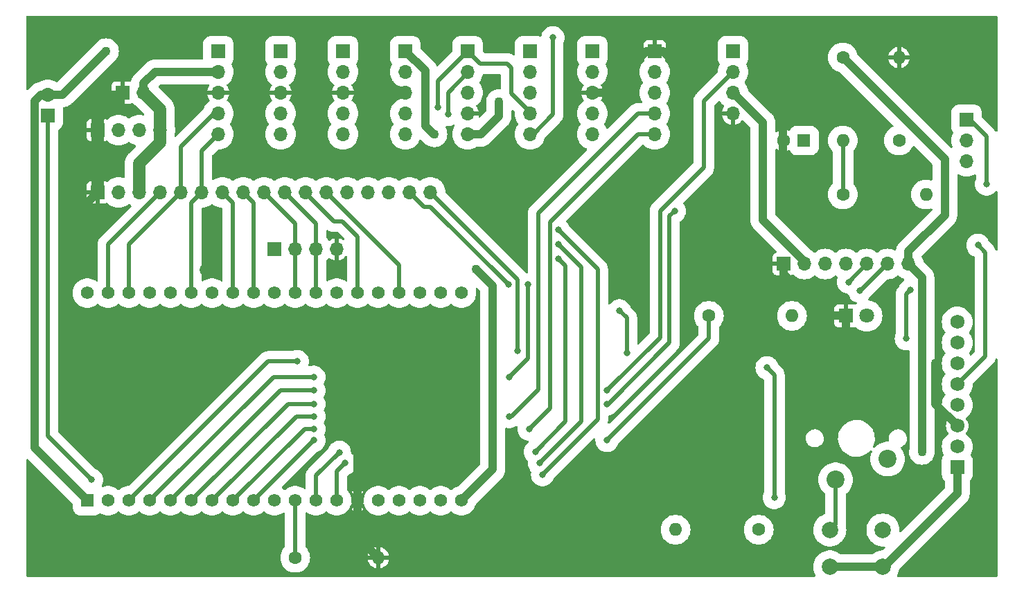
<source format=gbr>
%TF.GenerationSoftware,KiCad,Pcbnew,7.0.8*%
%TF.CreationDate,2024-07-30T15:52:22+02:00*%
%TF.ProjectId,RWTH,52575448-2e6b-4696-9361-645f70636258,rev?*%
%TF.SameCoordinates,Original*%
%TF.FileFunction,Copper,L2,Bot*%
%TF.FilePolarity,Positive*%
%FSLAX46Y46*%
G04 Gerber Fmt 4.6, Leading zero omitted, Abs format (unit mm)*
G04 Created by KiCad (PCBNEW 7.0.8) date 2024-07-30 15:52:22*
%MOMM*%
%LPD*%
G01*
G04 APERTURE LIST*
%TA.AperFunction,ComponentPad*%
%ADD10R,1.600000X1.600000*%
%TD*%
%TA.AperFunction,ComponentPad*%
%ADD11C,1.600000*%
%TD*%
%TA.AperFunction,ComponentPad*%
%ADD12O,1.600000X1.600000*%
%TD*%
%TA.AperFunction,ComponentPad*%
%ADD13R,1.700000X1.700000*%
%TD*%
%TA.AperFunction,ComponentPad*%
%ADD14O,1.700000X1.700000*%
%TD*%
%TA.AperFunction,ComponentPad*%
%ADD15R,1.800000X1.800000*%
%TD*%
%TA.AperFunction,ComponentPad*%
%ADD16C,1.800000*%
%TD*%
%TA.AperFunction,ComponentPad*%
%ADD17C,2.200000*%
%TD*%
%TA.AperFunction,ComponentPad*%
%ADD18C,2.000000*%
%TD*%
%TA.AperFunction,ComponentPad*%
%ADD19R,1.560000X1.560000*%
%TD*%
%TA.AperFunction,ComponentPad*%
%ADD20C,1.560000*%
%TD*%
%TA.AperFunction,ComponentPad*%
%ADD21R,1.725000X1.725000*%
%TD*%
%TA.AperFunction,ComponentPad*%
%ADD22C,1.725000*%
%TD*%
%TA.AperFunction,ViaPad*%
%ADD23C,0.800000*%
%TD*%
%TA.AperFunction,ViaPad*%
%ADD24C,1.100000*%
%TD*%
%TA.AperFunction,ViaPad*%
%ADD25C,5.000000*%
%TD*%
%TA.AperFunction,ViaPad*%
%ADD26C,1.500000*%
%TD*%
%TA.AperFunction,Conductor*%
%ADD27C,0.508000*%
%TD*%
%TA.AperFunction,Conductor*%
%ADD28C,1.016000*%
%TD*%
%TA.AperFunction,Conductor*%
%ADD29C,1.500000*%
%TD*%
G04 APERTURE END LIST*
D10*
%TO.P,C1,1*%
%TO.N,Net-(J14-Pin_2)*%
X164781112Y-64135000D03*
D11*
%TO.P,C1,2*%
%TO.N,GND*%
X162281112Y-64135000D03*
%TD*%
%TO.P,R5,1*%
%TO.N,Net-(J14-Pin_2)*%
X169545000Y-70739000D03*
D12*
%TO.P,R5,2*%
%TO.N,/GPIO 35 (Input only)*%
X179705000Y-70739000D03*
%TD*%
D13*
%TO.P,J2,1,Pin_1*%
%TO.N,/5V*%
X100838000Y-53213000D03*
D14*
%TO.P,J2,2,Pin_2*%
%TO.N,unconnected-(J2-Pin_2-Pad2)*%
X100838000Y-55753000D03*
%TO.P,J2,3,Pin_3*%
%TO.N,GND*%
X100838000Y-58293000D03*
%TO.P,J2,4,Pin_4*%
%TO.N,/SCL*%
X100838000Y-60833000D03*
%TO.P,J2,5,Pin_5*%
%TO.N,/SDA*%
X100838000Y-63373000D03*
%TD*%
D15*
%TO.P,D1,1,K*%
%TO.N,GND*%
X169921000Y-85598000D03*
D16*
%TO.P,D1,2,A*%
%TO.N,Net-(D1-A)*%
X172461000Y-85598000D03*
%TD*%
D11*
%TO.P,R6,1*%
%TO.N,/GPIO 27*%
X102616000Y-115189000D03*
D12*
%TO.P,R6,2*%
%TO.N,GND*%
X112776000Y-115189000D03*
%TD*%
D13*
%TO.P,J8,1,Pin_1*%
%TO.N,/SCL*%
X123698000Y-53213000D03*
D14*
%TO.P,J8,2,Pin_2*%
%TO.N,/SDA*%
X123698000Y-55753000D03*
%TO.P,J8,3,Pin_3*%
%TO.N,/3.3V*%
X123698000Y-58293000D03*
%TO.P,J8,4,Pin_4*%
%TO.N,GND*%
X123698000Y-60833000D03*
%TO.P,J8,5,Pin_5*%
%TO.N,/5V*%
X123698000Y-63373000D03*
%TD*%
D17*
%TO.P,SW1,1,1*%
%TO.N,Net-(R3-Pad1)*%
X168656000Y-105664000D03*
%TO.P,SW1,2,2*%
%TO.N,/3.3V*%
X175006000Y-103124000D03*
%TD*%
D11*
%TO.P,R3,1*%
%TO.N,Net-(R3-Pad1)*%
X159258000Y-111760000D03*
D12*
%TO.P,R3,2*%
%TO.N,/GPIO 26*%
X149098000Y-111760000D03*
%TD*%
D13*
%TO.P,J15,1,Pin_1*%
%TO.N,/GPIO 27*%
X72365000Y-61067000D03*
D14*
%TO.P,J15,2,Pin_2*%
%TO.N,/3.3V*%
X72365000Y-58527000D03*
%TD*%
D13*
%TO.P,J1,1,Pin_1*%
%TO.N,/3.3V*%
X93218000Y-53213000D03*
D14*
%TO.P,J1,2,Pin_2*%
%TO.N,/5V*%
X93218000Y-55753000D03*
%TO.P,J1,3,Pin_3*%
%TO.N,GND*%
X93218000Y-58293000D03*
%TO.P,J1,4,Pin_4*%
%TO.N,/SCL*%
X93218000Y-60833000D03*
%TO.P,J1,5,Pin_5*%
%TO.N,/SDA*%
X93218000Y-63373000D03*
%TD*%
D11*
%TO.P,R1,1*%
%TO.N,/GPIO 25*%
X153162000Y-85598000D03*
D12*
%TO.P,R1,2*%
%TO.N,Net-(D1-A)*%
X163322000Y-85598000D03*
%TD*%
D11*
%TO.P,R4,1*%
%TO.N,/3.3V*%
X169545000Y-53975000D03*
D12*
%TO.P,R4,2*%
%TO.N,Net-(J14-Pin_2)*%
X169545000Y-64135000D03*
%TD*%
D18*
%TO.P,SW2,1,1*%
%TO.N,Net-(R3-Pad1)*%
X167946000Y-111796000D03*
X174446000Y-111796000D03*
%TO.P,SW2,2,2*%
%TO.N,/3.3V*%
X167946000Y-116296000D03*
X174446000Y-116296000D03*
%TD*%
D19*
%TO.P,U1,J2-1,3V3*%
%TO.N,/3.3V*%
X77216000Y-108204000D03*
D20*
%TO.P,U1,J2-2,EN*%
%TO.N,unconnected-(U1-EN-PadJ2-2)*%
X79756000Y-108204000D03*
%TO.P,U1,J2-3,SENSOR_VP*%
%TO.N,/GPIO 36 (Input only)*%
X82296000Y-108204000D03*
%TO.P,U1,J2-4,SENSOR_VN*%
%TO.N,/GPIO 39 (Input only)*%
X84836000Y-108204000D03*
%TO.P,U1,J2-5,IO34*%
%TO.N,/GPIO 34 (Input only)*%
X87376000Y-108204000D03*
%TO.P,U1,J2-6,IO35*%
%TO.N,/GPIO 35 (Input only)*%
X89916000Y-108204000D03*
%TO.P,U1,J2-7,IO32*%
%TO.N,/GPIO 32*%
X92456000Y-108204000D03*
%TO.P,U1,J2-8,IO33*%
%TO.N,/GPIO 33*%
X94996000Y-108204000D03*
%TO.P,U1,J2-9,IO25*%
%TO.N,/GPIO 25*%
X97536000Y-108204000D03*
%TO.P,U1,J2-10,IO26*%
%TO.N,/GPIO 26*%
X100076000Y-108204000D03*
%TO.P,U1,J2-11,IO27*%
%TO.N,/GPIO 27*%
X102616000Y-108204000D03*
%TO.P,U1,J2-12,IO14*%
%TO.N,/GPIO 14*%
X105156000Y-108204000D03*
%TO.P,U1,J2-13,IO12*%
%TO.N,/GPIO 12*%
X107696000Y-108204000D03*
%TO.P,U1,J2-14,GND1*%
%TO.N,GND*%
X110236000Y-108204000D03*
%TO.P,U1,J2-15,IO13*%
%TO.N,/GPIO 13*%
X112776000Y-108204000D03*
%TO.P,U1,J2-16,SD2*%
%TO.N,unconnected-(U1-SD2-PadJ2-16)*%
X115316000Y-108204000D03*
%TO.P,U1,J2-17,SD3*%
%TO.N,unconnected-(U1-SD3-PadJ2-17)*%
X117856000Y-108204000D03*
%TO.P,U1,J2-18,CMD*%
%TO.N,unconnected-(U1-CMD-PadJ2-18)*%
X120396000Y-108204000D03*
%TO.P,U1,J2-19,EXT_5V*%
%TO.N,/5V*%
X122936000Y-108204000D03*
%TO.P,U1,J3-1,GND3*%
%TO.N,unconnected-(U1-GND3-PadJ3-1)*%
X77216000Y-82804000D03*
%TO.P,U1,J3-2,IO23*%
%TO.N,/MOSI*%
X79756000Y-82804000D03*
%TO.P,U1,J3-3,IO22*%
%TO.N,/SCL*%
X82296000Y-82804000D03*
%TO.P,U1,J3-4,TXD0*%
%TO.N,unconnected-(U1-TXD0-PadJ3-4)*%
X84836000Y-82804000D03*
%TO.P,U1,J3-5,RXD0*%
%TO.N,unconnected-(U1-RXD0-PadJ3-5)*%
X87376000Y-82804000D03*
%TO.P,U1,J3-6,IO21*%
%TO.N,/SDA*%
X89916000Y-82804000D03*
%TO.P,U1,J3-7,GND2*%
%TO.N,unconnected-(U1-GND2-PadJ3-7)*%
X92456000Y-82804000D03*
%TO.P,U1,J3-8,IO19*%
%TO.N,/MISO*%
X94996000Y-82804000D03*
%TO.P,U1,J3-9,IO18*%
%TO.N,/SCK*%
X97536000Y-82804000D03*
%TO.P,U1,J3-10,IO5*%
%TO.N,/SS*%
X100076000Y-82804000D03*
%TO.P,U1,J3-11,IO17*%
%TO.N,/TXD 2*%
X102616000Y-82804000D03*
%TO.P,U1,J3-12,IO16*%
%TO.N,/RXD 2*%
X105156000Y-82804000D03*
%TO.P,U1,J3-13,IO4*%
%TO.N,/CS*%
X107696000Y-82804000D03*
%TO.P,U1,J3-14,IO0*%
%TO.N,/GPIO 0*%
X110236000Y-82804000D03*
%TO.P,U1,J3-15,IO2*%
%TO.N,/GPIO 2*%
X112776000Y-82804000D03*
%TO.P,U1,J3-16,IO15*%
%TO.N,/GPIO 15*%
X115316000Y-82804000D03*
%TO.P,U1,J3-17,SD1*%
%TO.N,unconnected-(U1-SD1-PadJ3-17)*%
X117856000Y-82804000D03*
%TO.P,U1,J3-18,SD0*%
%TO.N,unconnected-(U1-SD0-PadJ3-18)*%
X120396000Y-82804000D03*
%TO.P,U1,J3-19,CLK*%
%TO.N,unconnected-(U1-CLK-PadJ3-19)*%
X122936000Y-82804000D03*
%TD*%
D13*
%TO.P,J9,1,Pin_1*%
%TO.N,GND*%
X162306000Y-79248000D03*
D14*
%TO.P,J9,2,Pin_2*%
%TO.N,/5V*%
X164846000Y-79248000D03*
%TO.P,J9,3,Pin_3*%
%TO.N,/MISO*%
X167386000Y-79248000D03*
%TO.P,J9,4,Pin_4*%
%TO.N,/MOSI*%
X169926000Y-79248000D03*
%TO.P,J9,5,Pin_5*%
%TO.N,/SCK*%
X172466000Y-79248000D03*
%TO.P,J9,6,Pin_6*%
%TO.N,/CS*%
X175006000Y-79248000D03*
%TO.P,J9,7,Pin_7*%
%TO.N,/3.3V*%
X177546000Y-79248000D03*
%TD*%
D13*
%TO.P,J10,1,Pin_1*%
%TO.N,/3.3V*%
X131318000Y-53213000D03*
D14*
%TO.P,J10,2,Pin_2*%
%TO.N,/5V*%
X131318000Y-55753000D03*
%TO.P,J10,3,Pin_3*%
%TO.N,GND*%
X131318000Y-58293000D03*
%TO.P,J10,4,Pin_4*%
%TO.N,/SCL*%
X131318000Y-60833000D03*
%TO.P,J10,5,Pin_5*%
%TO.N,/SDA*%
X131318000Y-63373000D03*
%TD*%
D13*
%TO.P,J5,1,Pin_1*%
%TO.N,/5V*%
X100076000Y-77445000D03*
D14*
%TO.P,J5,2,Pin_2*%
%TO.N,/TXD 2*%
X102616000Y-77445000D03*
%TO.P,J5,3,Pin_3*%
%TO.N,/RXD 2*%
X105156000Y-77445000D03*
%TO.P,J5,4,Pin_4*%
%TO.N,GND*%
X107696000Y-77445000D03*
%TD*%
D13*
%TO.P,J3,1,Pin_1*%
%TO.N,GND*%
X81534000Y-58268000D03*
D14*
%TO.P,J3,2,Pin_2*%
%TO.N,/5V*%
X84074000Y-58268000D03*
%TD*%
D13*
%TO.P,J7,1,Pin_1*%
%TO.N,/5V*%
X116078000Y-53213000D03*
D14*
%TO.P,J7,2,Pin_2*%
%TO.N,unconnected-(J7-Pin_2-Pad2)*%
X116078000Y-55753000D03*
%TO.P,J7,3,Pin_3*%
%TO.N,GND*%
X116078000Y-58293000D03*
%TO.P,J7,4,Pin_4*%
%TO.N,/SCL*%
X116078000Y-60833000D03*
%TO.P,J7,5,Pin_5*%
%TO.N,/SDA*%
X116078000Y-63373000D03*
%TD*%
D13*
%TO.P,J14,1,Pin_1*%
%TO.N,/GPIO 35 (Input only)*%
X184658000Y-61595000D03*
D14*
%TO.P,J14,2,Pin_2*%
%TO.N,Net-(J14-Pin_2)*%
X184658000Y-64135000D03*
%TO.P,J14,3,Pin_3*%
%TO.N,unconnected-(J14-Pin_3-Pad3)*%
X184658000Y-66675000D03*
%TD*%
D13*
%TO.P,J4,1,Pin_1*%
%TO.N,GND*%
X78486000Y-70485000D03*
D14*
%TO.P,J4,2,Pin_2*%
%TO.N,/3.3V*%
X81026000Y-70485000D03*
%TO.P,J4,3,Pin_3*%
%TO.N,/5V*%
X83566000Y-70485000D03*
%TO.P,J4,4,Pin_4*%
%TO.N,/MOSI*%
X86106000Y-70485000D03*
%TO.P,J4,5,Pin_5*%
%TO.N,/SCL*%
X88646000Y-70485000D03*
%TO.P,J4,6,Pin_6*%
%TO.N,/SDA*%
X91186000Y-70485000D03*
%TO.P,J4,7,Pin_7*%
%TO.N,/MISO*%
X93726000Y-70485000D03*
%TO.P,J4,8,Pin_8*%
%TO.N,/SCK*%
X96266000Y-70485000D03*
%TO.P,J4,9,Pin_9*%
%TO.N,/TXD 2*%
X98806000Y-70485000D03*
%TO.P,J4,10,Pin_10*%
%TO.N,/RXD 2*%
X101346000Y-70485000D03*
%TO.P,J4,11,Pin_11*%
%TO.N,/GPIO 0*%
X103886000Y-70485000D03*
%TO.P,J4,12,Pin_12*%
%TO.N,/GPIO 15*%
X106426000Y-70485000D03*
%TO.P,J4,13,Pin_13*%
%TO.N,/GPIO 13*%
X108966000Y-70485000D03*
%TO.P,J4,14,Pin_14*%
%TO.N,/GPIO 12*%
X111506000Y-70485000D03*
%TO.P,J4,15,Pin_15*%
%TO.N,/GPIO 14*%
X114046000Y-70485000D03*
%TO.P,J4,16,Pin_16*%
%TO.N,/GPIO 39 (Input only)*%
X116586000Y-70485000D03*
%TO.P,J4,17,Pin_17*%
%TO.N,/GPIO 36 (Input only)*%
X119126000Y-70485000D03*
%TD*%
D13*
%TO.P,J11,1,Pin_1*%
%TO.N,/3.3V*%
X138938000Y-53213000D03*
D14*
%TO.P,J11,2,Pin_2*%
%TO.N,/5V*%
X138938000Y-55753000D03*
%TO.P,J11,3,Pin_3*%
%TO.N,GND*%
X138938000Y-58293000D03*
%TO.P,J11,4,Pin_4*%
%TO.N,/SCL*%
X138938000Y-60833000D03*
%TO.P,J11,5,Pin_5*%
%TO.N,/SDA*%
X138938000Y-63373000D03*
%TD*%
D13*
%TO.P,J16,1,Pin_1*%
%TO.N,GND*%
X78486000Y-62865000D03*
D14*
%TO.P,J16,2,Pin_2*%
%TO.N,unconnected-(J16-Pin_2-Pad2)*%
X81026000Y-62865000D03*
%TO.P,J16,3,Pin_3*%
%TO.N,unconnected-(J16-Pin_3-Pad3)*%
X83566000Y-62865000D03*
%TO.P,J16,4,Pin_4*%
%TO.N,/5V*%
X86106000Y-62865000D03*
%TD*%
D11*
%TO.P,R2,1*%
%TO.N,Net-(J14-Pin_2)*%
X176403000Y-64135000D03*
D12*
%TO.P,R2,2*%
%TO.N,GND*%
X176403000Y-53975000D03*
%TD*%
D13*
%TO.P,J6,1,Pin_1*%
%TO.N,/3.3V*%
X108458000Y-53213000D03*
D14*
%TO.P,J6,2,Pin_2*%
%TO.N,/5V*%
X108458000Y-55753000D03*
%TO.P,J6,3,Pin_3*%
%TO.N,GND*%
X108458000Y-58293000D03*
%TO.P,J6,4,Pin_4*%
%TO.N,/SCL*%
X108458000Y-60833000D03*
%TO.P,J6,5,Pin_5*%
%TO.N,/SDA*%
X108458000Y-63373000D03*
%TD*%
D13*
%TO.P,J13,1,Pin_1*%
%TO.N,/3.3V*%
X156108000Y-53223000D03*
D14*
%TO.P,J13,2,Pin_2*%
%TO.N,/GPIO 34 (Input only)*%
X156108000Y-55763000D03*
%TO.P,J13,3,Pin_3*%
%TO.N,/5V*%
X156108000Y-58303000D03*
%TO.P,J13,4,Pin_4*%
%TO.N,GND*%
X156108000Y-60843000D03*
%TD*%
D21*
%TO.P,U2,1,VCC*%
%TO.N,/3.3V*%
X183515000Y-104140000D03*
D22*
%TO.P,U2,2,RST*%
%TO.N,/GPIO 2*%
X183515000Y-101600000D03*
%TO.P,U2,3,GND*%
%TO.N,GND*%
X183515000Y-99060000D03*
%TO.P,U2,4,IRQ*%
%TO.N,unconnected-(U2-IRQ-Pad4)*%
X183515000Y-96520000D03*
%TO.P,U2,5,MISO/SCL/TX*%
%TO.N,/MISO*%
X183515000Y-93980000D03*
%TO.P,U2,6,MOSI*%
%TO.N,/MOSI*%
X183515000Y-91440000D03*
%TO.P,U2,7,SCK*%
%TO.N,/SCK*%
X183515000Y-88900000D03*
%TO.P,U2,8,SS/SDA/RX*%
%TO.N,/SS*%
X183515000Y-86360000D03*
%TD*%
D13*
%TO.P,J12,1,Pin_1*%
%TO.N,GND*%
X146558000Y-53213000D03*
D14*
%TO.P,J12,2,Pin_2*%
%TO.N,/5V*%
X146558000Y-55753000D03*
%TO.P,J12,3,Pin_3*%
%TO.N,unconnected-(J12-Pin_3-Pad3)*%
X146558000Y-58293000D03*
%TO.P,J12,4,Pin_4*%
%TO.N,/GPIO 32*%
X146558000Y-60833000D03*
%TO.P,J12,5,Pin_5*%
%TO.N,/GPIO 33*%
X146558000Y-63373000D03*
%TD*%
D23*
%TO.N,/SCL*%
X120015000Y-60071000D03*
%TO.N,/SDA*%
X134112000Y-51562000D03*
X121285000Y-60960000D03*
%TO.N,/MISO*%
X186055000Y-76962000D03*
%TO.N,/SCK*%
X170243500Y-81470500D03*
%TO.N,/SS*%
X177800000Y-82423000D03*
X177292000Y-88392000D03*
%TO.N,/GPIO 2*%
X160274000Y-91948000D03*
X142240000Y-84963000D03*
X161163000Y-107823000D03*
X143129000Y-90170000D03*
D24*
%TO.N,/3.3V*%
X79502000Y-53213000D03*
X179197000Y-102235000D03*
D23*
%TO.N,/GPIO 36 (Input only)*%
X129794000Y-89916000D03*
X102870000Y-91186000D03*
%TO.N,/GPIO 39 (Input only)*%
X131064000Y-81788000D03*
X128778000Y-93091000D03*
X104902000Y-93091000D03*
X128651000Y-81788000D03*
D25*
%TO.N,GND*%
X184000000Y-53000000D03*
D23*
X82296000Y-96393000D03*
D24*
X78994000Y-89154000D03*
D23*
X158623000Y-94361000D03*
X169926000Y-74803000D03*
D26*
X91694000Y-80010000D03*
D25*
X74000000Y-113000000D03*
D24*
X109474000Y-89154000D03*
D23*
X129667000Y-108204000D03*
D24*
X167030400Y-51358800D03*
D25*
X184000000Y-113000000D03*
D24*
X151828500Y-57467500D03*
D23*
X131064000Y-69596000D03*
D24*
X164719000Y-75946000D03*
X171069000Y-90551000D03*
D25*
X74000000Y-53000000D03*
D23*
X143129000Y-77724000D03*
D26*
X92964000Y-74549000D03*
D24*
X180848000Y-91440000D03*
D23*
X163449000Y-94361000D03*
X183515000Y-79248000D03*
X105156000Y-66040000D03*
D24*
%TO.N,/5V*%
X124714000Y-79883000D03*
X127508000Y-59436000D03*
X119634000Y-63373000D03*
D23*
%TO.N,/GPIO 34 (Input only)*%
X140716000Y-94742000D03*
X104902000Y-94742000D03*
%TO.N,/GPIO 35 (Input only)*%
X140716000Y-96393000D03*
X148971000Y-72771000D03*
X104902000Y-96393000D03*
X187096400Y-69469000D03*
%TO.N,/GPIO 25*%
X104902000Y-100838000D03*
X140716000Y-100838000D03*
%TO.N,/GPIO 32*%
X104902000Y-97917000D03*
X128778000Y-97917000D03*
%TO.N,/GPIO 33*%
X131191000Y-99441000D03*
X104902000Y-99441000D03*
%TO.N,/GPIO 27*%
X77724000Y-105664000D03*
%TO.N,/GPIO 14*%
X134747000Y-78613000D03*
X131953000Y-102235000D03*
X108013500Y-102298500D03*
%TO.N,/GPIO 12*%
X132461000Y-103632000D03*
X108712000Y-103632000D03*
X134747000Y-76835000D03*
%TO.N,/GPIO 13*%
X134747000Y-75057000D03*
X132842000Y-105029000D03*
%TO.N,/CS*%
X171577000Y-82550000D03*
%TD*%
D27*
%TO.N,/MOSI*%
X79756000Y-82804000D02*
X79756000Y-76835000D01*
X79756000Y-76835000D02*
X86106000Y-70485000D01*
%TO.N,/SCL*%
X88646000Y-70485000D02*
X88646000Y-64907211D01*
X123698000Y-53213000D02*
X125222000Y-54737000D01*
X92720211Y-60833000D02*
X93218000Y-60833000D01*
X82296000Y-76835000D02*
X88646000Y-70485000D01*
X120015000Y-56896000D02*
X123698000Y-53213000D01*
X125222000Y-54737000D02*
X128524000Y-54737000D01*
X129032000Y-55245000D02*
X129032000Y-58420000D01*
X128524000Y-54737000D02*
X129032000Y-55245000D01*
X82296000Y-82804000D02*
X82296000Y-76835000D01*
X129032000Y-58420000D02*
X131445000Y-60833000D01*
X88646000Y-64907211D02*
X92720211Y-60833000D01*
X120015000Y-60071000D02*
X120015000Y-56896000D01*
%TO.N,/SDA*%
X121285000Y-60960000D02*
X121285000Y-58293000D01*
X89916000Y-71755000D02*
X91186000Y-70485000D01*
X131699000Y-63373000D02*
X131445000Y-63373000D01*
X134112000Y-60960000D02*
X131699000Y-63373000D01*
X123698000Y-55880000D02*
X123698000Y-55753000D01*
X134112000Y-51562000D02*
X134112000Y-60960000D01*
X121285000Y-58293000D02*
X123698000Y-55880000D01*
X89916000Y-82804000D02*
X89916000Y-71755000D01*
X91186000Y-65405000D02*
X93218000Y-63373000D01*
X91186000Y-70485000D02*
X91186000Y-65405000D01*
%TO.N,/MISO*%
X186055000Y-76962000D02*
X186944000Y-77851000D01*
X186944000Y-77851000D02*
X186944000Y-90551000D01*
X186944000Y-90551000D02*
X183515000Y-93980000D01*
X94996000Y-82804000D02*
X94996000Y-71755000D01*
X94996000Y-71755000D02*
X93726000Y-70485000D01*
%TO.N,/SCK*%
X97536000Y-82804000D02*
X97536000Y-71755000D01*
X170243500Y-81470500D02*
X172466000Y-79248000D01*
X97536000Y-71755000D02*
X96266000Y-70485000D01*
%TO.N,/SS*%
X177292000Y-82931000D02*
X177800000Y-82423000D01*
X177292000Y-88392000D02*
X177292000Y-82931000D01*
%TO.N,/TXD 2*%
X102616000Y-74295000D02*
X98806000Y-70485000D01*
X102616000Y-74295000D02*
X102616000Y-77445000D01*
X102616000Y-77445000D02*
X102616000Y-82804000D01*
%TO.N,/RXD 2*%
X105156000Y-74295000D02*
X101346000Y-70485000D01*
X105156000Y-74295000D02*
X105156000Y-77445000D01*
X105156000Y-77445000D02*
X105156000Y-82804000D01*
%TO.N,/GPIO 0*%
X107315000Y-74041000D02*
X103886000Y-70612000D01*
X110236000Y-82804000D02*
X110236000Y-75946000D01*
X103886000Y-70612000D02*
X103886000Y-70485000D01*
X110236000Y-75946000D02*
X108331000Y-74041000D01*
X108331000Y-74041000D02*
X107315000Y-74041000D01*
%TO.N,/GPIO 2*%
X142240000Y-84963000D02*
X143129000Y-85852000D01*
X160274000Y-91948000D02*
X161163000Y-92837000D01*
X143129000Y-85852000D02*
X143129000Y-90170000D01*
X161163000Y-92837000D02*
X161163000Y-107823000D01*
%TO.N,/GPIO 15*%
X115316000Y-79375000D02*
X106426000Y-70485000D01*
X115316000Y-82804000D02*
X115316000Y-79375000D01*
D28*
%TO.N,/3.3V*%
X70753000Y-59289000D02*
X71515000Y-58527000D01*
X174446000Y-116296000D02*
X174573000Y-116296000D01*
X169545000Y-53975000D02*
X181991000Y-66421000D01*
X174446000Y-116296000D02*
X167946000Y-116296000D01*
X71515000Y-58527000D02*
X72365000Y-58527000D01*
X79502000Y-53213000D02*
X74188000Y-58527000D01*
X177546000Y-77724000D02*
X177546000Y-79248000D01*
X70753000Y-101741000D02*
X70753000Y-59289000D01*
X77216000Y-108204000D02*
X70753000Y-101741000D01*
X181991000Y-73279000D02*
X177546000Y-77724000D01*
X179197000Y-81534000D02*
X179197000Y-100457000D01*
X179197000Y-100457000D02*
X179197000Y-102235000D01*
X183515000Y-107354000D02*
X183515000Y-104140000D01*
X74188000Y-58527000D02*
X72365000Y-58527000D01*
X174573000Y-116296000D02*
X183515000Y-107354000D01*
X179197000Y-80899000D02*
X179197000Y-81534000D01*
X181991000Y-66421000D02*
X181991000Y-73279000D01*
X177546000Y-79248000D02*
X179197000Y-80899000D01*
D27*
%TO.N,/GPIO 36 (Input only)*%
X129794000Y-81153000D02*
X119126000Y-70485000D01*
X99314000Y-91186000D02*
X82296000Y-108204000D01*
X129794000Y-89916000D02*
X129794000Y-81153000D01*
X102870000Y-91186000D02*
X99314000Y-91186000D01*
%TO.N,/GPIO 39 (Input only)*%
X99949000Y-93091000D02*
X84836000Y-108204000D01*
X128651000Y-81788000D02*
X119126000Y-72263000D01*
X104902000Y-93091000D02*
X99949000Y-93091000D01*
X128778000Y-93091000D02*
X131064000Y-90805000D01*
X118364000Y-72263000D02*
X116586000Y-70485000D01*
X119126000Y-72263000D02*
X118364000Y-72263000D01*
X131064000Y-90805000D02*
X131064000Y-81788000D01*
D28*
%TO.N,GND*%
X162179000Y-56210200D02*
X167030400Y-51358800D01*
X151828500Y-57467500D02*
X147574000Y-53213000D01*
X145542000Y-53213000D02*
X146558000Y-53213000D01*
X110236000Y-108204000D02*
X110236000Y-112649000D01*
X74676000Y-74295000D02*
X78486000Y-70485000D01*
X180848000Y-96393000D02*
X183515000Y-99060000D01*
X169921000Y-89403000D02*
X171069000Y-90551000D01*
X169921000Y-85598000D02*
X167386000Y-85598000D01*
X140462000Y-58293000D02*
X145542000Y-53213000D01*
D29*
X92329000Y-79375000D02*
X91694000Y-80010000D01*
D28*
X139319000Y-58293000D02*
X140462000Y-58293000D01*
X78994000Y-89154000D02*
X74676000Y-84836000D01*
X109474000Y-89154000D02*
X110236000Y-89916000D01*
D29*
X92329000Y-75184000D02*
X92329000Y-79375000D01*
D28*
X180848000Y-91440000D02*
X180848000Y-96393000D01*
D29*
X78486000Y-61316000D02*
X81534000Y-58268000D01*
D28*
X74676000Y-84836000D02*
X74676000Y-74295000D01*
D29*
X78486000Y-62865000D02*
X78486000Y-70485000D01*
X78486000Y-62865000D02*
X78486000Y-61316000D01*
D28*
X147574000Y-53213000D02*
X146558000Y-53213000D01*
X110236000Y-89916000D02*
X110236000Y-108204000D01*
X110236000Y-112649000D02*
X112776000Y-115189000D01*
X164719000Y-75946000D02*
X162179000Y-73406000D01*
X162179000Y-73406000D02*
X162179000Y-56210200D01*
X169921000Y-85598000D02*
X169921000Y-89403000D01*
D29*
X92964000Y-74549000D02*
X92329000Y-75184000D01*
X81534000Y-58268000D02*
X81432000Y-58268000D01*
D28*
X162306000Y-80518000D02*
X162306000Y-79248000D01*
X167386000Y-85598000D02*
X162306000Y-80518000D01*
D29*
%TO.N,/5V*%
X86106000Y-60300000D02*
X84074000Y-58268000D01*
X86106000Y-64389000D02*
X86106000Y-62865000D01*
D28*
X159766000Y-61961000D02*
X159766000Y-73837800D01*
X156108000Y-58303000D02*
X159766000Y-61961000D01*
D29*
X83566000Y-70485000D02*
X83566000Y-66929000D01*
D28*
X116078000Y-53213000D02*
X118491000Y-55626000D01*
D29*
X86106000Y-62865000D02*
X86106000Y-60300000D01*
D28*
X119507000Y-63373000D02*
X119634000Y-63373000D01*
X123571000Y-63119000D02*
X123825000Y-63373000D01*
X124714000Y-79883000D02*
X126746000Y-81915000D01*
X118491000Y-62357000D02*
X119507000Y-63373000D01*
X126746000Y-104394000D02*
X122936000Y-108204000D01*
X159766000Y-73837800D02*
X164846000Y-78917800D01*
D29*
X83566000Y-66929000D02*
X86106000Y-64389000D01*
D28*
X118491000Y-55626000D02*
X118491000Y-62357000D01*
X85471000Y-55753000D02*
X93218000Y-55753000D01*
X126746000Y-81915000D02*
X126746000Y-104394000D01*
X84074000Y-57150000D02*
X85471000Y-55753000D01*
X127508000Y-61150500D02*
X125285500Y-63373000D01*
X164846000Y-78917800D02*
X164846000Y-79248000D01*
X127508000Y-59436000D02*
X127508000Y-61150500D01*
X84074000Y-58268000D02*
X84074000Y-57150000D01*
X125285500Y-63373000D02*
X123825000Y-63373000D01*
D27*
%TO.N,/GPIO 34 (Input only)*%
X152527000Y-67437000D02*
X152527000Y-59344000D01*
X140716000Y-94742000D02*
X147193000Y-88265000D01*
X147193000Y-72771000D02*
X152527000Y-67437000D01*
X104902000Y-94742000D02*
X100838000Y-94742000D01*
X152527000Y-59344000D02*
X156108000Y-55763000D01*
X100838000Y-94742000D02*
X87376000Y-108204000D01*
X147193000Y-88265000D02*
X147193000Y-72771000D01*
%TO.N,/GPIO 35 (Input only)*%
X148336000Y-88900000D02*
X148336000Y-73406000D01*
X140843000Y-96393000D02*
X148336000Y-88900000D01*
X185039000Y-61595000D02*
X184658000Y-61595000D01*
X104902000Y-96393000D02*
X101727000Y-96393000D01*
X140716000Y-96393000D02*
X140843000Y-96393000D01*
X148336000Y-73406000D02*
X148971000Y-72771000D01*
X101727000Y-96393000D02*
X89916000Y-108204000D01*
X187096400Y-69469000D02*
X187096400Y-63652400D01*
X187096400Y-63652400D02*
X185039000Y-61595000D01*
%TO.N,/GPIO 25*%
X153162000Y-88392000D02*
X153162000Y-85598000D01*
X140716000Y-100838000D02*
X153162000Y-88392000D01*
X104902000Y-100838000D02*
X97536000Y-108204000D01*
%TO.N,/GPIO 32*%
X104902000Y-97917000D02*
X102743000Y-97917000D01*
X132334000Y-94615000D02*
X132334000Y-73025000D01*
X129032000Y-97917000D02*
X132334000Y-94615000D01*
X144526000Y-60833000D02*
X146558000Y-60833000D01*
X102743000Y-97917000D02*
X92456000Y-108204000D01*
X128778000Y-97917000D02*
X129032000Y-97917000D01*
X132334000Y-73025000D02*
X144526000Y-60833000D01*
%TO.N,/GPIO 33*%
X133731000Y-74168000D02*
X144526000Y-63373000D01*
X104902000Y-99441000D02*
X103759000Y-99441000D01*
X144526000Y-63373000D02*
X146558000Y-63373000D01*
X131191000Y-99441000D02*
X133731000Y-96901000D01*
X133731000Y-96901000D02*
X133731000Y-74168000D01*
X103759000Y-99441000D02*
X94996000Y-108204000D01*
%TO.N,/GPIO 27*%
X72365000Y-100305000D02*
X72365000Y-61067000D01*
X77724000Y-105664000D02*
X72365000Y-100305000D01*
X102616000Y-115189000D02*
X102616000Y-108204000D01*
%TO.N,/GPIO 14*%
X105156000Y-105156000D02*
X105156000Y-108204000D01*
X108013500Y-102298500D02*
X105156000Y-105156000D01*
X135636000Y-98552000D02*
X135636000Y-79502000D01*
X131953000Y-102235000D02*
X135636000Y-98552000D01*
X135636000Y-79502000D02*
X134747000Y-78613000D01*
%TO.N,/GPIO 12*%
X137541000Y-79629000D02*
X134747000Y-76835000D01*
X132461000Y-103632000D02*
X137541000Y-98552000D01*
X137541000Y-98552000D02*
X137541000Y-79629000D01*
X107696000Y-104648000D02*
X107696000Y-108204000D01*
X108712000Y-103632000D02*
X107696000Y-104648000D01*
%TO.N,/GPIO 13*%
X139573000Y-98298000D02*
X139573000Y-79883000D01*
X132842000Y-105029000D02*
X139573000Y-98298000D01*
X139573000Y-79883000D02*
X134747000Y-75057000D01*
%TO.N,Net-(R3-Pad1)*%
X168656000Y-105664000D02*
X168656000Y-111086000D01*
X168656000Y-111086000D02*
X167946000Y-111796000D01*
%TO.N,/CS*%
X171577000Y-82550000D02*
X171704000Y-82550000D01*
X171704000Y-82550000D02*
X175006000Y-79248000D01*
%TO.N,Net-(J14-Pin_2)*%
X169545000Y-64135000D02*
X169545000Y-70739000D01*
%TD*%
%TA.AperFunction,Conductor*%
%TO.N,GND*%
G36*
X114663783Y-56978412D02*
G01*
X114663799Y-56978430D01*
X114852569Y-57167200D01*
X114852587Y-57167216D01*
X115066313Y-57327209D01*
X115066321Y-57327214D01*
X115300641Y-57455162D01*
X115300645Y-57455164D01*
X115300647Y-57455165D01*
X115550803Y-57548468D01*
X115811691Y-57605221D01*
X116057484Y-57622800D01*
X116077999Y-57624268D01*
X116078000Y-57624268D01*
X116078000Y-58961732D01*
X116077999Y-58961732D01*
X115811689Y-58980779D01*
X115811682Y-58980780D01*
X115550809Y-59037530D01*
X115550804Y-59037531D01*
X115550803Y-59037532D01*
X115490323Y-59060089D01*
X115300645Y-59130835D01*
X115300641Y-59130837D01*
X115066321Y-59258785D01*
X115066313Y-59258790D01*
X114852587Y-59418783D01*
X114852569Y-59418799D01*
X114663799Y-59607569D01*
X114663783Y-59607587D01*
X114602090Y-59690000D01*
X113538000Y-59690000D01*
X113538000Y-56896000D01*
X114602090Y-56896000D01*
X114663783Y-56978412D01*
G37*
%TD.AperFunction*%
%TD*%
%TA.AperFunction,Conductor*%
%TO.N,GND*%
G36*
X154486729Y-59285196D02*
G01*
X154543565Y-59327743D01*
X154693785Y-59528414D01*
X154693788Y-59528417D01*
X154693790Y-59528420D01*
X154882580Y-59717210D01*
X154882583Y-59717212D01*
X154882585Y-59717214D01*
X155017191Y-59817979D01*
X155059738Y-59874815D01*
X155064802Y-59945630D01*
X155035648Y-60001754D01*
X155035874Y-60001930D01*
X155034923Y-60003151D01*
X155034391Y-60004176D01*
X155032676Y-60006038D01*
X154909580Y-60194451D01*
X154819179Y-60400543D01*
X154819176Y-60400550D01*
X154771455Y-60588999D01*
X154771456Y-60589000D01*
X155676884Y-60589000D01*
X155648507Y-60633156D01*
X155608000Y-60771111D01*
X155608000Y-60914889D01*
X155648507Y-61052844D01*
X155676884Y-61097000D01*
X154771455Y-61097000D01*
X154819176Y-61285449D01*
X154819179Y-61285456D01*
X154909580Y-61491548D01*
X155032674Y-61679958D01*
X155185097Y-61845534D01*
X155362698Y-61983767D01*
X155362699Y-61983768D01*
X155560628Y-62090882D01*
X155560630Y-62090883D01*
X155773483Y-62163955D01*
X155773492Y-62163957D01*
X155854000Y-62177391D01*
X155854000Y-61276674D01*
X155965685Y-61327680D01*
X156072237Y-61343000D01*
X156143763Y-61343000D01*
X156250315Y-61327680D01*
X156362000Y-61276674D01*
X156362000Y-62177390D01*
X156442507Y-62163957D01*
X156442516Y-62163955D01*
X156655369Y-62090883D01*
X156655371Y-62090882D01*
X156853300Y-61983768D01*
X156853301Y-61983767D01*
X157030902Y-61845534D01*
X157164205Y-61700728D01*
X157225058Y-61664157D01*
X157296023Y-61666290D01*
X157346002Y-61696970D01*
X158204595Y-62555563D01*
X158238621Y-62617875D01*
X158241500Y-62644658D01*
X158241500Y-73822416D01*
X158239329Y-73930144D01*
X158243901Y-73962359D01*
X158249522Y-74001972D01*
X158249882Y-74004503D01*
X158250302Y-74008286D01*
X158256344Y-74083134D01*
X158256346Y-74083147D01*
X158266654Y-74124969D01*
X158267860Y-74131194D01*
X158273913Y-74173845D01*
X158273914Y-74173847D01*
X158296254Y-74245540D01*
X158297276Y-74249205D01*
X158315249Y-74322124D01*
X158315255Y-74322141D01*
X158332136Y-74361762D01*
X158334325Y-74367716D01*
X158347138Y-74408836D01*
X158347140Y-74408840D01*
X158380697Y-74476034D01*
X158382293Y-74479488D01*
X158411727Y-74548571D01*
X158411731Y-74548578D01*
X158434749Y-74584978D01*
X158437866Y-74590505D01*
X158457114Y-74629045D01*
X158457117Y-74629049D01*
X158501017Y-74689986D01*
X158503147Y-74693140D01*
X158543284Y-74756611D01*
X158567862Y-74784354D01*
X158571851Y-74788856D01*
X158575810Y-74793806D01*
X158600992Y-74828761D01*
X158600995Y-74828764D01*
X158654087Y-74881856D01*
X158656690Y-74884619D01*
X158706506Y-74940850D01*
X158739874Y-74968094D01*
X158744570Y-74972339D01*
X160106780Y-76334549D01*
X161451273Y-77679042D01*
X161485299Y-77741354D01*
X161480234Y-77812169D01*
X161437687Y-77869005D01*
X161375648Y-77893415D01*
X161346906Y-77896505D01*
X161210035Y-77947555D01*
X161210034Y-77947555D01*
X161093095Y-78035095D01*
X161005555Y-78152034D01*
X161005555Y-78152035D01*
X160954505Y-78288906D01*
X160948000Y-78349402D01*
X160948000Y-78994000D01*
X161874884Y-78994000D01*
X161846507Y-79038156D01*
X161806000Y-79176111D01*
X161806000Y-79319889D01*
X161846507Y-79457844D01*
X161874884Y-79502000D01*
X160948000Y-79502000D01*
X160948000Y-80146597D01*
X160954505Y-80207093D01*
X161005555Y-80343964D01*
X161005555Y-80343965D01*
X161093095Y-80460904D01*
X161210034Y-80548444D01*
X161346906Y-80599494D01*
X161407402Y-80605999D01*
X161407415Y-80606000D01*
X162052000Y-80606000D01*
X162052000Y-79681674D01*
X162163685Y-79732680D01*
X162270237Y-79748000D01*
X162341763Y-79748000D01*
X162448315Y-79732680D01*
X162560000Y-79681674D01*
X162560000Y-80606000D01*
X163204585Y-80606000D01*
X163204597Y-80605999D01*
X163265096Y-80599494D01*
X163402461Y-80548259D01*
X163473277Y-80543193D01*
X163535586Y-80577216D01*
X163620580Y-80662210D01*
X163834316Y-80822211D01*
X164068647Y-80950165D01*
X164318803Y-81043468D01*
X164318806Y-81043468D01*
X164318810Y-81043470D01*
X164438612Y-81069531D01*
X164579691Y-81100221D01*
X164846000Y-81119268D01*
X165112309Y-81100221D01*
X165373188Y-81043470D01*
X165373189Y-81043470D01*
X165373190Y-81043469D01*
X165373197Y-81043468D01*
X165623353Y-80950165D01*
X165857684Y-80822211D01*
X166040491Y-80685362D01*
X166107011Y-80660552D01*
X166176385Y-80675643D01*
X166191507Y-80685361D01*
X166374316Y-80822211D01*
X166608647Y-80950165D01*
X166858803Y-81043468D01*
X166858806Y-81043468D01*
X166858810Y-81043470D01*
X166978612Y-81069531D01*
X167119691Y-81100221D01*
X167386000Y-81119268D01*
X167652309Y-81100221D01*
X167913188Y-81043470D01*
X167913189Y-81043470D01*
X167913190Y-81043469D01*
X167913197Y-81043468D01*
X168163353Y-80950165D01*
X168397684Y-80822211D01*
X168580491Y-80685362D01*
X168647011Y-80660552D01*
X168716385Y-80675643D01*
X168731507Y-80685361D01*
X168884538Y-80799919D01*
X168927085Y-80856754D01*
X168932150Y-80927570D01*
X168924417Y-80951399D01*
X168899159Y-81008983D01*
X168899157Y-81008987D01*
X168841531Y-81236543D01*
X168841530Y-81236549D01*
X168822145Y-81470500D01*
X168841530Y-81704450D01*
X168841531Y-81704456D01*
X168899157Y-81932012D01*
X168899159Y-81932016D01*
X168993455Y-82146989D01*
X169108408Y-82322939D01*
X169121851Y-82343514D01*
X169280842Y-82516225D01*
X169466092Y-82660410D01*
X169466093Y-82660411D01*
X169672548Y-82772139D01*
X169672550Y-82772140D01*
X169765356Y-82804000D01*
X169894578Y-82848362D01*
X170123241Y-82886518D01*
X170187138Y-82917459D01*
X170224166Y-82978035D01*
X170224644Y-82979868D01*
X170232656Y-83011509D01*
X170232659Y-83011516D01*
X170326955Y-83226489D01*
X170397858Y-83335015D01*
X170455351Y-83423014D01*
X170614342Y-83595725D01*
X170720813Y-83678594D01*
X170799592Y-83739910D01*
X170799593Y-83739911D01*
X171006048Y-83851639D01*
X171006050Y-83851640D01*
X171185168Y-83913131D01*
X171243103Y-83954168D01*
X171269655Y-84020013D01*
X171256394Y-84089760D01*
X171219767Y-84133171D01*
X171202752Y-84145908D01*
X171149087Y-84199572D01*
X171086774Y-84233596D01*
X171015962Y-84228531D01*
X170930095Y-84196505D01*
X170930096Y-84196505D01*
X170869597Y-84190000D01*
X170175000Y-84190000D01*
X170175000Y-85226537D01*
X170118453Y-85187984D01*
X169988827Y-85148000D01*
X169887276Y-85148000D01*
X169786862Y-85163135D01*
X169667000Y-85220857D01*
X169667000Y-84190000D01*
X168972402Y-84190000D01*
X168911906Y-84196505D01*
X168775035Y-84247555D01*
X168775034Y-84247555D01*
X168658095Y-84335095D01*
X168570555Y-84452034D01*
X168570555Y-84452035D01*
X168519505Y-84588906D01*
X168513000Y-84649402D01*
X168513000Y-85344000D01*
X169548032Y-85344000D01*
X169497375Y-85431740D01*
X169467190Y-85563992D01*
X169477327Y-85699265D01*
X169526887Y-85825541D01*
X169547987Y-85852000D01*
X168513000Y-85852000D01*
X168513000Y-86546597D01*
X168519505Y-86607093D01*
X168570555Y-86743964D01*
X168570555Y-86743965D01*
X168658095Y-86860904D01*
X168775034Y-86948444D01*
X168911906Y-86999494D01*
X168972402Y-87005999D01*
X168972415Y-87006000D01*
X169667000Y-87006000D01*
X169667000Y-85969462D01*
X169723547Y-86008016D01*
X169853173Y-86048000D01*
X169954724Y-86048000D01*
X170055138Y-86032865D01*
X170175000Y-85975142D01*
X170175000Y-87006000D01*
X170869585Y-87006000D01*
X170869597Y-87005999D01*
X170930096Y-86999494D01*
X171015961Y-86967468D01*
X171086777Y-86962402D01*
X171149086Y-86996425D01*
X171202754Y-87050093D01*
X171422215Y-87214380D01*
X171662824Y-87345762D01*
X171919680Y-87441565D01*
X172187557Y-87499838D01*
X172461000Y-87519395D01*
X172734443Y-87499838D01*
X173002320Y-87441565D01*
X173259176Y-87345762D01*
X173499785Y-87214380D01*
X173719246Y-87050093D01*
X173913093Y-86856246D01*
X174077380Y-86636785D01*
X174208762Y-86396176D01*
X174304565Y-86139320D01*
X174362838Y-85871443D01*
X174382395Y-85598000D01*
X174362838Y-85324557D01*
X174304565Y-85056680D01*
X174208762Y-84799824D01*
X174077380Y-84559215D01*
X173931376Y-84364177D01*
X173913097Y-84339759D01*
X173913089Y-84339750D01*
X173719249Y-84145910D01*
X173719240Y-84145902D01*
X173499788Y-83981622D01*
X173499786Y-83981621D01*
X173499785Y-83981620D01*
X173381946Y-83917275D01*
X173259177Y-83850238D01*
X173148409Y-83808923D01*
X173002320Y-83754435D01*
X173002316Y-83754434D01*
X172734440Y-83696161D01*
X172725734Y-83695539D01*
X172659215Y-83670726D01*
X172616670Y-83613889D01*
X172611607Y-83543073D01*
X172642024Y-83484524D01*
X172698649Y-83423014D01*
X172825132Y-83229415D01*
X172841512Y-83209245D01*
X174895775Y-81154981D01*
X174958085Y-81120958D01*
X174993856Y-81118399D01*
X175006000Y-81119268D01*
X175272309Y-81100221D01*
X175533188Y-81043470D01*
X175533189Y-81043470D01*
X175533190Y-81043469D01*
X175533197Y-81043468D01*
X175783353Y-80950165D01*
X176017684Y-80822211D01*
X176200491Y-80685362D01*
X176267011Y-80660552D01*
X176336385Y-80675643D01*
X176351507Y-80685361D01*
X176534316Y-80822211D01*
X176768647Y-80950165D01*
X176974610Y-81026985D01*
X177031445Y-81069531D01*
X177056256Y-81136051D01*
X177041165Y-81205425D01*
X177007968Y-81244472D01*
X176837339Y-81377277D01*
X176678348Y-81549989D01*
X176549955Y-81746510D01*
X176460437Y-81950590D01*
X176423614Y-81998483D01*
X176410458Y-82008974D01*
X176410453Y-82008979D01*
X176364772Y-82061266D01*
X176361881Y-82064359D01*
X176353279Y-82072962D01*
X176325840Y-82105828D01*
X176259992Y-82181197D01*
X176259989Y-82181202D01*
X176257711Y-82185015D01*
X176246278Y-82201127D01*
X176243429Y-82204539D01*
X176194019Y-82291617D01*
X176142696Y-82377516D01*
X176142688Y-82377534D01*
X176141127Y-82381692D01*
X176132761Y-82399575D01*
X176130563Y-82403448D01*
X176130562Y-82403451D01*
X176097509Y-82497913D01*
X176062336Y-82591627D01*
X176062336Y-82591629D01*
X176061541Y-82596011D01*
X176056498Y-82615117D01*
X176055031Y-82619309D01*
X176055031Y-82619311D01*
X176039377Y-82718141D01*
X176029578Y-82772139D01*
X176021500Y-82816651D01*
X176021500Y-82821092D01*
X176019949Y-82840800D01*
X176019254Y-82845183D01*
X176019254Y-82845193D01*
X176021500Y-82945251D01*
X176021500Y-87735725D01*
X176010887Y-87786339D01*
X175947659Y-87930483D01*
X175947657Y-87930487D01*
X175890031Y-88158043D01*
X175890030Y-88158049D01*
X175870645Y-88392000D01*
X175890030Y-88625950D01*
X175890031Y-88625956D01*
X175947657Y-88853512D01*
X175947659Y-88853516D01*
X176041955Y-89068489D01*
X176168212Y-89261741D01*
X176170351Y-89265014D01*
X176329342Y-89437725D01*
X176514592Y-89581910D01*
X176514593Y-89581911D01*
X176721048Y-89693639D01*
X176721050Y-89693640D01*
X176837622Y-89733659D01*
X176943078Y-89769862D01*
X177174625Y-89808500D01*
X177174629Y-89808500D01*
X177409370Y-89808500D01*
X177409375Y-89808500D01*
X177525763Y-89789078D01*
X177596245Y-89797596D01*
X177650935Y-89842867D01*
X177672468Y-89910520D01*
X177672500Y-89913360D01*
X177672500Y-101859735D01*
X177669019Y-101889148D01*
X177645002Y-101989187D01*
X177644068Y-102001053D01*
X177625656Y-102235000D01*
X177645002Y-102480812D01*
X177651024Y-102505895D01*
X177702562Y-102720570D01*
X177771341Y-102886616D01*
X177796922Y-102948375D01*
X177911018Y-103134563D01*
X177925757Y-103158614D01*
X177925758Y-103158616D01*
X178085891Y-103346108D01*
X178273383Y-103506241D01*
X178273387Y-103506244D01*
X178483625Y-103635078D01*
X178711428Y-103729437D01*
X178951188Y-103786998D01*
X179197000Y-103806344D01*
X179442812Y-103786998D01*
X179682572Y-103729437D01*
X179910375Y-103635078D01*
X180120613Y-103506244D01*
X180308108Y-103346108D01*
X180468244Y-103158613D01*
X180597078Y-102948375D01*
X180691437Y-102720572D01*
X180748998Y-102480812D01*
X180768344Y-102235000D01*
X180748998Y-101989188D01*
X180724981Y-101889148D01*
X180721500Y-101859735D01*
X180721500Y-80914383D01*
X180723670Y-80806655D01*
X180713117Y-80732288D01*
X180712696Y-80728504D01*
X180709213Y-80685363D01*
X180706654Y-80653657D01*
X180696342Y-80611821D01*
X180695139Y-80605612D01*
X180689086Y-80562955D01*
X180666746Y-80491263D01*
X180665724Y-80487596D01*
X180647748Y-80414666D01*
X180630864Y-80375039D01*
X180628676Y-80369092D01*
X180615859Y-80327959D01*
X180582305Y-80260773D01*
X180580708Y-80257318D01*
X180559309Y-80207093D01*
X180551270Y-80188224D01*
X180528250Y-80151821D01*
X180525131Y-80146292D01*
X180505885Y-80107755D01*
X180461981Y-80046813D01*
X180459863Y-80043677D01*
X180419716Y-79980189D01*
X180419713Y-79980186D01*
X180419709Y-79980179D01*
X180391143Y-79947936D01*
X180387186Y-79942989D01*
X180362008Y-79908040D01*
X180308901Y-79854933D01*
X180306317Y-79852189D01*
X180256494Y-79795950D01*
X180223124Y-79768704D01*
X180218418Y-79764450D01*
X179413972Y-78960003D01*
X179379948Y-78897692D01*
X179341468Y-78720803D01*
X179248165Y-78470647D01*
X179189939Y-78364014D01*
X179174848Y-78294640D01*
X179199659Y-78228120D01*
X179211425Y-78214541D01*
X183058099Y-74367868D01*
X183135817Y-74293220D01*
X183180957Y-74233147D01*
X183183294Y-74230226D01*
X183231970Y-74173003D01*
X183254264Y-74136122D01*
X183257791Y-74130899D01*
X183283684Y-74096444D01*
X183318587Y-74029939D01*
X183320436Y-74026659D01*
X183359308Y-73962361D01*
X183375396Y-73922383D01*
X183378053Y-73916638D01*
X183380131Y-73912679D01*
X183398072Y-73878497D01*
X183421855Y-73807254D01*
X183423156Y-73803715D01*
X183451208Y-73734019D01*
X183460676Y-73691976D01*
X183462370Y-73685898D01*
X183476017Y-73645024D01*
X183488065Y-73570887D01*
X183488789Y-73567149D01*
X183491863Y-73553502D01*
X183505288Y-73493893D01*
X183507889Y-73450874D01*
X183508587Y-73444603D01*
X183515500Y-73402070D01*
X183515500Y-73326962D01*
X183515615Y-73323157D01*
X183520149Y-73248204D01*
X183515819Y-73205343D01*
X183515500Y-73199007D01*
X183515500Y-68390141D01*
X183535502Y-68322020D01*
X183589158Y-68275527D01*
X183659432Y-68265423D01*
X183701885Y-68279554D01*
X183880637Y-68377160D01*
X183880640Y-68377161D01*
X183880647Y-68377165D01*
X184130803Y-68470468D01*
X184130806Y-68470468D01*
X184130810Y-68470470D01*
X184281788Y-68503313D01*
X184391691Y-68527221D01*
X184658000Y-68546268D01*
X184924309Y-68527221D01*
X185185188Y-68470470D01*
X185185189Y-68470470D01*
X185185190Y-68470469D01*
X185185197Y-68470468D01*
X185435353Y-68377165D01*
X185639516Y-68265683D01*
X185708889Y-68250593D01*
X185775409Y-68275404D01*
X185817956Y-68332240D01*
X185825900Y-68376272D01*
X185825900Y-68812725D01*
X185815287Y-68863339D01*
X185752059Y-69007483D01*
X185752057Y-69007487D01*
X185694431Y-69235043D01*
X185694430Y-69235049D01*
X185675045Y-69469000D01*
X185694430Y-69702950D01*
X185694431Y-69702956D01*
X185752057Y-69930512D01*
X185752059Y-69930516D01*
X185846355Y-70145489D01*
X185931070Y-70275156D01*
X185974751Y-70342014D01*
X186133742Y-70514725D01*
X186187915Y-70556889D01*
X186318992Y-70658910D01*
X186318993Y-70658911D01*
X186525448Y-70770639D01*
X186525450Y-70770640D01*
X186642022Y-70810659D01*
X186747478Y-70846862D01*
X186979025Y-70885500D01*
X186979029Y-70885500D01*
X187213771Y-70885500D01*
X187213775Y-70885500D01*
X187445322Y-70846862D01*
X187667352Y-70770639D01*
X187873807Y-70658911D01*
X188059058Y-70514725D01*
X188205800Y-70355319D01*
X188266651Y-70318750D01*
X188337615Y-70320883D01*
X188396161Y-70361044D01*
X188423700Y-70426482D01*
X188424500Y-70440658D01*
X188424500Y-77509651D01*
X188404498Y-77577772D01*
X188350842Y-77624265D01*
X188280568Y-77634369D01*
X188215988Y-77604875D01*
X188177604Y-77545149D01*
X188177041Y-77543173D01*
X188176447Y-77541022D01*
X188172498Y-77526711D01*
X188148050Y-77429685D01*
X188146217Y-77425649D01*
X188139475Y-77407054D01*
X188138293Y-77402772D01*
X188094869Y-77312601D01*
X188053473Y-77221465D01*
X188053473Y-77221464D01*
X188053470Y-77221459D01*
X188053468Y-77221456D01*
X188050937Y-77217802D01*
X188040990Y-77200720D01*
X188039070Y-77196733D01*
X188039065Y-77196725D01*
X187980258Y-77115784D01*
X187955882Y-77080599D01*
X187923235Y-77033476D01*
X187920093Y-77030334D01*
X187907248Y-77015294D01*
X187904647Y-77011714D01*
X187904646Y-77011713D01*
X187904644Y-77011710D01*
X187832322Y-76942563D01*
X187423215Y-76533457D01*
X187396926Y-76494979D01*
X187305044Y-76285510D01*
X187190774Y-76110606D01*
X187176651Y-76088989D01*
X187176650Y-76088988D01*
X187176649Y-76088986D01*
X187017658Y-75916275D01*
X186832407Y-75772089D01*
X186832406Y-75772088D01*
X186625951Y-75660360D01*
X186625949Y-75660359D01*
X186403926Y-75584139D01*
X186403917Y-75584137D01*
X186340063Y-75573482D01*
X186172375Y-75545500D01*
X185937625Y-75545500D01*
X185783077Y-75571289D01*
X185706082Y-75584137D01*
X185706073Y-75584139D01*
X185484050Y-75660359D01*
X185484048Y-75660360D01*
X185277593Y-75772088D01*
X185277592Y-75772089D01*
X185092339Y-75916277D01*
X184933348Y-76088989D01*
X184804955Y-76285510D01*
X184710659Y-76500483D01*
X184710657Y-76500487D01*
X184653031Y-76728043D01*
X184653030Y-76728049D01*
X184633645Y-76962000D01*
X184653030Y-77195950D01*
X184653031Y-77195956D01*
X184710657Y-77423512D01*
X184710659Y-77423516D01*
X184804955Y-77638489D01*
X184923773Y-77820355D01*
X184933351Y-77835014D01*
X185092342Y-78007725D01*
X185277593Y-78151911D01*
X185484048Y-78263639D01*
X185524306Y-78277459D01*
X185571951Y-78293816D01*
X185620135Y-78323894D01*
X185636595Y-78340354D01*
X185670621Y-78402666D01*
X185673500Y-78429449D01*
X185673500Y-89972550D01*
X185653498Y-90040671D01*
X185636595Y-90061645D01*
X185278327Y-90419913D01*
X185216015Y-90453939D01*
X185145200Y-90448874D01*
X185088364Y-90406327D01*
X184967978Y-90245509D01*
X184943167Y-90178988D01*
X184958259Y-90109614D01*
X184967978Y-90094491D01*
X184993089Y-90060945D01*
X185099753Y-89918459D01*
X185228565Y-89682559D01*
X185322493Y-89430728D01*
X185379626Y-89168093D01*
X185398800Y-88900000D01*
X185379626Y-88631907D01*
X185322493Y-88369272D01*
X185228565Y-88117441D01*
X185099753Y-87881541D01*
X185010374Y-87762144D01*
X184967978Y-87705509D01*
X184943167Y-87638988D01*
X184958259Y-87569614D01*
X184967978Y-87554491D01*
X185008890Y-87499838D01*
X185099753Y-87378459D01*
X185228565Y-87142559D01*
X185322493Y-86890728D01*
X185379626Y-86628093D01*
X185398800Y-86360000D01*
X185379626Y-86091907D01*
X185322493Y-85829272D01*
X185228565Y-85577441D01*
X185099753Y-85341541D01*
X185010614Y-85222465D01*
X184938683Y-85126375D01*
X184938675Y-85126366D01*
X184748633Y-84936324D01*
X184748624Y-84936316D01*
X184576731Y-84807640D01*
X184533459Y-84775247D01*
X184533457Y-84775246D01*
X184533456Y-84775245D01*
X184297562Y-84646436D01*
X184297558Y-84646434D01*
X184045726Y-84552506D01*
X183783089Y-84495373D01*
X183515000Y-84476200D01*
X183246910Y-84495373D01*
X182984273Y-84552506D01*
X182732441Y-84646434D01*
X182732437Y-84646436D01*
X182496543Y-84775245D01*
X182281375Y-84936316D01*
X182281366Y-84936324D01*
X182091324Y-85126366D01*
X182091316Y-85126375D01*
X181930245Y-85341543D01*
X181801436Y-85577437D01*
X181801434Y-85577441D01*
X181707506Y-85829273D01*
X181650373Y-86091910D01*
X181631200Y-86360000D01*
X181650373Y-86628089D01*
X181707506Y-86890726D01*
X181801434Y-87142558D01*
X181801436Y-87142562D01*
X181930244Y-87378455D01*
X182062022Y-87554492D01*
X182086832Y-87621012D01*
X182071740Y-87690386D01*
X182062022Y-87705508D01*
X181930244Y-87881544D01*
X181801436Y-88117437D01*
X181801434Y-88117441D01*
X181707506Y-88369273D01*
X181650373Y-88631910D01*
X181631200Y-88900000D01*
X181650373Y-89168089D01*
X181707506Y-89430726D01*
X181801434Y-89682558D01*
X181801436Y-89682562D01*
X181930244Y-89918455D01*
X182062022Y-90094492D01*
X182086832Y-90161012D01*
X182071740Y-90230386D01*
X182062022Y-90245508D01*
X181930244Y-90421544D01*
X181801436Y-90657437D01*
X181801434Y-90657441D01*
X181707506Y-90909273D01*
X181650373Y-91171910D01*
X181631200Y-91440000D01*
X181650373Y-91708089D01*
X181707506Y-91970726D01*
X181801434Y-92222558D01*
X181801436Y-92222562D01*
X181930244Y-92458455D01*
X182062022Y-92634492D01*
X182086832Y-92701012D01*
X182071740Y-92770386D01*
X182062022Y-92785508D01*
X181930244Y-92961544D01*
X181801436Y-93197437D01*
X181801434Y-93197441D01*
X181707506Y-93449273D01*
X181650373Y-93711910D01*
X181631200Y-93980000D01*
X181650373Y-94248089D01*
X181707506Y-94510726D01*
X181801434Y-94762558D01*
X181801436Y-94762562D01*
X181930244Y-94998455D01*
X182062022Y-95174492D01*
X182086832Y-95241012D01*
X182071740Y-95310386D01*
X182062022Y-95325508D01*
X181930244Y-95501544D01*
X181801436Y-95737437D01*
X181801434Y-95737441D01*
X181707506Y-95989273D01*
X181650373Y-96251910D01*
X181631200Y-96520000D01*
X181650373Y-96788089D01*
X181707506Y-97050726D01*
X181801434Y-97302558D01*
X181801436Y-97302562D01*
X181930245Y-97538456D01*
X182091316Y-97753624D01*
X182091324Y-97753633D01*
X182281366Y-97943675D01*
X182281369Y-97943677D01*
X182281373Y-97943681D01*
X182405958Y-98036944D01*
X182448503Y-98093778D01*
X182453569Y-98164594D01*
X182432042Y-98210592D01*
X182432626Y-98210974D01*
X182429940Y-98215083D01*
X182429895Y-98215182D01*
X182429781Y-98215328D01*
X182305549Y-98405479D01*
X182214316Y-98613470D01*
X182214313Y-98613477D01*
X182158560Y-98833642D01*
X182139803Y-99060000D01*
X182158560Y-99286357D01*
X182214313Y-99506522D01*
X182214316Y-99506529D01*
X182305549Y-99714520D01*
X182429773Y-99904660D01*
X182429877Y-99904793D01*
X182429902Y-99904856D01*
X182432626Y-99909026D01*
X182431768Y-99909586D01*
X182455936Y-99970835D01*
X182442152Y-100040481D01*
X182405958Y-100083055D01*
X182281369Y-100176321D01*
X182091324Y-100366366D01*
X182091316Y-100366375D01*
X181930245Y-100581543D01*
X181801436Y-100817437D01*
X181801434Y-100817441D01*
X181707506Y-101069273D01*
X181650373Y-101331910D01*
X181631200Y-101600000D01*
X181650373Y-101868089D01*
X181707506Y-102130726D01*
X181770083Y-102298500D01*
X181801435Y-102382559D01*
X181855085Y-102480812D01*
X181868782Y-102505895D01*
X181883873Y-102575269D01*
X181859062Y-102641789D01*
X181855595Y-102646212D01*
X181803222Y-102710029D01*
X181803221Y-102710031D01*
X181708834Y-102886616D01*
X181708832Y-102886622D01*
X181650706Y-103078236D01*
X181650706Y-103078239D01*
X181636000Y-103227557D01*
X181636000Y-105052442D01*
X181650706Y-105201760D01*
X181650706Y-105201763D01*
X181708832Y-105393377D01*
X181708834Y-105393383D01*
X181760753Y-105490516D01*
X181803222Y-105569969D01*
X181930248Y-105724752D01*
X181944433Y-105736393D01*
X181984402Y-105795070D01*
X181990500Y-105833793D01*
X181990500Y-106670341D01*
X181970498Y-106738462D01*
X181953595Y-106759436D01*
X176671930Y-112041100D01*
X176609618Y-112075126D01*
X176538803Y-112070061D01*
X176481967Y-112027514D01*
X176457156Y-111960994D01*
X176457129Y-111943406D01*
X176467212Y-111796002D01*
X176467212Y-111795995D01*
X176448387Y-111520791D01*
X176448386Y-111520785D01*
X176448386Y-111520778D01*
X176392260Y-111250684D01*
X176299878Y-110990747D01*
X176172963Y-110745811D01*
X176013877Y-110520437D01*
X175825587Y-110318828D01*
X175825588Y-110318828D01*
X175657961Y-110182454D01*
X175611593Y-110144731D01*
X175375889Y-110001396D01*
X175375885Y-110001394D01*
X175375883Y-110001393D01*
X175122864Y-109891491D01*
X175122854Y-109891488D01*
X174857235Y-109817064D01*
X174857227Y-109817062D01*
X174583945Y-109779500D01*
X174583932Y-109779500D01*
X174308068Y-109779500D01*
X174308054Y-109779500D01*
X174034772Y-109817062D01*
X174034764Y-109817064D01*
X173769145Y-109891488D01*
X173769135Y-109891491D01*
X173516116Y-110001393D01*
X173280404Y-110144733D01*
X173066412Y-110318828D01*
X172878120Y-110520440D01*
X172719042Y-110745803D01*
X172719037Y-110745811D01*
X172592122Y-110990746D01*
X172499740Y-111250682D01*
X172499738Y-111250690D01*
X172486124Y-111316206D01*
X172450322Y-111488501D01*
X172443613Y-111520785D01*
X172443612Y-111520791D01*
X172424788Y-111795995D01*
X172424788Y-111796004D01*
X172443612Y-112071208D01*
X172443613Y-112071214D01*
X172443614Y-112071222D01*
X172474394Y-112219346D01*
X172499738Y-112341309D01*
X172499740Y-112341317D01*
X172574036Y-112550364D01*
X172592122Y-112601253D01*
X172719037Y-112846189D01*
X172878123Y-113071563D01*
X173066412Y-113273171D01*
X173066411Y-113273171D01*
X173066415Y-113273174D01*
X173280407Y-113447269D01*
X173516111Y-113590604D01*
X173769137Y-113700509D01*
X173901954Y-113737723D01*
X174034764Y-113774935D01*
X174034772Y-113774937D01*
X174308054Y-113812499D01*
X174308068Y-113812500D01*
X174583932Y-113812500D01*
X174588234Y-113812206D01*
X174588395Y-113814566D01*
X174649113Y-113823205D01*
X174702838Y-113869617D01*
X174722942Y-113937708D01*
X174703041Y-114005859D01*
X174686038Y-114026991D01*
X174470436Y-114242595D01*
X174408124Y-114276620D01*
X174381340Y-114279500D01*
X174308054Y-114279500D01*
X174034772Y-114317062D01*
X174034764Y-114317064D01*
X173769145Y-114391488D01*
X173769135Y-114391491D01*
X173516116Y-114501393D01*
X173280404Y-114644733D01*
X173159323Y-114743240D01*
X173093858Y-114770714D01*
X173079806Y-114771500D01*
X169312194Y-114771500D01*
X169244073Y-114751498D01*
X169232677Y-114743240D01*
X169111595Y-114644733D01*
X169111593Y-114644731D01*
X168875889Y-114501396D01*
X168875885Y-114501394D01*
X168875883Y-114501393D01*
X168622864Y-114391491D01*
X168622854Y-114391488D01*
X168357235Y-114317064D01*
X168357227Y-114317062D01*
X168083945Y-114279500D01*
X168083932Y-114279500D01*
X167808068Y-114279500D01*
X167808054Y-114279500D01*
X167534772Y-114317062D01*
X167534764Y-114317064D01*
X167269145Y-114391488D01*
X167269135Y-114391491D01*
X167016116Y-114501393D01*
X166780404Y-114644733D01*
X166566412Y-114818828D01*
X166378120Y-115020440D01*
X166219042Y-115245803D01*
X166219037Y-115245811D01*
X166092122Y-115490746D01*
X165999740Y-115750682D01*
X165999738Y-115750690D01*
X165943613Y-116020785D01*
X165943612Y-116020791D01*
X165924788Y-116295995D01*
X165924788Y-116296004D01*
X165943612Y-116571208D01*
X165943613Y-116571214D01*
X165943614Y-116571222D01*
X165952333Y-116613180D01*
X165999738Y-116841309D01*
X165999740Y-116841317D01*
X166092122Y-117101253D01*
X166216106Y-117340532D01*
X166229686Y-117410218D01*
X166203435Y-117476183D01*
X166145689Y-117517485D01*
X166104232Y-117524500D01*
X69901500Y-117524500D01*
X69833379Y-117504498D01*
X69786886Y-117450842D01*
X69775500Y-117398500D01*
X69775500Y-103223658D01*
X69795502Y-103155537D01*
X69849158Y-103109044D01*
X69919432Y-103098940D01*
X69984012Y-103128434D01*
X69990595Y-103134563D01*
X75382595Y-108526563D01*
X75416621Y-108588875D01*
X75419500Y-108615658D01*
X75419500Y-109033942D01*
X75434206Y-109183260D01*
X75434206Y-109183263D01*
X75492332Y-109374877D01*
X75492334Y-109374883D01*
X75515886Y-109418945D01*
X75586722Y-109551469D01*
X75713748Y-109706252D01*
X75868531Y-109833278D01*
X76045120Y-109927667D01*
X76236731Y-109985792D01*
X76236736Y-109985792D01*
X76236738Y-109985793D01*
X76346069Y-109996560D01*
X76386066Y-110000500D01*
X76386075Y-110000500D01*
X78045925Y-110000500D01*
X78045934Y-110000500D01*
X78143179Y-109990922D01*
X78195260Y-109985793D01*
X78195263Y-109985793D01*
X78195264Y-109985792D01*
X78195269Y-109985792D01*
X78386880Y-109927667D01*
X78563469Y-109833278D01*
X78668915Y-109746740D01*
X78734260Y-109718989D01*
X78804238Y-109730971D01*
X78819819Y-109740033D01*
X78850873Y-109761205D01*
X78855226Y-109764173D01*
X78855229Y-109764175D01*
X78855232Y-109764177D01*
X79097825Y-109881004D01*
X79097828Y-109881004D01*
X79097833Y-109881007D01*
X79355109Y-109960366D01*
X79355111Y-109960366D01*
X79355120Y-109960369D01*
X79621371Y-110000500D01*
X79621376Y-110000500D01*
X79890624Y-110000500D01*
X79890629Y-110000500D01*
X80156880Y-109960369D01*
X80211568Y-109943500D01*
X80414166Y-109881007D01*
X80414168Y-109881005D01*
X80414175Y-109881004D01*
X80656769Y-109764177D01*
X80879240Y-109612498D01*
X80940298Y-109555843D01*
X81003838Y-109524172D01*
X81074415Y-109531881D01*
X81111701Y-109555843D01*
X81172760Y-109612498D01*
X81172766Y-109612502D01*
X81395222Y-109764171D01*
X81395229Y-109764175D01*
X81395232Y-109764177D01*
X81637825Y-109881004D01*
X81637828Y-109881004D01*
X81637833Y-109881007D01*
X81895109Y-109960366D01*
X81895111Y-109960366D01*
X81895120Y-109960369D01*
X82161371Y-110000500D01*
X82161376Y-110000500D01*
X82430624Y-110000500D01*
X82430629Y-110000500D01*
X82696880Y-109960369D01*
X82751568Y-109943500D01*
X82954166Y-109881007D01*
X82954168Y-109881005D01*
X82954175Y-109881004D01*
X83196769Y-109764177D01*
X83419240Y-109612498D01*
X83480298Y-109555843D01*
X83543838Y-109524172D01*
X83614415Y-109531881D01*
X83651701Y-109555843D01*
X83712760Y-109612498D01*
X83712766Y-109612502D01*
X83935222Y-109764171D01*
X83935229Y-109764175D01*
X83935232Y-109764177D01*
X84177825Y-109881004D01*
X84177828Y-109881004D01*
X84177833Y-109881007D01*
X84435109Y-109960366D01*
X84435111Y-109960366D01*
X84435120Y-109960369D01*
X84701371Y-110000500D01*
X84701376Y-110000500D01*
X84970624Y-110000500D01*
X84970629Y-110000500D01*
X85236880Y-109960369D01*
X85291568Y-109943500D01*
X85494166Y-109881007D01*
X85494168Y-109881005D01*
X85494175Y-109881004D01*
X85736769Y-109764177D01*
X85959240Y-109612498D01*
X86020298Y-109555843D01*
X86083838Y-109524172D01*
X86154415Y-109531881D01*
X86191701Y-109555843D01*
X86252760Y-109612498D01*
X86252766Y-109612502D01*
X86475222Y-109764171D01*
X86475229Y-109764175D01*
X86475232Y-109764177D01*
X86717825Y-109881004D01*
X86717828Y-109881004D01*
X86717833Y-109881007D01*
X86975109Y-109960366D01*
X86975111Y-109960366D01*
X86975120Y-109960369D01*
X87241371Y-110000500D01*
X87241376Y-110000500D01*
X87510624Y-110000500D01*
X87510629Y-110000500D01*
X87776880Y-109960369D01*
X87831568Y-109943500D01*
X88034166Y-109881007D01*
X88034168Y-109881005D01*
X88034175Y-109881004D01*
X88276769Y-109764177D01*
X88499240Y-109612498D01*
X88560298Y-109555843D01*
X88623838Y-109524172D01*
X88694415Y-109531881D01*
X88731701Y-109555843D01*
X88792760Y-109612498D01*
X88792766Y-109612502D01*
X89015222Y-109764171D01*
X89015229Y-109764175D01*
X89015232Y-109764177D01*
X89257825Y-109881004D01*
X89257828Y-109881004D01*
X89257833Y-109881007D01*
X89515109Y-109960366D01*
X89515111Y-109960366D01*
X89515120Y-109960369D01*
X89781371Y-110000500D01*
X89781376Y-110000500D01*
X90050624Y-110000500D01*
X90050629Y-110000500D01*
X90316880Y-109960369D01*
X90371568Y-109943500D01*
X90574166Y-109881007D01*
X90574168Y-109881005D01*
X90574175Y-109881004D01*
X90816769Y-109764177D01*
X91039240Y-109612498D01*
X91100298Y-109555843D01*
X91163838Y-109524172D01*
X91234415Y-109531881D01*
X91271701Y-109555843D01*
X91332760Y-109612498D01*
X91332766Y-109612502D01*
X91555222Y-109764171D01*
X91555229Y-109764175D01*
X91555232Y-109764177D01*
X91797825Y-109881004D01*
X91797828Y-109881004D01*
X91797833Y-109881007D01*
X92055109Y-109960366D01*
X92055111Y-109960366D01*
X92055120Y-109960369D01*
X92321371Y-110000500D01*
X92321376Y-110000500D01*
X92590624Y-110000500D01*
X92590629Y-110000500D01*
X92856880Y-109960369D01*
X92911568Y-109943500D01*
X93114166Y-109881007D01*
X93114168Y-109881005D01*
X93114175Y-109881004D01*
X93356769Y-109764177D01*
X93579240Y-109612498D01*
X93640298Y-109555843D01*
X93703838Y-109524172D01*
X93774415Y-109531881D01*
X93811701Y-109555843D01*
X93872760Y-109612498D01*
X93872766Y-109612502D01*
X94095222Y-109764171D01*
X94095229Y-109764175D01*
X94095232Y-109764177D01*
X94337825Y-109881004D01*
X94337828Y-109881004D01*
X94337833Y-109881007D01*
X94595109Y-109960366D01*
X94595111Y-109960366D01*
X94595120Y-109960369D01*
X94861371Y-110000500D01*
X94861376Y-110000500D01*
X95130624Y-110000500D01*
X95130629Y-110000500D01*
X95396880Y-109960369D01*
X95451568Y-109943500D01*
X95654166Y-109881007D01*
X95654168Y-109881005D01*
X95654175Y-109881004D01*
X95896769Y-109764177D01*
X96119240Y-109612498D01*
X96180298Y-109555843D01*
X96243838Y-109524172D01*
X96314415Y-109531881D01*
X96351701Y-109555843D01*
X96412760Y-109612498D01*
X96412766Y-109612502D01*
X96635222Y-109764171D01*
X96635229Y-109764175D01*
X96635232Y-109764177D01*
X96877825Y-109881004D01*
X96877828Y-109881004D01*
X96877833Y-109881007D01*
X97135109Y-109960366D01*
X97135111Y-109960366D01*
X97135120Y-109960369D01*
X97401371Y-110000500D01*
X97401376Y-110000500D01*
X97670624Y-110000500D01*
X97670629Y-110000500D01*
X97936880Y-109960369D01*
X97991568Y-109943500D01*
X98194166Y-109881007D01*
X98194168Y-109881005D01*
X98194175Y-109881004D01*
X98436769Y-109764177D01*
X98659240Y-109612498D01*
X98720298Y-109555843D01*
X98783838Y-109524172D01*
X98854415Y-109531881D01*
X98891701Y-109555843D01*
X98952760Y-109612498D01*
X98952766Y-109612502D01*
X99175222Y-109764171D01*
X99175229Y-109764175D01*
X99175232Y-109764177D01*
X99417825Y-109881004D01*
X99417828Y-109881004D01*
X99417833Y-109881007D01*
X99675109Y-109960366D01*
X99675111Y-109960366D01*
X99675120Y-109960369D01*
X99941371Y-110000500D01*
X99941376Y-110000500D01*
X100210624Y-110000500D01*
X100210629Y-110000500D01*
X100476880Y-109960369D01*
X100531568Y-109943500D01*
X100734166Y-109881007D01*
X100734168Y-109881005D01*
X100734175Y-109881004D01*
X100976769Y-109764177D01*
X101148523Y-109647076D01*
X101216073Y-109625230D01*
X101284712Y-109643371D01*
X101332647Y-109695742D01*
X101345500Y-109751183D01*
X101345500Y-113834880D01*
X101325498Y-113903001D01*
X101305203Y-113927244D01*
X101280678Y-113949999D01*
X101110925Y-114162863D01*
X100974802Y-114398635D01*
X100974799Y-114398643D01*
X100875332Y-114652080D01*
X100837274Y-114818828D01*
X100814752Y-114917506D01*
X100794406Y-115189000D01*
X100814752Y-115460494D01*
X100814753Y-115460498D01*
X100875332Y-115725919D01*
X100974799Y-115979356D01*
X100974802Y-115979364D01*
X101110925Y-116215136D01*
X101110927Y-116215139D01*
X101110928Y-116215140D01*
X101280677Y-116427999D01*
X101480255Y-116613180D01*
X101630220Y-116715424D01*
X101705200Y-116766545D01*
X101705208Y-116766550D01*
X101950487Y-116884670D01*
X101950505Y-116884677D01*
X102210646Y-116964920D01*
X102210648Y-116964920D01*
X102210657Y-116964923D01*
X102479872Y-117005500D01*
X102479876Y-117005500D01*
X102752124Y-117005500D01*
X102752128Y-117005500D01*
X103021343Y-116964923D01*
X103021353Y-116964920D01*
X103281494Y-116884677D01*
X103281496Y-116884675D01*
X103281503Y-116884674D01*
X103281508Y-116884671D01*
X103281512Y-116884670D01*
X103526791Y-116766550D01*
X103526791Y-116766549D01*
X103526797Y-116766547D01*
X103751745Y-116613180D01*
X103951323Y-116427999D01*
X104121072Y-116215140D01*
X104233279Y-116020791D01*
X104257197Y-115979364D01*
X104257199Y-115979360D01*
X104356666Y-115725924D01*
X104417248Y-115460494D01*
X104437594Y-115189000D01*
X104418559Y-114935000D01*
X111489917Y-114935000D01*
X112464314Y-114935000D01*
X112448359Y-114950955D01*
X112390835Y-115063852D01*
X112371014Y-115189000D01*
X112390835Y-115314148D01*
X112448359Y-115427045D01*
X112464314Y-115443000D01*
X111489918Y-115443000D01*
X111542186Y-115638068D01*
X111542188Y-115638073D01*
X111638912Y-115845498D01*
X111770184Y-116032974D01*
X111770189Y-116032980D01*
X111932019Y-116194810D01*
X111932025Y-116194815D01*
X112119501Y-116326087D01*
X112326926Y-116422811D01*
X112326931Y-116422813D01*
X112522000Y-116475081D01*
X112522000Y-115500686D01*
X112537955Y-115516641D01*
X112650852Y-115574165D01*
X112744519Y-115589000D01*
X112807481Y-115589000D01*
X112901148Y-115574165D01*
X113014045Y-115516641D01*
X113030000Y-115500686D01*
X113030000Y-116475081D01*
X113225068Y-116422813D01*
X113225073Y-116422811D01*
X113432498Y-116326087D01*
X113619974Y-116194815D01*
X113619980Y-116194810D01*
X113781810Y-116032980D01*
X113781815Y-116032974D01*
X113913087Y-115845498D01*
X114009811Y-115638073D01*
X114009813Y-115638068D01*
X114062082Y-115443000D01*
X113087686Y-115443000D01*
X113103641Y-115427045D01*
X113161165Y-115314148D01*
X113180986Y-115189000D01*
X113161165Y-115063852D01*
X113103641Y-114950955D01*
X113087686Y-114935000D01*
X114062082Y-114935000D01*
X114009813Y-114739931D01*
X114009811Y-114739926D01*
X113913087Y-114532501D01*
X113781815Y-114345025D01*
X113781810Y-114345019D01*
X113619980Y-114183189D01*
X113619974Y-114183184D01*
X113432498Y-114051912D01*
X113225073Y-113955188D01*
X113225071Y-113955187D01*
X113030000Y-113902917D01*
X113030000Y-114877314D01*
X113014045Y-114861359D01*
X112901148Y-114803835D01*
X112807481Y-114789000D01*
X112744519Y-114789000D01*
X112650852Y-114803835D01*
X112537955Y-114861359D01*
X112522000Y-114877314D01*
X112522000Y-113902917D01*
X112521999Y-113902917D01*
X112326928Y-113955187D01*
X112326926Y-113955188D01*
X112119501Y-114051912D01*
X111932025Y-114183184D01*
X111932019Y-114183189D01*
X111770189Y-114345019D01*
X111770184Y-114345025D01*
X111638912Y-114532501D01*
X111542188Y-114739926D01*
X111542186Y-114739931D01*
X111489917Y-114935000D01*
X104418559Y-114935000D01*
X104417248Y-114917506D01*
X104356666Y-114652076D01*
X104257199Y-114398640D01*
X104257198Y-114398639D01*
X104257197Y-114398635D01*
X104121074Y-114162863D01*
X103955459Y-113955188D01*
X103951323Y-113950001D01*
X103926797Y-113927244D01*
X103890467Y-113866247D01*
X103886500Y-113834880D01*
X103886500Y-111760000D01*
X147276406Y-111760000D01*
X147296752Y-112031494D01*
X147302327Y-112055922D01*
X147357332Y-112296919D01*
X147456799Y-112550356D01*
X147456802Y-112550364D01*
X147592925Y-112786136D01*
X147592927Y-112786139D01*
X147592928Y-112786140D01*
X147762677Y-112998999D01*
X147962255Y-113184180D01*
X147962261Y-113184184D01*
X148187200Y-113337545D01*
X148187208Y-113337550D01*
X148432487Y-113455670D01*
X148432505Y-113455677D01*
X148692646Y-113535920D01*
X148692648Y-113535920D01*
X148692657Y-113535923D01*
X148961872Y-113576500D01*
X148961876Y-113576500D01*
X149234124Y-113576500D01*
X149234128Y-113576500D01*
X149503343Y-113535923D01*
X149503353Y-113535920D01*
X149763494Y-113455677D01*
X149763496Y-113455675D01*
X149763503Y-113455674D01*
X149763508Y-113455671D01*
X149763512Y-113455670D01*
X150008791Y-113337550D01*
X150008791Y-113337549D01*
X150008797Y-113337547D01*
X150233745Y-113184180D01*
X150433323Y-112998999D01*
X150603072Y-112786140D01*
X150739199Y-112550360D01*
X150838666Y-112296924D01*
X150899248Y-112031494D01*
X150919594Y-111760000D01*
X157436406Y-111760000D01*
X157456752Y-112031494D01*
X157462327Y-112055922D01*
X157517332Y-112296919D01*
X157616799Y-112550356D01*
X157616802Y-112550364D01*
X157752925Y-112786136D01*
X157752927Y-112786139D01*
X157752928Y-112786140D01*
X157922677Y-112998999D01*
X158122255Y-113184180D01*
X158122261Y-113184184D01*
X158347200Y-113337545D01*
X158347208Y-113337550D01*
X158592487Y-113455670D01*
X158592505Y-113455677D01*
X158852646Y-113535920D01*
X158852648Y-113535920D01*
X158852657Y-113535923D01*
X159121872Y-113576500D01*
X159121876Y-113576500D01*
X159394124Y-113576500D01*
X159394128Y-113576500D01*
X159663343Y-113535923D01*
X159663353Y-113535920D01*
X159923494Y-113455677D01*
X159923496Y-113455675D01*
X159923503Y-113455674D01*
X159923508Y-113455671D01*
X159923512Y-113455670D01*
X160168791Y-113337550D01*
X160168791Y-113337549D01*
X160168797Y-113337547D01*
X160393745Y-113184180D01*
X160593323Y-112998999D01*
X160763072Y-112786140D01*
X160899199Y-112550360D01*
X160998666Y-112296924D01*
X161059248Y-112031494D01*
X161076896Y-111796004D01*
X165924788Y-111796004D01*
X165943612Y-112071208D01*
X165943613Y-112071214D01*
X165943614Y-112071222D01*
X165974394Y-112219346D01*
X165999738Y-112341309D01*
X165999740Y-112341317D01*
X166074036Y-112550364D01*
X166092122Y-112601253D01*
X166219037Y-112846189D01*
X166378123Y-113071563D01*
X166566412Y-113273171D01*
X166566411Y-113273171D01*
X166566415Y-113273174D01*
X166780407Y-113447269D01*
X167016111Y-113590604D01*
X167269137Y-113700509D01*
X167401954Y-113737723D01*
X167534764Y-113774935D01*
X167534772Y-113774937D01*
X167808054Y-113812499D01*
X167808068Y-113812500D01*
X168083932Y-113812500D01*
X168083945Y-113812499D01*
X168316586Y-113780522D01*
X168357228Y-113774937D01*
X168622863Y-113700509D01*
X168875889Y-113590604D01*
X169111593Y-113447269D01*
X169325585Y-113273174D01*
X169513877Y-113071563D01*
X169672963Y-112846189D01*
X169799878Y-112601253D01*
X169892260Y-112341316D01*
X169948386Y-112071222D01*
X169948465Y-112070061D01*
X169967212Y-111796004D01*
X169967212Y-111795995D01*
X169948387Y-111520791D01*
X169948386Y-111520785D01*
X169948386Y-111520778D01*
X169910648Y-111339179D01*
X169910039Y-111291052D01*
X169926500Y-111200347D01*
X169926500Y-111195908D01*
X169928051Y-111176198D01*
X169928075Y-111176045D01*
X169928746Y-111171810D01*
X169926500Y-111071747D01*
X169926500Y-107418759D01*
X169946502Y-107350638D01*
X169972983Y-107321019D01*
X170104000Y-107214429D01*
X170301630Y-107002819D01*
X170468605Y-106766269D01*
X170601814Y-106509186D01*
X170698777Y-106236359D01*
X170757687Y-105952870D01*
X170777446Y-105664000D01*
X170765579Y-105490513D01*
X170757688Y-105375143D01*
X170757687Y-105375137D01*
X170757687Y-105375130D01*
X170698777Y-105091641D01*
X170601814Y-104818814D01*
X170468605Y-104561731D01*
X170301630Y-104325181D01*
X170104000Y-104113571D01*
X169879396Y-103930842D01*
X169632003Y-103780399D01*
X169632004Y-103780399D01*
X169632000Y-103780397D01*
X169366430Y-103665044D01*
X169087618Y-103586925D01*
X169087620Y-103586925D01*
X168800786Y-103547500D01*
X168800773Y-103547500D01*
X168511227Y-103547500D01*
X168511213Y-103547500D01*
X168224380Y-103586925D01*
X167945569Y-103665044D01*
X167679999Y-103780397D01*
X167432601Y-103930844D01*
X167385473Y-103969186D01*
X167208000Y-104113571D01*
X167010370Y-104325181D01*
X166905260Y-104474089D01*
X166843396Y-104561730D01*
X166843395Y-104561731D01*
X166710186Y-104818813D01*
X166613223Y-105091639D01*
X166613221Y-105091647D01*
X166554312Y-105375137D01*
X166554311Y-105375143D01*
X166534554Y-105663995D01*
X166534554Y-105664004D01*
X166554311Y-105952856D01*
X166554312Y-105952862D01*
X166554313Y-105952870D01*
X166579634Y-106074722D01*
X166613221Y-106236352D01*
X166613223Y-106236360D01*
X166673023Y-106404621D01*
X166710186Y-106509186D01*
X166843395Y-106766269D01*
X167010370Y-107002819D01*
X167208000Y-107214429D01*
X167339017Y-107321019D01*
X167379236Y-107379526D01*
X167385500Y-107418759D01*
X167385500Y-109763338D01*
X167365498Y-109831459D01*
X167311842Y-109877952D01*
X167293498Y-109884665D01*
X167269137Y-109891491D01*
X167016116Y-110001393D01*
X166780404Y-110144733D01*
X166566412Y-110318828D01*
X166378120Y-110520440D01*
X166219042Y-110745803D01*
X166219037Y-110745811D01*
X166092122Y-110990746D01*
X165999740Y-111250682D01*
X165999738Y-111250690D01*
X165986124Y-111316206D01*
X165950322Y-111488501D01*
X165943613Y-111520785D01*
X165943612Y-111520791D01*
X165924788Y-111795995D01*
X165924788Y-111796004D01*
X161076896Y-111796004D01*
X161079594Y-111760000D01*
X161059248Y-111488506D01*
X160998666Y-111223076D01*
X160899199Y-110969640D01*
X160899198Y-110969639D01*
X160899197Y-110969635D01*
X160763074Y-110733863D01*
X160763072Y-110733860D01*
X160593323Y-110521001D01*
X160393745Y-110335820D01*
X160393738Y-110335815D01*
X160168799Y-110182454D01*
X160168791Y-110182449D01*
X159923512Y-110064329D01*
X159923494Y-110064322D01*
X159663353Y-109984079D01*
X159663345Y-109984077D01*
X159663343Y-109984077D01*
X159394128Y-109943500D01*
X159121872Y-109943500D01*
X158852657Y-109984077D01*
X158852655Y-109984077D01*
X158852646Y-109984079D01*
X158592505Y-110064322D01*
X158592487Y-110064329D01*
X158347208Y-110182449D01*
X158347200Y-110182454D01*
X158122261Y-110335815D01*
X158122256Y-110335819D01*
X157922678Y-110521000D01*
X157752925Y-110733863D01*
X157616802Y-110969635D01*
X157616799Y-110969643D01*
X157517332Y-111223080D01*
X157456753Y-111488501D01*
X157456752Y-111488506D01*
X157436406Y-111760000D01*
X150919594Y-111760000D01*
X150899248Y-111488506D01*
X150838666Y-111223076D01*
X150739199Y-110969640D01*
X150739198Y-110969639D01*
X150739197Y-110969635D01*
X150603074Y-110733863D01*
X150603072Y-110733860D01*
X150433323Y-110521001D01*
X150233745Y-110335820D01*
X150233738Y-110335815D01*
X150008799Y-110182454D01*
X150008791Y-110182449D01*
X149763512Y-110064329D01*
X149763494Y-110064322D01*
X149503353Y-109984079D01*
X149503345Y-109984077D01*
X149503343Y-109984077D01*
X149234128Y-109943500D01*
X148961872Y-109943500D01*
X148692657Y-109984077D01*
X148692655Y-109984077D01*
X148692646Y-109984079D01*
X148432505Y-110064322D01*
X148432487Y-110064329D01*
X148187208Y-110182449D01*
X148187200Y-110182454D01*
X147962261Y-110335815D01*
X147962256Y-110335819D01*
X147762678Y-110521000D01*
X147592925Y-110733863D01*
X147456802Y-110969635D01*
X147456799Y-110969643D01*
X147357332Y-111223080D01*
X147296753Y-111488501D01*
X147296752Y-111488506D01*
X147276406Y-111760000D01*
X103886500Y-111760000D01*
X103886500Y-109751183D01*
X103906502Y-109683062D01*
X103960158Y-109636569D01*
X104030432Y-109626465D01*
X104083476Y-109647076D01*
X104255232Y-109764177D01*
X104497825Y-109881004D01*
X104497828Y-109881004D01*
X104497833Y-109881007D01*
X104755109Y-109960366D01*
X104755111Y-109960366D01*
X104755120Y-109960369D01*
X105021371Y-110000500D01*
X105021376Y-110000500D01*
X105290624Y-110000500D01*
X105290629Y-110000500D01*
X105556880Y-109960369D01*
X105611568Y-109943500D01*
X105814166Y-109881007D01*
X105814168Y-109881005D01*
X105814175Y-109881004D01*
X106056769Y-109764177D01*
X106279240Y-109612498D01*
X106340298Y-109555843D01*
X106403838Y-109524172D01*
X106474415Y-109531881D01*
X106511701Y-109555843D01*
X106572760Y-109612498D01*
X106572766Y-109612502D01*
X106795222Y-109764171D01*
X106795229Y-109764175D01*
X106795232Y-109764177D01*
X107037825Y-109881004D01*
X107037828Y-109881004D01*
X107037833Y-109881007D01*
X107295109Y-109960366D01*
X107295111Y-109960366D01*
X107295120Y-109960369D01*
X107561371Y-110000500D01*
X107561376Y-110000500D01*
X107830624Y-110000500D01*
X107830629Y-110000500D01*
X108096880Y-109960369D01*
X108151568Y-109943500D01*
X108354166Y-109881007D01*
X108354168Y-109881005D01*
X108354175Y-109881004D01*
X108596769Y-109764177D01*
X108819240Y-109612498D01*
X109016620Y-109429356D01*
X109184500Y-109218842D01*
X109319129Y-108985658D01*
X109417500Y-108735012D01*
X109430635Y-108677465D01*
X109464379Y-108616409D01*
X109734466Y-108346321D01*
X109741418Y-108379775D01*
X109807181Y-108506693D01*
X109904749Y-108611162D01*
X110026884Y-108685434D01*
X110094758Y-108704451D01*
X109522470Y-109276738D01*
X109522470Y-109276739D01*
X109589539Y-109323701D01*
X109793791Y-109418945D01*
X109793797Y-109418947D01*
X110011487Y-109477277D01*
X110236000Y-109496919D01*
X110460512Y-109477277D01*
X110678202Y-109418947D01*
X110678208Y-109418945D01*
X110882459Y-109323702D01*
X110949528Y-109276739D01*
X110949528Y-109276737D01*
X110380822Y-108708031D01*
X110508724Y-108652475D01*
X110619608Y-108562265D01*
X110702041Y-108445483D01*
X110737348Y-108346137D01*
X111007619Y-108616408D01*
X111041365Y-108677465D01*
X111054499Y-108735009D01*
X111054501Y-108735015D01*
X111152867Y-108985651D01*
X111152869Y-108985655D01*
X111287497Y-109218838D01*
X111287499Y-109218841D01*
X111287500Y-109218842D01*
X111455380Y-109429356D01*
X111652760Y-109612498D01*
X111652766Y-109612502D01*
X111875222Y-109764171D01*
X111875229Y-109764175D01*
X111875232Y-109764177D01*
X112117825Y-109881004D01*
X112117828Y-109881004D01*
X112117833Y-109881007D01*
X112375109Y-109960366D01*
X112375111Y-109960366D01*
X112375120Y-109960369D01*
X112641371Y-110000500D01*
X112641376Y-110000500D01*
X112910624Y-110000500D01*
X112910629Y-110000500D01*
X113176880Y-109960369D01*
X113231568Y-109943500D01*
X113434166Y-109881007D01*
X113434168Y-109881005D01*
X113434175Y-109881004D01*
X113676769Y-109764177D01*
X113899240Y-109612498D01*
X113960298Y-109555843D01*
X114023838Y-109524172D01*
X114094415Y-109531881D01*
X114131701Y-109555843D01*
X114192760Y-109612498D01*
X114192766Y-109612502D01*
X114415222Y-109764171D01*
X114415229Y-109764175D01*
X114415232Y-109764177D01*
X114657825Y-109881004D01*
X114657828Y-109881004D01*
X114657833Y-109881007D01*
X114915109Y-109960366D01*
X114915111Y-109960366D01*
X114915120Y-109960369D01*
X115181371Y-110000500D01*
X115181376Y-110000500D01*
X115450624Y-110000500D01*
X115450629Y-110000500D01*
X115716880Y-109960369D01*
X115771568Y-109943500D01*
X115974166Y-109881007D01*
X115974168Y-109881005D01*
X115974175Y-109881004D01*
X116216769Y-109764177D01*
X116439240Y-109612498D01*
X116500298Y-109555843D01*
X116563838Y-109524172D01*
X116634415Y-109531881D01*
X116671701Y-109555843D01*
X116732760Y-109612498D01*
X116732766Y-109612502D01*
X116955222Y-109764171D01*
X116955229Y-109764175D01*
X116955232Y-109764177D01*
X117197825Y-109881004D01*
X117197828Y-109881004D01*
X117197833Y-109881007D01*
X117455109Y-109960366D01*
X117455111Y-109960366D01*
X117455120Y-109960369D01*
X117721371Y-110000500D01*
X117721376Y-110000500D01*
X117990624Y-110000500D01*
X117990629Y-110000500D01*
X118256880Y-109960369D01*
X118311568Y-109943500D01*
X118514166Y-109881007D01*
X118514168Y-109881005D01*
X118514175Y-109881004D01*
X118756769Y-109764177D01*
X118979240Y-109612498D01*
X119040298Y-109555843D01*
X119103838Y-109524172D01*
X119174415Y-109531881D01*
X119211701Y-109555843D01*
X119272760Y-109612498D01*
X119272766Y-109612502D01*
X119495222Y-109764171D01*
X119495229Y-109764175D01*
X119495232Y-109764177D01*
X119737825Y-109881004D01*
X119737828Y-109881004D01*
X119737833Y-109881007D01*
X119995109Y-109960366D01*
X119995111Y-109960366D01*
X119995120Y-109960369D01*
X120261371Y-110000500D01*
X120261376Y-110000500D01*
X120530624Y-110000500D01*
X120530629Y-110000500D01*
X120796880Y-109960369D01*
X120851568Y-109943500D01*
X121054166Y-109881007D01*
X121054168Y-109881005D01*
X121054175Y-109881004D01*
X121296769Y-109764177D01*
X121519240Y-109612498D01*
X121580298Y-109555843D01*
X121643838Y-109524172D01*
X121714415Y-109531881D01*
X121751701Y-109555843D01*
X121812760Y-109612498D01*
X121812766Y-109612502D01*
X122035222Y-109764171D01*
X122035229Y-109764175D01*
X122035232Y-109764177D01*
X122277825Y-109881004D01*
X122277828Y-109881004D01*
X122277833Y-109881007D01*
X122535109Y-109960366D01*
X122535111Y-109960366D01*
X122535120Y-109960369D01*
X122801371Y-110000500D01*
X122801376Y-110000500D01*
X123070624Y-110000500D01*
X123070629Y-110000500D01*
X123336880Y-109960369D01*
X123391568Y-109943500D01*
X123594166Y-109881007D01*
X123594168Y-109881005D01*
X123594175Y-109881004D01*
X123836769Y-109764177D01*
X124059240Y-109612498D01*
X124256620Y-109429356D01*
X124424500Y-109218842D01*
X124559129Y-108985658D01*
X124657500Y-108735012D01*
X124677973Y-108645306D01*
X124711717Y-108584250D01*
X127813124Y-105482844D01*
X127890817Y-105408220D01*
X127935940Y-105348169D01*
X127938279Y-105345244D01*
X127986971Y-105288003D01*
X128009271Y-105251111D01*
X128012795Y-105245894D01*
X128038684Y-105211444D01*
X128073584Y-105144945D01*
X128075443Y-105141648D01*
X128114308Y-105077360D01*
X128130391Y-105037397D01*
X128133053Y-105031638D01*
X128134438Y-105029000D01*
X128153072Y-104993497D01*
X128176854Y-104922257D01*
X128178168Y-104918687D01*
X128206208Y-104849019D01*
X128215673Y-104806991D01*
X128217373Y-104800887D01*
X128231017Y-104760024D01*
X128243065Y-104685887D01*
X128243789Y-104682149D01*
X128250273Y-104653359D01*
X128260288Y-104608893D01*
X128262889Y-104565877D01*
X128263587Y-104559599D01*
X128270500Y-104517070D01*
X128270500Y-104441975D01*
X128270615Y-104438169D01*
X128271344Y-104426127D01*
X128275150Y-104363201D01*
X128270818Y-104320333D01*
X128270500Y-104313998D01*
X128270500Y-99416589D01*
X128290502Y-99348468D01*
X128344158Y-99301975D01*
X128414432Y-99291871D01*
X128427441Y-99294447D01*
X128429072Y-99294860D01*
X128429078Y-99294862D01*
X128660625Y-99333500D01*
X128660629Y-99333500D01*
X128895371Y-99333500D01*
X128895375Y-99333500D01*
X129126922Y-99294862D01*
X129348952Y-99218639D01*
X129555407Y-99106911D01*
X129588331Y-99081284D01*
X129654369Y-99055228D01*
X129724015Y-99069012D01*
X129775153Y-99118261D01*
X129791547Y-99187339D01*
X129789368Y-99201819D01*
X129789889Y-99201906D01*
X129789030Y-99207049D01*
X129769645Y-99441000D01*
X129789030Y-99674950D01*
X129789031Y-99674956D01*
X129846657Y-99902512D01*
X129846659Y-99902516D01*
X129940955Y-100117489D01*
X130009512Y-100222424D01*
X130069351Y-100314014D01*
X130228342Y-100486725D01*
X130379073Y-100604043D01*
X130413592Y-100630910D01*
X130413593Y-100630911D01*
X130620048Y-100742639D01*
X130620050Y-100742640D01*
X130736622Y-100782659D01*
X130842078Y-100818862D01*
X131072724Y-100857349D01*
X131136621Y-100888290D01*
X131173649Y-100948866D01*
X131172048Y-101019844D01*
X131132328Y-101078690D01*
X131129374Y-101081062D01*
X130990339Y-101189277D01*
X130831348Y-101361989D01*
X130702955Y-101558510D01*
X130608659Y-101773483D01*
X130608657Y-101773487D01*
X130551031Y-102001043D01*
X130551030Y-102001049D01*
X130531645Y-102235000D01*
X130551030Y-102468950D01*
X130551031Y-102468956D01*
X130608657Y-102696512D01*
X130608659Y-102696516D01*
X130702955Y-102911489D01*
X130825422Y-103098940D01*
X130831351Y-103108014D01*
X130941398Y-103227557D01*
X130990341Y-103280724D01*
X131010191Y-103296174D01*
X131051663Y-103353798D01*
X131058370Y-103406009D01*
X131050065Y-103506244D01*
X131039645Y-103631999D01*
X131059030Y-103865950D01*
X131059031Y-103865956D01*
X131116657Y-104093512D01*
X131116659Y-104093516D01*
X131210955Y-104308489D01*
X131319146Y-104474089D01*
X131339351Y-104505014D01*
X131429114Y-104602523D01*
X131429729Y-104603191D01*
X131461149Y-104666856D01*
X131459172Y-104719457D01*
X131440031Y-104795045D01*
X131440030Y-104795049D01*
X131420645Y-105029000D01*
X131440030Y-105262950D01*
X131440031Y-105262956D01*
X131497657Y-105490512D01*
X131497659Y-105490516D01*
X131591955Y-105705489D01*
X131717699Y-105897956D01*
X131720351Y-105902014D01*
X131879342Y-106074725D01*
X131944595Y-106125513D01*
X132064592Y-106218910D01*
X132064593Y-106218911D01*
X132271048Y-106330639D01*
X132271050Y-106330640D01*
X132387436Y-106370595D01*
X132493078Y-106406862D01*
X132724625Y-106445500D01*
X132724629Y-106445500D01*
X132959371Y-106445500D01*
X132959375Y-106445500D01*
X133190922Y-106406862D01*
X133412952Y-106330639D01*
X133619407Y-106218911D01*
X133804658Y-106074725D01*
X133963649Y-105902014D01*
X134092044Y-105705490D01*
X134183928Y-105496015D01*
X134210214Y-105457543D01*
X139093598Y-100574158D01*
X139155910Y-100540133D01*
X139226725Y-100545198D01*
X139283561Y-100587745D01*
X139308372Y-100654265D01*
X139308263Y-100673651D01*
X139302656Y-100741319D01*
X139294645Y-100837999D01*
X139314030Y-101071950D01*
X139314031Y-101071956D01*
X139371657Y-101299512D01*
X139371659Y-101299516D01*
X139465955Y-101514489D01*
X139577028Y-101684500D01*
X139594351Y-101711014D01*
X139753342Y-101883725D01*
X139938592Y-102027910D01*
X139938593Y-102027911D01*
X140145048Y-102139639D01*
X140145050Y-102139640D01*
X140260521Y-102179281D01*
X140367078Y-102215862D01*
X140598625Y-102254500D01*
X140598629Y-102254500D01*
X140833371Y-102254500D01*
X140833375Y-102254500D01*
X141064922Y-102215862D01*
X141286952Y-102139639D01*
X141493407Y-102027911D01*
X141678658Y-101883725D01*
X141837649Y-101711014D01*
X141966044Y-101514490D01*
X142057928Y-101305015D01*
X142084214Y-101266543D01*
X151402756Y-91948000D01*
X158852645Y-91948000D01*
X158872030Y-92181950D01*
X158872031Y-92181956D01*
X158929657Y-92409512D01*
X158929659Y-92409516D01*
X159023955Y-92624489D01*
X159150212Y-92817741D01*
X159152351Y-92821014D01*
X159311342Y-92993725D01*
X159496592Y-93137910D01*
X159496593Y-93137911D01*
X159703048Y-93249639D01*
X159703054Y-93249641D01*
X159790951Y-93279816D01*
X159839135Y-93309894D01*
X159855595Y-93326354D01*
X159889621Y-93388666D01*
X159892500Y-93415449D01*
X159892500Y-107166725D01*
X159881887Y-107217339D01*
X159818659Y-107361483D01*
X159818657Y-107361487D01*
X159761031Y-107589043D01*
X159761030Y-107589049D01*
X159741645Y-107823000D01*
X159761030Y-108056950D01*
X159761031Y-108056956D01*
X159818657Y-108284512D01*
X159818659Y-108284516D01*
X159912955Y-108499489D01*
X160034438Y-108685434D01*
X160041351Y-108696014D01*
X160200342Y-108868725D01*
X160385592Y-109012910D01*
X160385593Y-109012911D01*
X160592048Y-109124639D01*
X160592050Y-109124640D01*
X160708622Y-109164659D01*
X160814078Y-109200862D01*
X161045625Y-109239500D01*
X161045629Y-109239500D01*
X161280371Y-109239500D01*
X161280375Y-109239500D01*
X161511922Y-109200862D01*
X161733952Y-109124639D01*
X161940407Y-109012911D01*
X162125658Y-108868725D01*
X162284649Y-108696014D01*
X162413044Y-108499490D01*
X162507342Y-108284513D01*
X162552814Y-108104950D01*
X162564968Y-108056956D01*
X162564969Y-108056950D01*
X162564970Y-108056947D01*
X162584355Y-107823000D01*
X162564970Y-107589053D01*
X162564969Y-107589049D01*
X162564968Y-107589043D01*
X162507342Y-107361487D01*
X162507340Y-107361483D01*
X162490549Y-107323204D01*
X162444113Y-107217339D01*
X162433500Y-107166725D01*
X162433500Y-100531396D01*
X165011745Y-100531396D01*
X165021744Y-100741319D01*
X165021746Y-100741332D01*
X165071295Y-100945572D01*
X165071298Y-100945583D01*
X165117581Y-101046926D01*
X165158604Y-101136753D01*
X165280514Y-101307952D01*
X165280516Y-101307954D01*
X165280517Y-101307955D01*
X165337183Y-101361986D01*
X165432622Y-101452986D01*
X165609428Y-101566613D01*
X165804543Y-101644725D01*
X166010915Y-101684500D01*
X166010919Y-101684500D01*
X166168423Y-101684500D01*
X166168425Y-101684500D01*
X166325218Y-101669528D01*
X166526875Y-101610316D01*
X166546886Y-101600000D01*
X166713678Y-101514013D01*
X166713677Y-101514013D01*
X166713682Y-101514011D01*
X166878886Y-101384092D01*
X167016519Y-101225256D01*
X167121604Y-101043244D01*
X167190344Y-100844633D01*
X167216980Y-100659376D01*
X168941723Y-100659376D01*
X168971880Y-100959153D01*
X169041731Y-101252263D01*
X169041732Y-101252264D01*
X169150020Y-101533429D01*
X169294826Y-101797667D01*
X169435939Y-101989187D01*
X169473554Y-102040238D01*
X169683020Y-102256824D01*
X169919485Y-102443558D01*
X170178730Y-102597109D01*
X170456128Y-102714736D01*
X170746729Y-102794340D01*
X171045347Y-102834500D01*
X171045351Y-102834500D01*
X171271240Y-102834500D01*
X171271244Y-102834500D01*
X171496634Y-102819412D01*
X171791903Y-102759396D01*
X172076537Y-102660560D01*
X172345459Y-102524668D01*
X172593869Y-102354144D01*
X172817333Y-102152032D01*
X172890344Y-102065673D01*
X172949599Y-102026567D01*
X173020590Y-102025704D01*
X173080779Y-102063359D01*
X173111054Y-102127577D01*
X173101805Y-102197969D01*
X173098438Y-102204991D01*
X173060186Y-102278813D01*
X172963223Y-102551639D01*
X172963221Y-102551647D01*
X172940590Y-102660557D01*
X172907580Y-102819412D01*
X172904312Y-102835137D01*
X172904311Y-102835143D01*
X172884554Y-103123995D01*
X172884554Y-103124004D01*
X172904311Y-103412856D01*
X172904312Y-103412862D01*
X172904313Y-103412870D01*
X172932290Y-103547500D01*
X172963221Y-103696352D01*
X172963223Y-103696360D01*
X173046559Y-103930844D01*
X173060186Y-103969186D01*
X173193395Y-104226269D01*
X173360370Y-104462819D01*
X173558000Y-104674429D01*
X173782604Y-104857158D01*
X174029997Y-105007601D01*
X174029999Y-105007602D01*
X174118612Y-105046092D01*
X174295571Y-105122956D01*
X174574379Y-105201074D01*
X174861213Y-105240499D01*
X174861227Y-105240500D01*
X175150773Y-105240500D01*
X175150786Y-105240499D01*
X175363352Y-105211281D01*
X175437621Y-105201074D01*
X175716429Y-105122956D01*
X175982003Y-105007601D01*
X176229396Y-104857158D01*
X176454000Y-104674429D01*
X176651630Y-104462819D01*
X176818605Y-104226269D01*
X176951814Y-103969186D01*
X177048777Y-103696359D01*
X177107687Y-103412870D01*
X177108156Y-103406011D01*
X177127446Y-103124004D01*
X177127446Y-103123995D01*
X177107688Y-102835143D01*
X177107687Y-102835137D01*
X177107687Y-102835130D01*
X177048777Y-102551641D01*
X176951814Y-102278814D01*
X176818605Y-102021731D01*
X176704256Y-101859735D01*
X176654040Y-101788594D01*
X176631097Y-101721407D01*
X176648121Y-101652482D01*
X176699238Y-101603942D01*
X176873682Y-101514011D01*
X177038886Y-101384092D01*
X177176519Y-101225256D01*
X177281604Y-101043244D01*
X177350344Y-100844633D01*
X177376981Y-100659369D01*
X177380254Y-100636603D01*
X177370255Y-100426680D01*
X177370254Y-100426675D01*
X177370254Y-100426670D01*
X177320704Y-100222424D01*
X177320701Y-100222419D01*
X177320701Y-100222416D01*
X177272782Y-100117490D01*
X177233396Y-100031247D01*
X177111486Y-99860048D01*
X176959378Y-99715014D01*
X176782572Y-99601387D01*
X176587457Y-99523275D01*
X176587456Y-99523274D01*
X176587454Y-99523274D01*
X176381089Y-99483500D01*
X176381085Y-99483500D01*
X176223575Y-99483500D01*
X176223573Y-99483500D01*
X176223555Y-99483501D01*
X176066792Y-99498470D01*
X176066777Y-99498473D01*
X175865127Y-99557683D01*
X175865116Y-99557687D01*
X175678321Y-99653986D01*
X175678318Y-99653988D01*
X175513115Y-99783907D01*
X175513107Y-99783914D01*
X175375485Y-99942738D01*
X175375479Y-99942746D01*
X175270396Y-100124755D01*
X175270393Y-100124760D01*
X175201658Y-100323359D01*
X175201654Y-100323374D01*
X175171745Y-100531396D01*
X175181744Y-100741319D01*
X175181746Y-100741332D01*
X175195264Y-100797053D01*
X175206807Y-100844633D01*
X175208545Y-100851794D01*
X175205167Y-100922710D01*
X175163986Y-100980542D01*
X175098075Y-101006929D01*
X175086097Y-101007500D01*
X174861213Y-101007500D01*
X174574380Y-101046925D01*
X174295569Y-101125044D01*
X174029999Y-101240397D01*
X173830056Y-101361986D01*
X173793716Y-101384085D01*
X173782601Y-101390844D01*
X173558005Y-101573567D01*
X173557997Y-101573574D01*
X173420257Y-101721057D01*
X173359142Y-101757189D01*
X173288195Y-101754545D01*
X173229940Y-101713963D01*
X173202873Y-101648329D01*
X173213879Y-101582017D01*
X173217799Y-101573571D01*
X173300823Y-101394658D01*
X173390093Y-101106879D01*
X173440209Y-100809770D01*
X173450277Y-100508631D01*
X173430698Y-100314010D01*
X173420119Y-100208846D01*
X173420118Y-100208844D01*
X173420118Y-100208838D01*
X173350269Y-99915739D01*
X173257531Y-99674950D01*
X173241979Y-99634570D01*
X173199846Y-99557687D01*
X173097175Y-99370335D01*
X172918446Y-99127762D01*
X172708980Y-98911176D01*
X172472519Y-98724445D01*
X172472517Y-98724443D01*
X172335574Y-98643332D01*
X172213270Y-98570891D01*
X171935872Y-98453264D01*
X171645271Y-98373660D01*
X171346653Y-98333500D01*
X171120756Y-98333500D01*
X170940444Y-98345570D01*
X170895365Y-98348588D01*
X170895357Y-98348589D01*
X170600100Y-98408603D01*
X170600092Y-98408605D01*
X170315467Y-98507438D01*
X170315458Y-98507442D01*
X170046539Y-98643332D01*
X169798129Y-98813857D01*
X169798123Y-98813862D01*
X169574666Y-99015968D01*
X169574665Y-99015970D01*
X169380135Y-99246060D01*
X169380129Y-99246068D01*
X169218008Y-99500026D01*
X169091178Y-99773336D01*
X169091177Y-99773341D01*
X169001907Y-100061119D01*
X168951791Y-100358226D01*
X168948129Y-100467735D01*
X168942675Y-100630911D01*
X168941723Y-100659376D01*
X167216980Y-100659376D01*
X167216981Y-100659369D01*
X167220254Y-100636603D01*
X167210255Y-100426680D01*
X167210254Y-100426675D01*
X167210254Y-100426670D01*
X167160704Y-100222424D01*
X167160701Y-100222419D01*
X167160701Y-100222416D01*
X167112782Y-100117490D01*
X167073396Y-100031247D01*
X166951486Y-99860048D01*
X166799378Y-99715014D01*
X166622572Y-99601387D01*
X166427457Y-99523275D01*
X166427456Y-99523274D01*
X166427454Y-99523274D01*
X166221089Y-99483500D01*
X166221085Y-99483500D01*
X166063575Y-99483500D01*
X166063573Y-99483500D01*
X166063555Y-99483501D01*
X165906792Y-99498470D01*
X165906777Y-99498473D01*
X165705127Y-99557683D01*
X165705116Y-99557687D01*
X165518321Y-99653986D01*
X165518318Y-99653988D01*
X165353115Y-99783907D01*
X165353107Y-99783914D01*
X165215485Y-99942738D01*
X165215479Y-99942746D01*
X165110396Y-100124755D01*
X165110393Y-100124760D01*
X165041658Y-100323359D01*
X165041654Y-100323374D01*
X165011745Y-100531396D01*
X162433500Y-100531396D01*
X162433500Y-92911889D01*
X162433896Y-92904830D01*
X162438314Y-92865622D01*
X162435086Y-92817741D01*
X162433643Y-92796335D01*
X162433500Y-92792097D01*
X162433500Y-92779952D01*
X162433500Y-92779946D01*
X162429661Y-92737297D01*
X162422929Y-92637447D01*
X162421844Y-92633141D01*
X162418533Y-92613655D01*
X162418135Y-92609227D01*
X162391498Y-92512711D01*
X162367050Y-92415685D01*
X162365217Y-92411649D01*
X162358475Y-92393054D01*
X162357293Y-92388772D01*
X162313869Y-92298601D01*
X162291275Y-92248860D01*
X162272473Y-92207464D01*
X162272470Y-92207459D01*
X162272468Y-92207456D01*
X162269937Y-92203802D01*
X162259990Y-92186720D01*
X162258070Y-92182733D01*
X162258065Y-92182725D01*
X162199258Y-92101784D01*
X162160110Y-92045277D01*
X162142235Y-92019476D01*
X162139093Y-92016334D01*
X162126248Y-92001294D01*
X162123647Y-91997714D01*
X162123646Y-91997713D01*
X162123644Y-91997710D01*
X162051322Y-91928563D01*
X161642215Y-91519457D01*
X161615926Y-91480979D01*
X161524044Y-91271510D01*
X161400495Y-91082404D01*
X161395651Y-91074989D01*
X161395650Y-91074988D01*
X161395649Y-91074986D01*
X161243099Y-90909272D01*
X161236660Y-90902277D01*
X161236659Y-90902276D01*
X161236658Y-90902275D01*
X161051407Y-90758089D01*
X161051406Y-90758088D01*
X160844951Y-90646360D01*
X160844949Y-90646359D01*
X160622926Y-90570139D01*
X160622917Y-90570137D01*
X160576877Y-90562454D01*
X160391375Y-90531500D01*
X160156625Y-90531500D01*
X160002077Y-90557289D01*
X159925082Y-90570137D01*
X159925073Y-90570139D01*
X159703050Y-90646359D01*
X159703048Y-90646360D01*
X159496593Y-90758088D01*
X159496592Y-90758089D01*
X159311339Y-90902277D01*
X159152348Y-91074989D01*
X159023955Y-91271510D01*
X158929659Y-91486483D01*
X158929657Y-91486487D01*
X158872031Y-91714043D01*
X158872030Y-91714049D01*
X158852645Y-91948000D01*
X151402756Y-91948000D01*
X154007438Y-89343318D01*
X154012682Y-89338632D01*
X154043544Y-89314022D01*
X154089257Y-89261697D01*
X154092113Y-89258643D01*
X154100722Y-89250036D01*
X154113276Y-89234999D01*
X154128159Y-89217171D01*
X154132947Y-89211691D01*
X154194010Y-89141799D01*
X154196283Y-89137993D01*
X154207731Y-89121858D01*
X154210574Y-89118455D01*
X154259980Y-89031382D01*
X154311307Y-88945477D01*
X154312863Y-88941330D01*
X154321244Y-88923414D01*
X154323437Y-88919550D01*
X154356490Y-88825086D01*
X154391665Y-88731366D01*
X154392457Y-88726995D01*
X154397508Y-88707863D01*
X154398969Y-88703689D01*
X154414622Y-88604858D01*
X154432500Y-88506347D01*
X154432500Y-88501908D01*
X154434051Y-88482198D01*
X154434075Y-88482045D01*
X154434746Y-88477810D01*
X154432500Y-88377748D01*
X154432500Y-86952118D01*
X154452502Y-86883997D01*
X154472793Y-86859759D01*
X154497323Y-86836999D01*
X154667072Y-86624140D01*
X154798686Y-86396177D01*
X154803197Y-86388364D01*
X154803199Y-86388360D01*
X154902666Y-86134924D01*
X154963248Y-85869494D01*
X154983594Y-85598000D01*
X161500406Y-85598000D01*
X161520752Y-85869494D01*
X161520753Y-85869498D01*
X161581332Y-86134919D01*
X161680799Y-86388356D01*
X161680802Y-86388364D01*
X161816925Y-86624136D01*
X161816927Y-86624139D01*
X161816928Y-86624140D01*
X161986677Y-86836999D01*
X162186255Y-87022180D01*
X162186261Y-87022184D01*
X162411200Y-87175545D01*
X162411208Y-87175550D01*
X162656487Y-87293670D01*
X162656505Y-87293677D01*
X162916646Y-87373920D01*
X162916648Y-87373920D01*
X162916657Y-87373923D01*
X163185872Y-87414500D01*
X163185876Y-87414500D01*
X163458124Y-87414500D01*
X163458128Y-87414500D01*
X163727343Y-87373923D01*
X163727353Y-87373920D01*
X163987494Y-87293677D01*
X163987496Y-87293675D01*
X163987503Y-87293674D01*
X163987508Y-87293671D01*
X163987512Y-87293670D01*
X164232791Y-87175550D01*
X164232791Y-87175549D01*
X164232797Y-87175547D01*
X164457745Y-87022180D01*
X164657323Y-86836999D01*
X164827072Y-86624140D01*
X164958686Y-86396177D01*
X164963197Y-86388364D01*
X164963199Y-86388360D01*
X165062666Y-86134924D01*
X165123248Y-85869494D01*
X165143594Y-85598000D01*
X165123248Y-85326506D01*
X165062666Y-85061076D01*
X164963199Y-84807640D01*
X164963198Y-84807639D01*
X164963197Y-84807635D01*
X164827074Y-84571863D01*
X164817907Y-84560368D01*
X164657323Y-84359001D01*
X164457745Y-84173820D01*
X164457738Y-84173815D01*
X164232799Y-84020454D01*
X164232791Y-84020449D01*
X163987512Y-83902329D01*
X163987494Y-83902322D01*
X163727353Y-83822079D01*
X163727345Y-83822077D01*
X163727343Y-83822077D01*
X163458128Y-83781500D01*
X163185872Y-83781500D01*
X162916657Y-83822077D01*
X162916655Y-83822077D01*
X162916646Y-83822079D01*
X162656505Y-83902322D01*
X162656487Y-83902329D01*
X162411208Y-84020449D01*
X162411200Y-84020454D01*
X162186261Y-84173815D01*
X162186256Y-84173819D01*
X161986678Y-84359000D01*
X161816925Y-84571863D01*
X161680802Y-84807635D01*
X161680799Y-84807643D01*
X161581332Y-85061080D01*
X161523697Y-85313601D01*
X161520752Y-85326506D01*
X161500406Y-85598000D01*
X154983594Y-85598000D01*
X154963248Y-85326506D01*
X154902666Y-85061076D01*
X154803199Y-84807640D01*
X154803198Y-84807639D01*
X154803197Y-84807635D01*
X154667074Y-84571863D01*
X154657907Y-84560368D01*
X154497323Y-84359001D01*
X154297745Y-84173820D01*
X154297738Y-84173815D01*
X154072799Y-84020454D01*
X154072791Y-84020449D01*
X153827512Y-83902329D01*
X153827494Y-83902322D01*
X153567353Y-83822079D01*
X153567345Y-83822077D01*
X153567343Y-83822077D01*
X153298128Y-83781500D01*
X153025872Y-83781500D01*
X152756657Y-83822077D01*
X152756655Y-83822077D01*
X152756646Y-83822079D01*
X152496505Y-83902322D01*
X152496487Y-83902329D01*
X152251208Y-84020449D01*
X152251200Y-84020454D01*
X152026261Y-84173815D01*
X152026256Y-84173819D01*
X151826678Y-84359000D01*
X151656925Y-84571863D01*
X151520802Y-84807635D01*
X151520799Y-84807643D01*
X151421332Y-85061080D01*
X151363697Y-85313601D01*
X151360752Y-85326506D01*
X151340406Y-85598000D01*
X151360752Y-85869494D01*
X151360753Y-85869498D01*
X151421332Y-86134919D01*
X151520799Y-86388356D01*
X151520802Y-86388364D01*
X151656925Y-86624136D01*
X151656927Y-86624139D01*
X151656928Y-86624140D01*
X151826677Y-86836999D01*
X151851203Y-86859755D01*
X151887533Y-86920748D01*
X151891500Y-86952118D01*
X151891500Y-87813551D01*
X151871498Y-87881672D01*
X151854595Y-87902646D01*
X141018612Y-98738628D01*
X140956300Y-98772654D01*
X140885485Y-98767589D01*
X140828649Y-98725042D01*
X140803838Y-98658522D01*
X140809591Y-98615433D01*
X140808585Y-98615180D01*
X140809963Y-98609704D01*
X140809969Y-98609689D01*
X140825619Y-98510874D01*
X140843500Y-98412347D01*
X140843500Y-98407902D01*
X140845051Y-98388190D01*
X140845745Y-98383811D01*
X140843500Y-98283773D01*
X140843500Y-97914527D01*
X140863502Y-97846406D01*
X140917158Y-97799913D01*
X140948760Y-97790245D01*
X141064922Y-97770862D01*
X141286952Y-97694639D01*
X141493407Y-97582911D01*
X141678658Y-97438725D01*
X141837649Y-97266014D01*
X141964132Y-97072415D01*
X141980512Y-97052245D01*
X149181438Y-89851318D01*
X149186682Y-89846632D01*
X149217544Y-89822022D01*
X149263257Y-89769697D01*
X149266113Y-89766643D01*
X149274722Y-89758036D01*
X149302159Y-89725171D01*
X149368010Y-89649799D01*
X149370283Y-89645993D01*
X149381731Y-89629858D01*
X149384574Y-89626455D01*
X149433980Y-89539382D01*
X149485307Y-89453477D01*
X149486863Y-89449330D01*
X149495244Y-89431414D01*
X149497437Y-89427550D01*
X149530490Y-89333086D01*
X149565665Y-89239366D01*
X149566457Y-89234995D01*
X149571508Y-89215863D01*
X149572969Y-89211689D01*
X149588619Y-89112877D01*
X149606500Y-89014347D01*
X149606500Y-89009901D01*
X149608051Y-88990189D01*
X149608745Y-88985810D01*
X149606500Y-88885773D01*
X149606500Y-74112786D01*
X149626502Y-74044665D01*
X149672528Y-74001974D01*
X149748407Y-73960911D01*
X149933658Y-73816725D01*
X150092649Y-73644014D01*
X150221044Y-73447490D01*
X150315342Y-73232513D01*
X150345432Y-73113693D01*
X150372968Y-73004956D01*
X150372969Y-73004950D01*
X150372970Y-73004947D01*
X150392355Y-72771000D01*
X150372970Y-72537053D01*
X150372969Y-72537049D01*
X150372968Y-72537043D01*
X150315342Y-72309487D01*
X150315340Y-72309483D01*
X150301975Y-72279015D01*
X150221044Y-72094510D01*
X150092649Y-71897986D01*
X150064343Y-71867237D01*
X150032923Y-71803573D01*
X150040910Y-71733028D01*
X150067947Y-71692809D01*
X153372438Y-68388318D01*
X153377682Y-68383632D01*
X153408544Y-68359022D01*
X153454257Y-68306697D01*
X153457113Y-68303643D01*
X153465722Y-68295036D01*
X153493159Y-68262171D01*
X153559010Y-68186799D01*
X153561283Y-68182993D01*
X153572731Y-68166858D01*
X153575574Y-68163455D01*
X153624980Y-68076382D01*
X153676307Y-67990477D01*
X153677863Y-67986330D01*
X153686244Y-67968414D01*
X153688437Y-67964550D01*
X153721490Y-67870086D01*
X153756665Y-67776366D01*
X153757457Y-67771995D01*
X153762508Y-67752863D01*
X153763969Y-67748689D01*
X153779619Y-67649877D01*
X153797500Y-67551347D01*
X153797500Y-67546901D01*
X153799051Y-67527189D01*
X153799745Y-67522810D01*
X153797500Y-67422773D01*
X153797500Y-59922449D01*
X153817502Y-59854328D01*
X153834405Y-59833354D01*
X154353602Y-59314157D01*
X154415914Y-59280131D01*
X154486729Y-59285196D01*
G37*
%TD.AperFunction*%
%TA.AperFunction,Conductor*%
G36*
X188356731Y-90796562D02*
G01*
X188407897Y-90845782D01*
X188424500Y-90908299D01*
X188424500Y-117398500D01*
X188404498Y-117466621D01*
X188350842Y-117513114D01*
X188298500Y-117524500D01*
X176287768Y-117524500D01*
X176219647Y-117504498D01*
X176173154Y-117450842D01*
X176163050Y-117380568D01*
X176175894Y-117340532D01*
X176299878Y-117101253D01*
X176392260Y-116841316D01*
X176439322Y-116614833D01*
X176472765Y-116552209D01*
X176473473Y-116551494D01*
X184582124Y-108442844D01*
X184659817Y-108368220D01*
X184704940Y-108308169D01*
X184707279Y-108305244D01*
X184755971Y-108248003D01*
X184778271Y-108211111D01*
X184781795Y-108205894D01*
X184807684Y-108171444D01*
X184842584Y-108104945D01*
X184844443Y-108101648D01*
X184883308Y-108037360D01*
X184899391Y-107997397D01*
X184902053Y-107991638D01*
X184922072Y-107953497D01*
X184945854Y-107882257D01*
X184947168Y-107878687D01*
X184975208Y-107809019D01*
X184984673Y-107766991D01*
X184986373Y-107760887D01*
X185000017Y-107720024D01*
X185012065Y-107645887D01*
X185012789Y-107642149D01*
X185024748Y-107589049D01*
X185029288Y-107568893D01*
X185031889Y-107525877D01*
X185032587Y-107519599D01*
X185039500Y-107477070D01*
X185039500Y-107401975D01*
X185039615Y-107398169D01*
X185044150Y-107323204D01*
X185043929Y-107321019D01*
X185039818Y-107280333D01*
X185039500Y-107273998D01*
X185039500Y-105833793D01*
X185059502Y-105765672D01*
X185085567Y-105736393D01*
X185099752Y-105724752D01*
X185226778Y-105569969D01*
X185321167Y-105393380D01*
X185379292Y-105201769D01*
X185379361Y-105201074D01*
X185390138Y-105091647D01*
X185394000Y-105052434D01*
X185394000Y-103227566D01*
X185384840Y-103134563D01*
X185379293Y-103078239D01*
X185379293Y-103078236D01*
X185379292Y-103078233D01*
X185379292Y-103078231D01*
X185321167Y-102886620D01*
X185285243Y-102819412D01*
X185226779Y-102710033D01*
X185226778Y-102710031D01*
X185174403Y-102646212D01*
X185146651Y-102580865D01*
X185158633Y-102510887D01*
X185161186Y-102505951D01*
X185228565Y-102382559D01*
X185322493Y-102130728D01*
X185379626Y-101868093D01*
X185398800Y-101600000D01*
X185379626Y-101331907D01*
X185322493Y-101069272D01*
X185228565Y-100817441D01*
X185099753Y-100581541D01*
X184983819Y-100426670D01*
X184938683Y-100366375D01*
X184938675Y-100366366D01*
X184748633Y-100176324D01*
X184748624Y-100176316D01*
X184624042Y-100083056D01*
X184581495Y-100026221D01*
X184576430Y-99955405D01*
X184597961Y-99909409D01*
X184597374Y-99909026D01*
X184600081Y-99904882D01*
X184600124Y-99904791D01*
X184600228Y-99904656D01*
X184724450Y-99714520D01*
X184815683Y-99506529D01*
X184815686Y-99506522D01*
X184871439Y-99286357D01*
X184890196Y-99060000D01*
X184871439Y-98833642D01*
X184815686Y-98613477D01*
X184815683Y-98613470D01*
X184724450Y-98405479D01*
X184600227Y-98215341D01*
X184600115Y-98215197D01*
X184600087Y-98215127D01*
X184597374Y-98210974D01*
X184598228Y-98210415D01*
X184574063Y-98149153D01*
X184587851Y-98079508D01*
X184624040Y-98036944D01*
X184748627Y-97943681D01*
X184938681Y-97753627D01*
X185099753Y-97538459D01*
X185228565Y-97302559D01*
X185322493Y-97050728D01*
X185379626Y-96788093D01*
X185398800Y-96520000D01*
X185379626Y-96251907D01*
X185322493Y-95989272D01*
X185228565Y-95737441D01*
X185217137Y-95716513D01*
X185099754Y-95501543D01*
X185098732Y-95500178D01*
X184967978Y-95325509D01*
X184943167Y-95258988D01*
X184958259Y-95189614D01*
X184967978Y-95174491D01*
X184993089Y-95140945D01*
X185099753Y-94998459D01*
X185228565Y-94762559D01*
X185322493Y-94510728D01*
X185379626Y-94248093D01*
X185398800Y-93980000D01*
X185397095Y-93956161D01*
X185412186Y-93886788D01*
X185433676Y-93858081D01*
X187789438Y-91502318D01*
X187794682Y-91497632D01*
X187825544Y-91473022D01*
X187871257Y-91420697D01*
X187874113Y-91417643D01*
X187882722Y-91409036D01*
X187910159Y-91376171D01*
X187976010Y-91300799D01*
X187978283Y-91296993D01*
X187989731Y-91280858D01*
X187992574Y-91277455D01*
X188041980Y-91190382D01*
X188093307Y-91104477D01*
X188094863Y-91100330D01*
X188103244Y-91082414D01*
X188105437Y-91078550D01*
X188138490Y-90984086D01*
X188173665Y-90890366D01*
X188174457Y-90885995D01*
X188179544Y-90866759D01*
X188179614Y-90866560D01*
X188221051Y-90808913D01*
X188287078Y-90782818D01*
X188356731Y-90796562D01*
G37*
%TD.AperFunction*%
%TA.AperFunction,Conductor*%
G36*
X127703621Y-56027502D02*
G01*
X127750114Y-56081158D01*
X127761500Y-56133500D01*
X127761500Y-57748301D01*
X127741498Y-57816422D01*
X127687842Y-57862915D01*
X127625615Y-57873912D01*
X127508000Y-57864656D01*
X127262188Y-57884002D01*
X127022429Y-57941562D01*
X126794626Y-58035921D01*
X126584385Y-58164757D01*
X126584383Y-58164758D01*
X126396891Y-58324891D01*
X126236758Y-58512383D01*
X126236757Y-58512385D01*
X126107921Y-58722626D01*
X126013562Y-58950429D01*
X125969473Y-59134077D01*
X125956002Y-59190188D01*
X125936656Y-59436000D01*
X125956002Y-59681812D01*
X125972305Y-59749717D01*
X125980019Y-59781849D01*
X125983500Y-59811263D01*
X125983500Y-60466840D01*
X125963498Y-60534961D01*
X125946595Y-60555935D01*
X125228923Y-61273607D01*
X125166611Y-61307633D01*
X125095796Y-61302568D01*
X125038960Y-61260021D01*
X125014149Y-61193501D01*
X125017684Y-61153581D01*
X125034544Y-61087000D01*
X124129116Y-61087000D01*
X124157493Y-61042844D01*
X124198000Y-60904889D01*
X124198000Y-60761111D01*
X124157493Y-60623156D01*
X124129116Y-60579000D01*
X125034544Y-60579000D01*
X125034544Y-60578999D01*
X124986823Y-60390550D01*
X124986820Y-60390543D01*
X124896419Y-60184451D01*
X124773325Y-59996041D01*
X124771616Y-59994185D01*
X124771156Y-59993253D01*
X124770126Y-59991930D01*
X124770398Y-59991717D01*
X124740195Y-59930520D01*
X124748182Y-59859974D01*
X124788807Y-59807980D01*
X124923420Y-59707210D01*
X125112210Y-59518420D01*
X125272211Y-59304684D01*
X125400165Y-59070353D01*
X125493468Y-58820197D01*
X125550221Y-58559309D01*
X125569268Y-58293000D01*
X125550221Y-58026691D01*
X125502287Y-57806341D01*
X125493470Y-57765811D01*
X125493470Y-57765810D01*
X125493468Y-57765806D01*
X125493468Y-57765803D01*
X125400165Y-57515647D01*
X125272211Y-57281316D01*
X125135362Y-57098508D01*
X125110552Y-57031989D01*
X125125643Y-56962615D01*
X125135363Y-56947491D01*
X125272211Y-56764684D01*
X125400165Y-56530353D01*
X125493468Y-56280197D01*
X125531206Y-56106715D01*
X125565232Y-56044405D01*
X125627544Y-56010379D01*
X125654327Y-56007500D01*
X127635500Y-56007500D01*
X127703621Y-56027502D01*
G37*
%TD.AperFunction*%
%TA.AperFunction,Conductor*%
G36*
X188366621Y-48895502D02*
G01*
X188413114Y-48949158D01*
X188424500Y-49001500D01*
X188424500Y-62931608D01*
X188404498Y-62999729D01*
X188350842Y-63046222D01*
X188280568Y-63056326D01*
X188215988Y-63026832D01*
X188195395Y-63002270D01*
X188194794Y-63002707D01*
X188132648Y-62917171D01*
X188076333Y-62835883D01*
X188075635Y-62834876D01*
X188072493Y-62831734D01*
X188059648Y-62816694D01*
X188057047Y-62813114D01*
X188057046Y-62813113D01*
X188057044Y-62813110D01*
X187984723Y-62743964D01*
X187283374Y-62042615D01*
X186561405Y-61320645D01*
X186527379Y-61258333D01*
X186524500Y-61231550D01*
X186524500Y-60695075D01*
X186524499Y-60695057D01*
X186509793Y-60545739D01*
X186509793Y-60545736D01*
X186509792Y-60545733D01*
X186509792Y-60545731D01*
X186451667Y-60354120D01*
X186357278Y-60177531D01*
X186230252Y-60022748D01*
X186075469Y-59895722D01*
X186075467Y-59895721D01*
X186075466Y-59895720D01*
X185898883Y-59801334D01*
X185898877Y-59801332D01*
X185821484Y-59777855D01*
X185707269Y-59743208D01*
X185707266Y-59743207D01*
X185707261Y-59743206D01*
X185557942Y-59728500D01*
X185557934Y-59728500D01*
X183758066Y-59728500D01*
X183758057Y-59728500D01*
X183608739Y-59743206D01*
X183608736Y-59743206D01*
X183417122Y-59801332D01*
X183417116Y-59801334D01*
X183240533Y-59895720D01*
X183085748Y-60022748D01*
X182958720Y-60177533D01*
X182864334Y-60354116D01*
X182864332Y-60354122D01*
X182806206Y-60545736D01*
X182806206Y-60545739D01*
X182791500Y-60695057D01*
X182791500Y-62494942D01*
X182806206Y-62644260D01*
X182806206Y-62644263D01*
X182864332Y-62835877D01*
X182864334Y-62835883D01*
X182958721Y-63012467D01*
X182958723Y-63012470D01*
X183016238Y-63082554D01*
X183043991Y-63147901D01*
X183032009Y-63217879D01*
X183029426Y-63222870D01*
X182955837Y-63357641D01*
X182862529Y-63607810D01*
X182862529Y-63607811D01*
X182805779Y-63868687D01*
X182786732Y-64135000D01*
X182805779Y-64401312D01*
X182862529Y-64662188D01*
X182862529Y-64662189D01*
X182942293Y-64876046D01*
X182947357Y-64946862D01*
X182913332Y-65009174D01*
X182851020Y-65043199D01*
X182780204Y-65038133D01*
X182735142Y-65009173D01*
X171446969Y-53721000D01*
X175116917Y-53721000D01*
X176091314Y-53721000D01*
X176075359Y-53736955D01*
X176017835Y-53849852D01*
X175998014Y-53975000D01*
X176017835Y-54100148D01*
X176075359Y-54213045D01*
X176091314Y-54229000D01*
X175116918Y-54229000D01*
X175169186Y-54424068D01*
X175169188Y-54424073D01*
X175265912Y-54631498D01*
X175397184Y-54818974D01*
X175397189Y-54818980D01*
X175559019Y-54980810D01*
X175559025Y-54980815D01*
X175746501Y-55112087D01*
X175953926Y-55208811D01*
X175953931Y-55208813D01*
X176149000Y-55261081D01*
X176149000Y-54286686D01*
X176164955Y-54302641D01*
X176277852Y-54360165D01*
X176371519Y-54375000D01*
X176434481Y-54375000D01*
X176528148Y-54360165D01*
X176641045Y-54302641D01*
X176657000Y-54286686D01*
X176657000Y-55261081D01*
X176852068Y-55208813D01*
X176852073Y-55208811D01*
X177059498Y-55112087D01*
X177246974Y-54980815D01*
X177246980Y-54980810D01*
X177408810Y-54818980D01*
X177408815Y-54818974D01*
X177540087Y-54631498D01*
X177636811Y-54424073D01*
X177636813Y-54424068D01*
X177689082Y-54229000D01*
X176714686Y-54229000D01*
X176730641Y-54213045D01*
X176788165Y-54100148D01*
X176807986Y-53975000D01*
X176788165Y-53849852D01*
X176730641Y-53736955D01*
X176714686Y-53721000D01*
X177689082Y-53721000D01*
X177636813Y-53525931D01*
X177636811Y-53525926D01*
X177540087Y-53318501D01*
X177408815Y-53131025D01*
X177408810Y-53131019D01*
X177246980Y-52969189D01*
X177246974Y-52969184D01*
X177059498Y-52837912D01*
X176852073Y-52741188D01*
X176852071Y-52741187D01*
X176657000Y-52688917D01*
X176657000Y-53663314D01*
X176641045Y-53647359D01*
X176528148Y-53589835D01*
X176434481Y-53575000D01*
X176371519Y-53575000D01*
X176277852Y-53589835D01*
X176164955Y-53647359D01*
X176149000Y-53663314D01*
X176149000Y-52688917D01*
X176148999Y-52688917D01*
X175953928Y-52741187D01*
X175953926Y-52741188D01*
X175746501Y-52837912D01*
X175559025Y-52969184D01*
X175559019Y-52969189D01*
X175397189Y-53131019D01*
X175397184Y-53131025D01*
X175265912Y-53318501D01*
X175169188Y-53525926D01*
X175169186Y-53525931D01*
X175116917Y-53721000D01*
X171446969Y-53721000D01*
X171347302Y-53621333D01*
X171313556Y-53560274D01*
X171309501Y-53542509D01*
X171285666Y-53438076D01*
X171186199Y-53184640D01*
X171186198Y-53184639D01*
X171186197Y-53184635D01*
X171050074Y-52948863D01*
X171050072Y-52948860D01*
X170880323Y-52736001D01*
X170680745Y-52550820D01*
X170680738Y-52550815D01*
X170455799Y-52397454D01*
X170455791Y-52397449D01*
X170210512Y-52279329D01*
X170210494Y-52279322D01*
X169950353Y-52199079D01*
X169950345Y-52199077D01*
X169950343Y-52199077D01*
X169681128Y-52158500D01*
X169408872Y-52158500D01*
X169139657Y-52199077D01*
X169139655Y-52199077D01*
X169139646Y-52199079D01*
X168879505Y-52279322D01*
X168879487Y-52279329D01*
X168634208Y-52397449D01*
X168634200Y-52397454D01*
X168409261Y-52550815D01*
X168409256Y-52550819D01*
X168209678Y-52736000D01*
X168039925Y-52948863D01*
X167903802Y-53184635D01*
X167903799Y-53184643D01*
X167804332Y-53438080D01*
X167744878Y-53698572D01*
X167743752Y-53703506D01*
X167723406Y-53975000D01*
X167743752Y-54246494D01*
X167743753Y-54246498D01*
X167804332Y-54511919D01*
X167903799Y-54765356D01*
X167903802Y-54765364D01*
X168039925Y-55001136D01*
X168039927Y-55001139D01*
X168039928Y-55001140D01*
X168209677Y-55213999D01*
X168409255Y-55399180D01*
X168409261Y-55399184D01*
X168634200Y-55552545D01*
X168634208Y-55552550D01*
X168879487Y-55670670D01*
X168879505Y-55670677D01*
X169144162Y-55752313D01*
X169143647Y-55753980D01*
X169198104Y-55784073D01*
X175690129Y-62276098D01*
X175724155Y-62338410D01*
X175719090Y-62409225D01*
X175676543Y-62466061D01*
X175655703Y-62478715D01*
X175492208Y-62557449D01*
X175492200Y-62557454D01*
X175267261Y-62710815D01*
X175267256Y-62710819D01*
X175067678Y-62896000D01*
X174897925Y-63108863D01*
X174761802Y-63344635D01*
X174761799Y-63344643D01*
X174662332Y-63598080D01*
X174602878Y-63858572D01*
X174601752Y-63863506D01*
X174581406Y-64135000D01*
X174601752Y-64406494D01*
X174601753Y-64406498D01*
X174662332Y-64671919D01*
X174761799Y-64925356D01*
X174761802Y-64925364D01*
X174897925Y-65161136D01*
X174897927Y-65161139D01*
X174897928Y-65161140D01*
X175067677Y-65373999D01*
X175267255Y-65559180D01*
X175267261Y-65559184D01*
X175492200Y-65712545D01*
X175492208Y-65712550D01*
X175737487Y-65830670D01*
X175737505Y-65830677D01*
X175997646Y-65910920D01*
X175997648Y-65910920D01*
X175997657Y-65910923D01*
X176266872Y-65951500D01*
X176266876Y-65951500D01*
X176539124Y-65951500D01*
X176539128Y-65951500D01*
X176808343Y-65910923D01*
X176827000Y-65905168D01*
X177068494Y-65830677D01*
X177068496Y-65830675D01*
X177068503Y-65830674D01*
X177068508Y-65830671D01*
X177068512Y-65830670D01*
X177313791Y-65712550D01*
X177313791Y-65712549D01*
X177313797Y-65712547D01*
X177538745Y-65559180D01*
X177738323Y-65373999D01*
X177908072Y-65161140D01*
X177995810Y-65009173D01*
X178044197Y-64925364D01*
X178044199Y-64925360D01*
X178057092Y-64892508D01*
X178100597Y-64836405D01*
X178167529Y-64812727D01*
X178236637Y-64828995D01*
X178263477Y-64849446D01*
X180429595Y-67015564D01*
X180463621Y-67077876D01*
X180466500Y-67104659D01*
X180466500Y-68902212D01*
X180446498Y-68970333D01*
X180392842Y-69016826D01*
X180322568Y-69026930D01*
X180303361Y-69022614D01*
X180110353Y-68963079D01*
X180110345Y-68963077D01*
X180110343Y-68963077D01*
X179841128Y-68922500D01*
X179568872Y-68922500D01*
X179299657Y-68963077D01*
X179299655Y-68963077D01*
X179299646Y-68963079D01*
X179039505Y-69043322D01*
X179039487Y-69043329D01*
X178794208Y-69161449D01*
X178794200Y-69161454D01*
X178569261Y-69314815D01*
X178569256Y-69314819D01*
X178459943Y-69416247D01*
X178369677Y-69500001D01*
X178327239Y-69553215D01*
X178199925Y-69712863D01*
X178063802Y-69948635D01*
X178063799Y-69948643D01*
X177964332Y-70202080D01*
X177916167Y-70413111D01*
X177903752Y-70467506D01*
X177883406Y-70739000D01*
X177903752Y-71010494D01*
X177903753Y-71010498D01*
X177964332Y-71275919D01*
X178063799Y-71529356D01*
X178063802Y-71529364D01*
X178199925Y-71765136D01*
X178199927Y-71765139D01*
X178199928Y-71765140D01*
X178369677Y-71977999D01*
X178569255Y-72163180D01*
X178686989Y-72243450D01*
X178794200Y-72316545D01*
X178794208Y-72316550D01*
X179039487Y-72434670D01*
X179039505Y-72434677D01*
X179299646Y-72514920D01*
X179299648Y-72514920D01*
X179299657Y-72514923D01*
X179568872Y-72555500D01*
X179568876Y-72555500D01*
X179841124Y-72555500D01*
X179841128Y-72555500D01*
X180110343Y-72514923D01*
X180303363Y-72455383D01*
X180374350Y-72454418D01*
X180434593Y-72491986D01*
X180464962Y-72556159D01*
X180466500Y-72575786D01*
X180466500Y-72595340D01*
X180446498Y-72663461D01*
X180429595Y-72684435D01*
X176478874Y-76635156D01*
X176401189Y-76709772D01*
X176401185Y-76709776D01*
X176356062Y-76769822D01*
X176353686Y-76772793D01*
X176305031Y-76829994D01*
X176282741Y-76866865D01*
X176279192Y-76872120D01*
X176253315Y-76906556D01*
X176253314Y-76906558D01*
X176218420Y-76973044D01*
X176216551Y-76976358D01*
X176177694Y-77040634D01*
X176177693Y-77040637D01*
X176161609Y-77080599D01*
X176158948Y-77086356D01*
X176138931Y-77124495D01*
X176138928Y-77124503D01*
X176115149Y-77195725D01*
X176113837Y-77199294D01*
X176085791Y-77268983D01*
X176076325Y-77311008D01*
X176074623Y-77317116D01*
X176060982Y-77357977D01*
X176060982Y-77357979D01*
X176048935Y-77432106D01*
X176048211Y-77435842D01*
X176033848Y-77499618D01*
X175999368Y-77561680D01*
X175936809Y-77595248D01*
X175866032Y-77589665D01*
X175850542Y-77582523D01*
X175783352Y-77545834D01*
X175533189Y-77452529D01*
X175272311Y-77395779D01*
X175272313Y-77395779D01*
X175006000Y-77376732D01*
X174739687Y-77395779D01*
X174478811Y-77452529D01*
X174478810Y-77452529D01*
X174228647Y-77545834D01*
X173994316Y-77673789D01*
X173811509Y-77810636D01*
X173744988Y-77835447D01*
X173675614Y-77820355D01*
X173660491Y-77810636D01*
X173565673Y-77739657D01*
X173477684Y-77673789D01*
X173339487Y-77598328D01*
X173243352Y-77545834D01*
X172993189Y-77452529D01*
X172732311Y-77395779D01*
X172732313Y-77395779D01*
X172466000Y-77376732D01*
X172199687Y-77395779D01*
X171938811Y-77452529D01*
X171938810Y-77452529D01*
X171688647Y-77545834D01*
X171454316Y-77673789D01*
X171271509Y-77810636D01*
X171204988Y-77835447D01*
X171135614Y-77820355D01*
X171120491Y-77810636D01*
X171025673Y-77739657D01*
X170937684Y-77673789D01*
X170799487Y-77598328D01*
X170703352Y-77545834D01*
X170453189Y-77452529D01*
X170192311Y-77395779D01*
X170192313Y-77395779D01*
X169926000Y-77376732D01*
X169659687Y-77395779D01*
X169398811Y-77452529D01*
X169398810Y-77452529D01*
X169148647Y-77545834D01*
X168914316Y-77673789D01*
X168731509Y-77810636D01*
X168664988Y-77835447D01*
X168595614Y-77820355D01*
X168580491Y-77810636D01*
X168485673Y-77739657D01*
X168397684Y-77673789D01*
X168259487Y-77598328D01*
X168163352Y-77545834D01*
X167913189Y-77452529D01*
X167652311Y-77395779D01*
X167652313Y-77395779D01*
X167386000Y-77376732D01*
X167119687Y-77395779D01*
X166858811Y-77452529D01*
X166858810Y-77452529D01*
X166608647Y-77545834D01*
X166374316Y-77673789D01*
X166191509Y-77810636D01*
X166124988Y-77835447D01*
X166055614Y-77820355D01*
X166040491Y-77810636D01*
X165945673Y-77739657D01*
X165857684Y-77673789D01*
X165719487Y-77598328D01*
X165653901Y-77562515D01*
X165625191Y-77541022D01*
X161327405Y-73243236D01*
X161293379Y-73180924D01*
X161290500Y-73154141D01*
X161290500Y-70739000D01*
X167723406Y-70739000D01*
X167743752Y-71010494D01*
X167743753Y-71010498D01*
X167804332Y-71275919D01*
X167903799Y-71529356D01*
X167903802Y-71529364D01*
X168039925Y-71765136D01*
X168039927Y-71765139D01*
X168039928Y-71765140D01*
X168209677Y-71977999D01*
X168409255Y-72163180D01*
X168526989Y-72243450D01*
X168634200Y-72316545D01*
X168634208Y-72316550D01*
X168879487Y-72434670D01*
X168879505Y-72434677D01*
X169139646Y-72514920D01*
X169139648Y-72514920D01*
X169139657Y-72514923D01*
X169408872Y-72555500D01*
X169408876Y-72555500D01*
X169681124Y-72555500D01*
X169681128Y-72555500D01*
X169950343Y-72514923D01*
X170006989Y-72497450D01*
X170210494Y-72434677D01*
X170210496Y-72434675D01*
X170210503Y-72434674D01*
X170210508Y-72434671D01*
X170210512Y-72434670D01*
X170455791Y-72316550D01*
X170455791Y-72316549D01*
X170455797Y-72316547D01*
X170680745Y-72163180D01*
X170880323Y-71977999D01*
X171050072Y-71765140D01*
X171186199Y-71529360D01*
X171285666Y-71275924D01*
X171346248Y-71010494D01*
X171366594Y-70739000D01*
X171346248Y-70467506D01*
X171285666Y-70202076D01*
X171186199Y-69948640D01*
X171186198Y-69948639D01*
X171186197Y-69948635D01*
X171050074Y-69712863D01*
X171050072Y-69712860D01*
X170880323Y-69500001D01*
X170855797Y-69477244D01*
X170819467Y-69416247D01*
X170815500Y-69384880D01*
X170815500Y-65489118D01*
X170835502Y-65420997D01*
X170855793Y-65396759D01*
X170880323Y-65373999D01*
X171050072Y-65161140D01*
X171137810Y-65009173D01*
X171186197Y-64925364D01*
X171186199Y-64925360D01*
X171285666Y-64671924D01*
X171346248Y-64406494D01*
X171366594Y-64135000D01*
X171346248Y-63863506D01*
X171285666Y-63598076D01*
X171186199Y-63344640D01*
X171186198Y-63344639D01*
X171186197Y-63344635D01*
X171050074Y-63108863D01*
X171048339Y-63106687D01*
X170880323Y-62896001D01*
X170680745Y-62710820D01*
X170680738Y-62710815D01*
X170455799Y-62557454D01*
X170455791Y-62557449D01*
X170210512Y-62439329D01*
X170210494Y-62439322D01*
X169950353Y-62359079D01*
X169950345Y-62359077D01*
X169950343Y-62359077D01*
X169681128Y-62318500D01*
X169408872Y-62318500D01*
X169139657Y-62359077D01*
X169139655Y-62359077D01*
X169139646Y-62359079D01*
X168879505Y-62439322D01*
X168879487Y-62439329D01*
X168634208Y-62557449D01*
X168634200Y-62557454D01*
X168409261Y-62710815D01*
X168409256Y-62710819D01*
X168209678Y-62896000D01*
X168039925Y-63108863D01*
X167903802Y-63344635D01*
X167903799Y-63344643D01*
X167804332Y-63598080D01*
X167744878Y-63858572D01*
X167743752Y-63863506D01*
X167723406Y-64135000D01*
X167743752Y-64406494D01*
X167743753Y-64406498D01*
X167804332Y-64671919D01*
X167903799Y-64925356D01*
X167903802Y-64925364D01*
X168039925Y-65161136D01*
X168039927Y-65161139D01*
X168039928Y-65161140D01*
X168209677Y-65373999D01*
X168234203Y-65396755D01*
X168270533Y-65457748D01*
X168274500Y-65489118D01*
X168274500Y-69384880D01*
X168254498Y-69453001D01*
X168234203Y-69477244D01*
X168209678Y-69499999D01*
X168039925Y-69712863D01*
X167903802Y-69948635D01*
X167903799Y-69948643D01*
X167804332Y-70202080D01*
X167756167Y-70413111D01*
X167743752Y-70467506D01*
X167723406Y-70739000D01*
X161290500Y-70739000D01*
X161290500Y-65280182D01*
X161310502Y-65212061D01*
X161364158Y-65165568D01*
X161434432Y-65155464D01*
X161488771Y-65176969D01*
X161624613Y-65272087D01*
X161832038Y-65368811D01*
X161832043Y-65368813D01*
X162053111Y-65428048D01*
X162053107Y-65428048D01*
X162281112Y-65447995D01*
X162509114Y-65428048D01*
X162730180Y-65368813D01*
X162730190Y-65368809D01*
X162886379Y-65295977D01*
X162956571Y-65285315D01*
X163021384Y-65314294D01*
X163050752Y-65350775D01*
X163128639Y-65496493D01*
X163131834Y-65502469D01*
X163258860Y-65657252D01*
X163413643Y-65784278D01*
X163413645Y-65784279D01*
X163587253Y-65877075D01*
X163590232Y-65878667D01*
X163781843Y-65936792D01*
X163781848Y-65936792D01*
X163781850Y-65936793D01*
X163891181Y-65947560D01*
X163931178Y-65951500D01*
X163931187Y-65951500D01*
X165631037Y-65951500D01*
X165631046Y-65951500D01*
X165728291Y-65941922D01*
X165780372Y-65936793D01*
X165780375Y-65936793D01*
X165780376Y-65936792D01*
X165780381Y-65936792D01*
X165971992Y-65878667D01*
X166148581Y-65784278D01*
X166303364Y-65657252D01*
X166430390Y-65502469D01*
X166524779Y-65325880D01*
X166582904Y-65134269D01*
X166597612Y-64984934D01*
X166597612Y-63285066D01*
X166588820Y-63195798D01*
X166582905Y-63135739D01*
X166582905Y-63135736D01*
X166582904Y-63135733D01*
X166582904Y-63135731D01*
X166524779Y-62944120D01*
X166510374Y-62917171D01*
X166430391Y-62767533D01*
X166430390Y-62767531D01*
X166303364Y-62612748D01*
X166148581Y-62485722D01*
X166148579Y-62485721D01*
X166148578Y-62485720D01*
X165971995Y-62391334D01*
X165971989Y-62391332D01*
X165935687Y-62380320D01*
X165780381Y-62333208D01*
X165780378Y-62333207D01*
X165780373Y-62333206D01*
X165631054Y-62318500D01*
X165631046Y-62318500D01*
X163931178Y-62318500D01*
X163931169Y-62318500D01*
X163781851Y-62333206D01*
X163781848Y-62333206D01*
X163590234Y-62391332D01*
X163590228Y-62391334D01*
X163413645Y-62485720D01*
X163258860Y-62612748D01*
X163131832Y-62767533D01*
X163050752Y-62919224D01*
X163001000Y-62969872D01*
X162931763Y-62985582D01*
X162886380Y-62974023D01*
X162730185Y-62901188D01*
X162730180Y-62901186D01*
X162509112Y-62841951D01*
X162509116Y-62841951D01*
X162281112Y-62822004D01*
X162053109Y-62841951D01*
X161832043Y-62901186D01*
X161832038Y-62901188D01*
X161624613Y-62997912D01*
X161488771Y-63093030D01*
X161421497Y-63115718D01*
X161352636Y-63098433D01*
X161304052Y-63046663D01*
X161290500Y-62989817D01*
X161290500Y-61976383D01*
X161292670Y-61868656D01*
X161282117Y-61794290D01*
X161281696Y-61790505D01*
X161281505Y-61788138D01*
X161275654Y-61715657D01*
X161265342Y-61673821D01*
X161264139Y-61667610D01*
X161258086Y-61624954D01*
X161247211Y-61590056D01*
X161235745Y-61553258D01*
X161234723Y-61549591D01*
X161219431Y-61487550D01*
X161216749Y-61476669D01*
X161199855Y-61437018D01*
X161197674Y-61431088D01*
X161184858Y-61389958D01*
X161151308Y-61322780D01*
X161149711Y-61319325D01*
X161137553Y-61290789D01*
X161120270Y-61250224D01*
X161097235Y-61213799D01*
X161094129Y-61208290D01*
X161089229Y-61198478D01*
X161074883Y-61169752D01*
X161074879Y-61169746D01*
X161074880Y-61169746D01*
X161047474Y-61131705D01*
X161030980Y-61108810D01*
X161028860Y-61105672D01*
X161024836Y-61099309D01*
X161009052Y-61074347D01*
X160988717Y-61042189D01*
X160960148Y-61009943D01*
X160956189Y-61004994D01*
X160931008Y-60970039D01*
X160877893Y-60916924D01*
X160875310Y-60914180D01*
X160825494Y-60857950D01*
X160825493Y-60857949D01*
X160825490Y-60857946D01*
X160808726Y-60844259D01*
X160792114Y-60830696D01*
X160787427Y-60826458D01*
X157975973Y-58015004D01*
X157941948Y-57952694D01*
X157903468Y-57775803D01*
X157810165Y-57525647D01*
X157682211Y-57291316D01*
X157545362Y-57108508D01*
X157520552Y-57041989D01*
X157535643Y-56972615D01*
X157545363Y-56957491D01*
X157548884Y-56952788D01*
X157682211Y-56774684D01*
X157810165Y-56540353D01*
X157903468Y-56290197D01*
X157960221Y-56029309D01*
X157979268Y-55763000D01*
X157960221Y-55496691D01*
X157903468Y-55235803D01*
X157810165Y-54985647D01*
X157736571Y-54850869D01*
X157721481Y-54781498D01*
X157746292Y-54714978D01*
X157749748Y-54710568D01*
X157807278Y-54640469D01*
X157901667Y-54463880D01*
X157959792Y-54272269D01*
X157960778Y-54262263D01*
X157973152Y-54136616D01*
X157974500Y-54122934D01*
X157974500Y-52323066D01*
X157959793Y-52173739D01*
X157959793Y-52173736D01*
X157959792Y-52173733D01*
X157959792Y-52173731D01*
X157901667Y-51982120D01*
X157880092Y-51941757D01*
X157807279Y-51805533D01*
X157807278Y-51805531D01*
X157680252Y-51650748D01*
X157525469Y-51523722D01*
X157525467Y-51523721D01*
X157525466Y-51523720D01*
X157348883Y-51429334D01*
X157348877Y-51429332D01*
X157308497Y-51417083D01*
X157157269Y-51371208D01*
X157157266Y-51371207D01*
X157157261Y-51371206D01*
X157007942Y-51356500D01*
X157007934Y-51356500D01*
X155208066Y-51356500D01*
X155208057Y-51356500D01*
X155058739Y-51371206D01*
X155058736Y-51371206D01*
X154867122Y-51429332D01*
X154867116Y-51429334D01*
X154690533Y-51523720D01*
X154535748Y-51650748D01*
X154408720Y-51805533D01*
X154314334Y-51982116D01*
X154314332Y-51982122D01*
X154256206Y-52173736D01*
X154256206Y-52173739D01*
X154241500Y-52323057D01*
X154241500Y-54122942D01*
X154256206Y-54272260D01*
X154256206Y-54272263D01*
X154314332Y-54463877D01*
X154314334Y-54463883D01*
X154408721Y-54640467D01*
X154408723Y-54640470D01*
X154466238Y-54710554D01*
X154493991Y-54775901D01*
X154482009Y-54845879D01*
X154479426Y-54850870D01*
X154405837Y-54985641D01*
X154312529Y-55235810D01*
X154312529Y-55235811D01*
X154255779Y-55496687D01*
X154236732Y-55763000D01*
X154236732Y-55763003D01*
X154237600Y-55775143D01*
X154222507Y-55844517D01*
X154201016Y-55873224D01*
X151681575Y-58392666D01*
X151676304Y-58397377D01*
X151645453Y-58421979D01*
X151599772Y-58474266D01*
X151596881Y-58477359D01*
X151588279Y-58485962D01*
X151560840Y-58518828D01*
X151494992Y-58594197D01*
X151494989Y-58594202D01*
X151492711Y-58598015D01*
X151481278Y-58614127D01*
X151478429Y-58617539D01*
X151429019Y-58704617D01*
X151377696Y-58790516D01*
X151377688Y-58790534D01*
X151376127Y-58794692D01*
X151367761Y-58812575D01*
X151365563Y-58816448D01*
X151365562Y-58816451D01*
X151332509Y-58910913D01*
X151297336Y-59004627D01*
X151297336Y-59004629D01*
X151296541Y-59009011D01*
X151291498Y-59028117D01*
X151290031Y-59032309D01*
X151290031Y-59032311D01*
X151274377Y-59131141D01*
X151263662Y-59190188D01*
X151256500Y-59229651D01*
X151256500Y-59234092D01*
X151254949Y-59253800D01*
X151254254Y-59258183D01*
X151254254Y-59258193D01*
X151256500Y-59358251D01*
X151256500Y-66858551D01*
X151236498Y-66926672D01*
X151219595Y-66947646D01*
X146347575Y-71819666D01*
X146342304Y-71824377D01*
X146311453Y-71848979D01*
X146265772Y-71901266D01*
X146262881Y-71904359D01*
X146254279Y-71912962D01*
X146226840Y-71945828D01*
X146160992Y-72021197D01*
X146160989Y-72021202D01*
X146158711Y-72025015D01*
X146147278Y-72041127D01*
X146144429Y-72044539D01*
X146095019Y-72131617D01*
X146043696Y-72217516D01*
X146043688Y-72217534D01*
X146042127Y-72221692D01*
X146033761Y-72239575D01*
X146031563Y-72243448D01*
X146031562Y-72243451D01*
X145998509Y-72337913D01*
X145963336Y-72431627D01*
X145963336Y-72431629D01*
X145963335Y-72431633D01*
X145963335Y-72431634D01*
X145962784Y-72434674D01*
X145962541Y-72436011D01*
X145957498Y-72455117D01*
X145956031Y-72459309D01*
X145955395Y-72463326D01*
X145940377Y-72558141D01*
X145927260Y-72630418D01*
X145922500Y-72656651D01*
X145922500Y-72661092D01*
X145920949Y-72680800D01*
X145920254Y-72685183D01*
X145920254Y-72685193D01*
X145922500Y-72785251D01*
X145922500Y-87686551D01*
X145902498Y-87754672D01*
X145885595Y-87775646D01*
X144614595Y-89046646D01*
X144552283Y-89080672D01*
X144481468Y-89075607D01*
X144424632Y-89033060D01*
X144399821Y-88966540D01*
X144399500Y-88957551D01*
X144399500Y-85926889D01*
X144399896Y-85919830D01*
X144404314Y-85880622D01*
X144400600Y-85825541D01*
X144399643Y-85811335D01*
X144399500Y-85807097D01*
X144399500Y-85794952D01*
X144399500Y-85794946D01*
X144395661Y-85752297D01*
X144388929Y-85652447D01*
X144387844Y-85648141D01*
X144384533Y-85628655D01*
X144384135Y-85624227D01*
X144357498Y-85527711D01*
X144333050Y-85430685D01*
X144331217Y-85426649D01*
X144324475Y-85408054D01*
X144323293Y-85403772D01*
X144279869Y-85313601D01*
X144238473Y-85222465D01*
X144238473Y-85222464D01*
X144238470Y-85222459D01*
X144238468Y-85222456D01*
X144235937Y-85218802D01*
X144225990Y-85201720D01*
X144224070Y-85197733D01*
X144224065Y-85197725D01*
X144165258Y-85116784D01*
X144108239Y-85034482D01*
X144108235Y-85034476D01*
X144105093Y-85031334D01*
X144092248Y-85016294D01*
X144089647Y-85012714D01*
X144089646Y-85012713D01*
X144089644Y-85012710D01*
X144017322Y-84943563D01*
X143608215Y-84534457D01*
X143581926Y-84495979D01*
X143490044Y-84286510D01*
X143361649Y-84089986D01*
X143202658Y-83917275D01*
X143017407Y-83773089D01*
X143017406Y-83773088D01*
X142810951Y-83661360D01*
X142810949Y-83661359D01*
X142588926Y-83585139D01*
X142588917Y-83585137D01*
X142542877Y-83577454D01*
X142357375Y-83546500D01*
X142122625Y-83546500D01*
X141968077Y-83572289D01*
X141891082Y-83585137D01*
X141891073Y-83585139D01*
X141669050Y-83661359D01*
X141669048Y-83661360D01*
X141462593Y-83773088D01*
X141462592Y-83773089D01*
X141277339Y-83917277D01*
X141118348Y-84089989D01*
X141074983Y-84156365D01*
X141020979Y-84202454D01*
X140950632Y-84212029D01*
X140886274Y-84182052D01*
X140848341Y-84122039D01*
X140843500Y-84087450D01*
X140843500Y-79957890D01*
X140843896Y-79950831D01*
X140844222Y-79947936D01*
X140848314Y-79911623D01*
X140844493Y-79854951D01*
X140843643Y-79842336D01*
X140843500Y-79838098D01*
X140843500Y-79825951D01*
X140839661Y-79783295D01*
X140836248Y-79732680D01*
X140832929Y-79683447D01*
X140831844Y-79679141D01*
X140828533Y-79659655D01*
X140828135Y-79655227D01*
X140801498Y-79558711D01*
X140777050Y-79461685D01*
X140776055Y-79459496D01*
X140775217Y-79457649D01*
X140768475Y-79439054D01*
X140767293Y-79434772D01*
X140749309Y-79397428D01*
X140723868Y-79344600D01*
X140682473Y-79253464D01*
X140679945Y-79249815D01*
X140669988Y-79232718D01*
X140668067Y-79228728D01*
X140609249Y-79147772D01*
X140552235Y-79065477D01*
X140552229Y-79065471D01*
X140552225Y-79065466D01*
X140549095Y-79062336D01*
X140536255Y-79047303D01*
X140533645Y-79043711D01*
X140533642Y-79043708D01*
X140461301Y-78974543D01*
X136115217Y-74628459D01*
X136088927Y-74589981D01*
X135997044Y-74380510D01*
X135868649Y-74183986D01*
X135779470Y-74087111D01*
X135748050Y-74023446D01*
X135756037Y-73952900D01*
X135783074Y-73912682D01*
X145015353Y-64680405D01*
X145077665Y-64646379D01*
X145104448Y-64643500D01*
X145136680Y-64643500D01*
X145204801Y-64663502D01*
X145225775Y-64680405D01*
X145332580Y-64787210D01*
X145332583Y-64787212D01*
X145332585Y-64787214D01*
X145358836Y-64806865D01*
X145546316Y-64947211D01*
X145780647Y-65075165D01*
X146030803Y-65168468D01*
X146030806Y-65168468D01*
X146030810Y-65168470D01*
X146181788Y-65201313D01*
X146291691Y-65225221D01*
X146558000Y-65244268D01*
X146824309Y-65225221D01*
X147085188Y-65168470D01*
X147085189Y-65168470D01*
X147085190Y-65168469D01*
X147085197Y-65168468D01*
X147335353Y-65075165D01*
X147569684Y-64947211D01*
X147783420Y-64787210D01*
X147972210Y-64598420D01*
X148132211Y-64384684D01*
X148260165Y-64150353D01*
X148353468Y-63900197D01*
X148410221Y-63639309D01*
X148429268Y-63373000D01*
X148410221Y-63106691D01*
X148387601Y-63002707D01*
X148353470Y-62845811D01*
X148353470Y-62845810D01*
X148353468Y-62845806D01*
X148353468Y-62845803D01*
X148260165Y-62595647D01*
X148132211Y-62361316D01*
X147995362Y-62178508D01*
X147970552Y-62111989D01*
X147985643Y-62042615D01*
X147995363Y-62027491D01*
X148011657Y-62005725D01*
X148132211Y-61844684D01*
X148260165Y-61610353D01*
X148353468Y-61360197D01*
X148410221Y-61099309D01*
X148429268Y-60833000D01*
X148410221Y-60566691D01*
X148366976Y-60367897D01*
X148353470Y-60305811D01*
X148353470Y-60305810D01*
X148353468Y-60305806D01*
X148353468Y-60305803D01*
X148260165Y-60055647D01*
X148132211Y-59821316D01*
X147995362Y-59638508D01*
X147970552Y-59571989D01*
X147985643Y-59502615D01*
X147995363Y-59487491D01*
X148006768Y-59472256D01*
X148132211Y-59304684D01*
X148260165Y-59070353D01*
X148353468Y-58820197D01*
X148410221Y-58559309D01*
X148429268Y-58293000D01*
X148410221Y-58026691D01*
X148362287Y-57806341D01*
X148353470Y-57765811D01*
X148353470Y-57765810D01*
X148353468Y-57765806D01*
X148353468Y-57765803D01*
X148260165Y-57515647D01*
X148132211Y-57281316D01*
X147995362Y-57098508D01*
X147970552Y-57031989D01*
X147985643Y-56962615D01*
X147995363Y-56947491D01*
X148132211Y-56764684D01*
X148260165Y-56530353D01*
X148353468Y-56280197D01*
X148410221Y-56019309D01*
X148429268Y-55753000D01*
X148410221Y-55486691D01*
X148391184Y-55399180D01*
X148353470Y-55225811D01*
X148353470Y-55225810D01*
X148353468Y-55225806D01*
X148353468Y-55225803D01*
X148260165Y-54975647D01*
X148132211Y-54741316D01*
X147974234Y-54530284D01*
X147972214Y-54527585D01*
X147972206Y-54527576D01*
X147887219Y-54442589D01*
X147853193Y-54380277D01*
X147858258Y-54309462D01*
X147858259Y-54309461D01*
X147909494Y-54172096D01*
X147915999Y-54111597D01*
X147916000Y-54111585D01*
X147916000Y-53467000D01*
X146989116Y-53467000D01*
X147017493Y-53422844D01*
X147058000Y-53284889D01*
X147058000Y-53141111D01*
X147017493Y-53003156D01*
X146989116Y-52959000D01*
X147916000Y-52959000D01*
X147916000Y-52314414D01*
X147915999Y-52314402D01*
X147909494Y-52253906D01*
X147858444Y-52117035D01*
X147858444Y-52117034D01*
X147770904Y-52000095D01*
X147653965Y-51912555D01*
X147517093Y-51861505D01*
X147456597Y-51855000D01*
X146812000Y-51855000D01*
X146812000Y-52779325D01*
X146700315Y-52728320D01*
X146593763Y-52713000D01*
X146522237Y-52713000D01*
X146415685Y-52728320D01*
X146304000Y-52779325D01*
X146304000Y-51855000D01*
X145659402Y-51855000D01*
X145598906Y-51861505D01*
X145462035Y-51912555D01*
X145462034Y-51912555D01*
X145345095Y-52000095D01*
X145257555Y-52117034D01*
X145257555Y-52117035D01*
X145206505Y-52253906D01*
X145200000Y-52314402D01*
X145200000Y-52959000D01*
X146126884Y-52959000D01*
X146098507Y-53003156D01*
X146058000Y-53141111D01*
X146058000Y-53284889D01*
X146098507Y-53422844D01*
X146126884Y-53467000D01*
X145200000Y-53467000D01*
X145200000Y-54111597D01*
X145206505Y-54172094D01*
X145257740Y-54309461D01*
X145262804Y-54380277D01*
X145228780Y-54442587D01*
X145143800Y-54527568D01*
X145143791Y-54527578D01*
X144983789Y-54741316D01*
X144855834Y-54975647D01*
X144762529Y-55225810D01*
X144762529Y-55225811D01*
X144705779Y-55486687D01*
X144686732Y-55753000D01*
X144705779Y-56019312D01*
X144762529Y-56280188D01*
X144762529Y-56280189D01*
X144855834Y-56530352D01*
X144913920Y-56636729D01*
X144983789Y-56764684D01*
X145049657Y-56852673D01*
X145120636Y-56947491D01*
X145145447Y-57014012D01*
X145130355Y-57083386D01*
X145120636Y-57098509D01*
X144983789Y-57281316D01*
X144855834Y-57515647D01*
X144762529Y-57765810D01*
X144762529Y-57765811D01*
X144705779Y-58026687D01*
X144686732Y-58293000D01*
X144705779Y-58559312D01*
X144762529Y-58820188D01*
X144762529Y-58820189D01*
X144855834Y-59070352D01*
X144890743Y-59134282D01*
X144983789Y-59304684D01*
X145001051Y-59327743D01*
X145025940Y-59360991D01*
X145050751Y-59427511D01*
X145035660Y-59496885D01*
X144985457Y-59547088D01*
X144925072Y-59562500D01*
X144600890Y-59562500D01*
X144593832Y-59562104D01*
X144554622Y-59557686D01*
X144485335Y-59562357D01*
X144481097Y-59562500D01*
X144468946Y-59562500D01*
X144426297Y-59566338D01*
X144326444Y-59573071D01*
X144322139Y-59574156D01*
X144302665Y-59577465D01*
X144298232Y-59577864D01*
X144298229Y-59577864D01*
X144298227Y-59577865D01*
X144201711Y-59604501D01*
X144104680Y-59628951D01*
X144104679Y-59628952D01*
X144100635Y-59630789D01*
X144082062Y-59637522D01*
X144077774Y-59638705D01*
X144016910Y-59668015D01*
X143987600Y-59682131D01*
X143942032Y-59702829D01*
X143896463Y-59723527D01*
X143896459Y-59723529D01*
X143892801Y-59726064D01*
X143875728Y-59736006D01*
X143871737Y-59737928D01*
X143871725Y-59737934D01*
X143790772Y-59796750D01*
X143708473Y-59853767D01*
X143705328Y-59856913D01*
X143690306Y-59869743D01*
X143686715Y-59872351D01*
X143686707Y-59872358D01*
X143617543Y-59944698D01*
X140867476Y-62694764D01*
X140805164Y-62728790D01*
X140734349Y-62723725D01*
X140677513Y-62681178D01*
X140660325Y-62649700D01*
X140640165Y-62595647D01*
X140512211Y-62361316D01*
X140375362Y-62178508D01*
X140350552Y-62111989D01*
X140365643Y-62042615D01*
X140375363Y-62027491D01*
X140391657Y-62005725D01*
X140512211Y-61844684D01*
X140640165Y-61610353D01*
X140733468Y-61360197D01*
X140790221Y-61099309D01*
X140809268Y-60833000D01*
X140790221Y-60566691D01*
X140746976Y-60367897D01*
X140733470Y-60305811D01*
X140733470Y-60305810D01*
X140733468Y-60305806D01*
X140733468Y-60305803D01*
X140640165Y-60055647D01*
X140512211Y-59821316D01*
X140368208Y-59628951D01*
X140352214Y-59607585D01*
X140352206Y-59607576D01*
X140163423Y-59418793D01*
X140163414Y-59418785D01*
X140028808Y-59318020D01*
X139986261Y-59261184D01*
X139981197Y-59190368D01*
X140010350Y-59134256D01*
X140010120Y-59134077D01*
X140011094Y-59132824D01*
X140011624Y-59131806D01*
X140013322Y-59129961D01*
X140136419Y-58941548D01*
X140226820Y-58735456D01*
X140226823Y-58735449D01*
X140274544Y-58547000D01*
X139369116Y-58547000D01*
X139397493Y-58502844D01*
X139438000Y-58364889D01*
X139438000Y-58221111D01*
X139397493Y-58083156D01*
X139369116Y-58039000D01*
X140274544Y-58039000D01*
X140274544Y-58038999D01*
X140226823Y-57850550D01*
X140226820Y-57850543D01*
X140136419Y-57644451D01*
X140013325Y-57456041D01*
X140011616Y-57454185D01*
X140011156Y-57453253D01*
X140010126Y-57451930D01*
X140010398Y-57451717D01*
X139980195Y-57390520D01*
X139988182Y-57319974D01*
X140028807Y-57267980D01*
X140163420Y-57167210D01*
X140352210Y-56978420D01*
X140512211Y-56764684D01*
X140640165Y-56530353D01*
X140733468Y-56280197D01*
X140790221Y-56019309D01*
X140809268Y-55753000D01*
X140790221Y-55486691D01*
X140771184Y-55399180D01*
X140733470Y-55225811D01*
X140733470Y-55225810D01*
X140733468Y-55225806D01*
X140733468Y-55225803D01*
X140640165Y-54975647D01*
X140566571Y-54840869D01*
X140551481Y-54771498D01*
X140576292Y-54704978D01*
X140579748Y-54700568D01*
X140637278Y-54630469D01*
X140731667Y-54453880D01*
X140789792Y-54262269D01*
X140789926Y-54260914D01*
X140798818Y-54170621D01*
X140804500Y-54112934D01*
X140804500Y-52313066D01*
X140795164Y-52218274D01*
X140789793Y-52163739D01*
X140789793Y-52163736D01*
X140789792Y-52163733D01*
X140789792Y-52163731D01*
X140731667Y-51972120D01*
X140637278Y-51795531D01*
X140510252Y-51640748D01*
X140355469Y-51513722D01*
X140355467Y-51513721D01*
X140355466Y-51513720D01*
X140178883Y-51419334D01*
X140178877Y-51419332D01*
X140145521Y-51409213D01*
X139987269Y-51361208D01*
X139987266Y-51361207D01*
X139987261Y-51361206D01*
X139837942Y-51346500D01*
X139837934Y-51346500D01*
X138038066Y-51346500D01*
X138038057Y-51346500D01*
X137888739Y-51361206D01*
X137888736Y-51361206D01*
X137697122Y-51419332D01*
X137697116Y-51419334D01*
X137520533Y-51513720D01*
X137365748Y-51640748D01*
X137238720Y-51795533D01*
X137144334Y-51972116D01*
X137144332Y-51972122D01*
X137086206Y-52163736D01*
X137086206Y-52163739D01*
X137071500Y-52313057D01*
X137071500Y-54112942D01*
X137086206Y-54262260D01*
X137086206Y-54262263D01*
X137144332Y-54453877D01*
X137144334Y-54453883D01*
X137229034Y-54612344D01*
X137238722Y-54630469D01*
X137246927Y-54640467D01*
X137296238Y-54700554D01*
X137323991Y-54765901D01*
X137312009Y-54835879D01*
X137309426Y-54840870D01*
X137235837Y-54975641D01*
X137142529Y-55225810D01*
X137142529Y-55225811D01*
X137085779Y-55486687D01*
X137066732Y-55753000D01*
X137085779Y-56019312D01*
X137142529Y-56280188D01*
X137142529Y-56280189D01*
X137235834Y-56530352D01*
X137293920Y-56636729D01*
X137363789Y-56764684D01*
X137435131Y-56859985D01*
X137523785Y-56978414D01*
X137523788Y-56978417D01*
X137523790Y-56978420D01*
X137712580Y-57167210D01*
X137712583Y-57167212D01*
X137712585Y-57167214D01*
X137847191Y-57267979D01*
X137889738Y-57324815D01*
X137894802Y-57395630D01*
X137865648Y-57451754D01*
X137865874Y-57451930D01*
X137864923Y-57453151D01*
X137864391Y-57454176D01*
X137862676Y-57456038D01*
X137739580Y-57644451D01*
X137649179Y-57850543D01*
X137649176Y-57850550D01*
X137601455Y-58038999D01*
X137601456Y-58039000D01*
X138506884Y-58039000D01*
X138478507Y-58083156D01*
X138438000Y-58221111D01*
X138438000Y-58364889D01*
X138478507Y-58502844D01*
X138506884Y-58547000D01*
X137601455Y-58547000D01*
X137649176Y-58735449D01*
X137649179Y-58735456D01*
X137739580Y-58941548D01*
X137862676Y-59129961D01*
X137864383Y-59131815D01*
X137864840Y-59132742D01*
X137865874Y-59134070D01*
X137865600Y-59134282D01*
X137895804Y-59195480D01*
X137887817Y-59266026D01*
X137847192Y-59318020D01*
X137712579Y-59418790D01*
X137523793Y-59607576D01*
X137523785Y-59607585D01*
X137363789Y-59821316D01*
X137235834Y-60055647D01*
X137142529Y-60305810D01*
X137142529Y-60305811D01*
X137085779Y-60566687D01*
X137066732Y-60833000D01*
X137085779Y-61099312D01*
X137142529Y-61360188D01*
X137142529Y-61360189D01*
X137235834Y-61610352D01*
X137277390Y-61686455D01*
X137363789Y-61844684D01*
X137415066Y-61913182D01*
X137500636Y-62027491D01*
X137525447Y-62094012D01*
X137510355Y-62163386D01*
X137500636Y-62178509D01*
X137363789Y-62361316D01*
X137235834Y-62595647D01*
X137142529Y-62845810D01*
X137142529Y-62845811D01*
X137085779Y-63106687D01*
X137066732Y-63373000D01*
X137085779Y-63639312D01*
X137142529Y-63900188D01*
X137142529Y-63900189D01*
X137235834Y-64150352D01*
X137293920Y-64256729D01*
X137363789Y-64384684D01*
X137405291Y-64440124D01*
X137523785Y-64598414D01*
X137523788Y-64598417D01*
X137523790Y-64598420D01*
X137712580Y-64787210D01*
X137712583Y-64787212D01*
X137712585Y-64787214D01*
X137738836Y-64806865D01*
X137926316Y-64947211D01*
X138160647Y-65075165D01*
X138214701Y-65095325D01*
X138271537Y-65137871D01*
X138296348Y-65204391D01*
X138281257Y-65273765D01*
X138259764Y-65302476D01*
X131488575Y-72073666D01*
X131483304Y-72078377D01*
X131452453Y-72102979D01*
X131406772Y-72155266D01*
X131403881Y-72158359D01*
X131395279Y-72166962D01*
X131367840Y-72199828D01*
X131301992Y-72275197D01*
X131301989Y-72275202D01*
X131299711Y-72279015D01*
X131288278Y-72295127D01*
X131285429Y-72298539D01*
X131236019Y-72385617D01*
X131184696Y-72471516D01*
X131184688Y-72471534D01*
X131183127Y-72475692D01*
X131174761Y-72493575D01*
X131172563Y-72497448D01*
X131172562Y-72497451D01*
X131139509Y-72591913D01*
X131104336Y-72685627D01*
X131104336Y-72685629D01*
X131103541Y-72690011D01*
X131098498Y-72709117D01*
X131097031Y-72713309D01*
X131097031Y-72713311D01*
X131081377Y-72812141D01*
X131068260Y-72884418D01*
X131063500Y-72910651D01*
X131063500Y-72915092D01*
X131061949Y-72934800D01*
X131061254Y-72939183D01*
X131061254Y-72939193D01*
X131063500Y-73039251D01*
X131063500Y-80245824D01*
X131043498Y-80313945D01*
X130989842Y-80360438D01*
X130951722Y-80370398D01*
X130951763Y-80370643D01*
X130949063Y-80371093D01*
X130947917Y-80371393D01*
X130946625Y-80371500D01*
X130892031Y-80380609D01*
X130821547Y-80372090D01*
X130777481Y-80339245D01*
X130777243Y-80339484D01*
X130775605Y-80337847D01*
X130774570Y-80337075D01*
X130773238Y-80335480D01*
X130773237Y-80335479D01*
X130773235Y-80335476D01*
X130770093Y-80332334D01*
X130757248Y-80317294D01*
X130754647Y-80313714D01*
X130754646Y-80313713D01*
X130754644Y-80313710D01*
X130682324Y-80244565D01*
X121032982Y-70595224D01*
X120998957Y-70532913D01*
X120996399Y-70497142D01*
X120997268Y-70485000D01*
X120978221Y-70218691D01*
X120930717Y-70000320D01*
X120921470Y-69957811D01*
X120921470Y-69957810D01*
X120921468Y-69957806D01*
X120921468Y-69957803D01*
X120828165Y-69707647D01*
X120700211Y-69473316D01*
X120540210Y-69259580D01*
X120351420Y-69070790D01*
X120351417Y-69070788D01*
X120351414Y-69070785D01*
X120264963Y-69006069D01*
X120137684Y-68910789D01*
X119958093Y-68812725D01*
X119903352Y-68782834D01*
X119653189Y-68689529D01*
X119392311Y-68632779D01*
X119392313Y-68632779D01*
X119126000Y-68613732D01*
X118859687Y-68632779D01*
X118598811Y-68689529D01*
X118598810Y-68689529D01*
X118348647Y-68782834D01*
X118114316Y-68910789D01*
X117931509Y-69047636D01*
X117864988Y-69072447D01*
X117795614Y-69057355D01*
X117780491Y-69047636D01*
X117677225Y-68970333D01*
X117597684Y-68910789D01*
X117418093Y-68812725D01*
X117363352Y-68782834D01*
X117113189Y-68689529D01*
X116852311Y-68632779D01*
X116852313Y-68632779D01*
X116586000Y-68613732D01*
X116319687Y-68632779D01*
X116058811Y-68689529D01*
X116058810Y-68689529D01*
X115808647Y-68782834D01*
X115574316Y-68910789D01*
X115391509Y-69047636D01*
X115324988Y-69072447D01*
X115255614Y-69057355D01*
X115240491Y-69047636D01*
X115137225Y-68970333D01*
X115057684Y-68910789D01*
X114878093Y-68812725D01*
X114823352Y-68782834D01*
X114573189Y-68689529D01*
X114312311Y-68632779D01*
X114312313Y-68632779D01*
X114046000Y-68613732D01*
X113779687Y-68632779D01*
X113518811Y-68689529D01*
X113518810Y-68689529D01*
X113268647Y-68782834D01*
X113034316Y-68910789D01*
X112851509Y-69047636D01*
X112784988Y-69072447D01*
X112715614Y-69057355D01*
X112700491Y-69047636D01*
X112597225Y-68970333D01*
X112517684Y-68910789D01*
X112338093Y-68812725D01*
X112283352Y-68782834D01*
X112033189Y-68689529D01*
X111772311Y-68632779D01*
X111772313Y-68632779D01*
X111506000Y-68613732D01*
X111239687Y-68632779D01*
X110978811Y-68689529D01*
X110978810Y-68689529D01*
X110728647Y-68782834D01*
X110494316Y-68910789D01*
X110311509Y-69047636D01*
X110244988Y-69072447D01*
X110175614Y-69057355D01*
X110160491Y-69047636D01*
X110057225Y-68970333D01*
X109977684Y-68910789D01*
X109798093Y-68812725D01*
X109743352Y-68782834D01*
X109493189Y-68689529D01*
X109232311Y-68632779D01*
X109232313Y-68632779D01*
X108966000Y-68613732D01*
X108699687Y-68632779D01*
X108438811Y-68689529D01*
X108438810Y-68689529D01*
X108188647Y-68782834D01*
X107954316Y-68910789D01*
X107771509Y-69047636D01*
X107704988Y-69072447D01*
X107635614Y-69057355D01*
X107620491Y-69047636D01*
X107517225Y-68970333D01*
X107437684Y-68910789D01*
X107258093Y-68812725D01*
X107203352Y-68782834D01*
X106953189Y-68689529D01*
X106692311Y-68632779D01*
X106692313Y-68632779D01*
X106426000Y-68613732D01*
X106159687Y-68632779D01*
X105898811Y-68689529D01*
X105898810Y-68689529D01*
X105648647Y-68782834D01*
X105414316Y-68910789D01*
X105231509Y-69047636D01*
X105164988Y-69072447D01*
X105095614Y-69057355D01*
X105080491Y-69047636D01*
X104977225Y-68970333D01*
X104897684Y-68910789D01*
X104718093Y-68812725D01*
X104663352Y-68782834D01*
X104413189Y-68689529D01*
X104152311Y-68632779D01*
X104152313Y-68632779D01*
X103886000Y-68613732D01*
X103619687Y-68632779D01*
X103358811Y-68689529D01*
X103358810Y-68689529D01*
X103108647Y-68782834D01*
X102874316Y-68910789D01*
X102691509Y-69047636D01*
X102624988Y-69072447D01*
X102555614Y-69057355D01*
X102540491Y-69047636D01*
X102437225Y-68970333D01*
X102357684Y-68910789D01*
X102178093Y-68812725D01*
X102123352Y-68782834D01*
X101873189Y-68689529D01*
X101612311Y-68632779D01*
X101612313Y-68632779D01*
X101346000Y-68613732D01*
X101079687Y-68632779D01*
X100818811Y-68689529D01*
X100818810Y-68689529D01*
X100568647Y-68782834D01*
X100334316Y-68910789D01*
X100151509Y-69047636D01*
X100084988Y-69072447D01*
X100015614Y-69057355D01*
X100000491Y-69047636D01*
X99897225Y-68970333D01*
X99817684Y-68910789D01*
X99638093Y-68812725D01*
X99583352Y-68782834D01*
X99333189Y-68689529D01*
X99072311Y-68632779D01*
X99072313Y-68632779D01*
X98806000Y-68613732D01*
X98539687Y-68632779D01*
X98278811Y-68689529D01*
X98278810Y-68689529D01*
X98028647Y-68782834D01*
X97794316Y-68910789D01*
X97611509Y-69047636D01*
X97544988Y-69072447D01*
X97475614Y-69057355D01*
X97460491Y-69047636D01*
X97357225Y-68970333D01*
X97277684Y-68910789D01*
X97098093Y-68812725D01*
X97043352Y-68782834D01*
X96793189Y-68689529D01*
X96532311Y-68632779D01*
X96532313Y-68632779D01*
X96266000Y-68613732D01*
X95999687Y-68632779D01*
X95738811Y-68689529D01*
X95738810Y-68689529D01*
X95488647Y-68782834D01*
X95254316Y-68910789D01*
X95071509Y-69047636D01*
X95004988Y-69072447D01*
X94935614Y-69057355D01*
X94920491Y-69047636D01*
X94817225Y-68970333D01*
X94737684Y-68910789D01*
X94558093Y-68812725D01*
X94503352Y-68782834D01*
X94253189Y-68689529D01*
X93992311Y-68632779D01*
X93992313Y-68632779D01*
X93726000Y-68613732D01*
X93459687Y-68632779D01*
X93198811Y-68689529D01*
X93198810Y-68689529D01*
X92948647Y-68782834D01*
X92714316Y-68910789D01*
X92658009Y-68952940D01*
X92591489Y-68977751D01*
X92522115Y-68962660D01*
X92471912Y-68912457D01*
X92456500Y-68852072D01*
X92456500Y-65983448D01*
X92476502Y-65915327D01*
X92493400Y-65894357D01*
X93107775Y-65279981D01*
X93170086Y-65245958D01*
X93205856Y-65243399D01*
X93218000Y-65244268D01*
X93484309Y-65225221D01*
X93745188Y-65168470D01*
X93745189Y-65168470D01*
X93745190Y-65168469D01*
X93745197Y-65168468D01*
X93995353Y-65075165D01*
X94229684Y-64947211D01*
X94443420Y-64787210D01*
X94632210Y-64598420D01*
X94792211Y-64384684D01*
X94920165Y-64150353D01*
X95013468Y-63900197D01*
X95070221Y-63639309D01*
X95089268Y-63373000D01*
X98966732Y-63373000D01*
X98985779Y-63639312D01*
X99042529Y-63900188D01*
X99042529Y-63900189D01*
X99135834Y-64150352D01*
X99193920Y-64256729D01*
X99263789Y-64384684D01*
X99305291Y-64440124D01*
X99423785Y-64598414D01*
X99423788Y-64598417D01*
X99423790Y-64598420D01*
X99612580Y-64787210D01*
X99612583Y-64787212D01*
X99612585Y-64787214D01*
X99638836Y-64806865D01*
X99826316Y-64947211D01*
X100060647Y-65075165D01*
X100310803Y-65168468D01*
X100310806Y-65168468D01*
X100310810Y-65168470D01*
X100461788Y-65201313D01*
X100571691Y-65225221D01*
X100838000Y-65244268D01*
X101104309Y-65225221D01*
X101365188Y-65168470D01*
X101365189Y-65168470D01*
X101365190Y-65168469D01*
X101365197Y-65168468D01*
X101615353Y-65075165D01*
X101849684Y-64947211D01*
X102063420Y-64787210D01*
X102252210Y-64598420D01*
X102412211Y-64384684D01*
X102540165Y-64150353D01*
X102633468Y-63900197D01*
X102690221Y-63639309D01*
X102709268Y-63373000D01*
X106586732Y-63373000D01*
X106605779Y-63639312D01*
X106662529Y-63900188D01*
X106662529Y-63900189D01*
X106755834Y-64150352D01*
X106813920Y-64256729D01*
X106883789Y-64384684D01*
X106925291Y-64440124D01*
X107043785Y-64598414D01*
X107043788Y-64598417D01*
X107043790Y-64598420D01*
X107232580Y-64787210D01*
X107232583Y-64787212D01*
X107232585Y-64787214D01*
X107258836Y-64806865D01*
X107446316Y-64947211D01*
X107680647Y-65075165D01*
X107930803Y-65168468D01*
X107930806Y-65168468D01*
X107930810Y-65168470D01*
X108081788Y-65201313D01*
X108191691Y-65225221D01*
X108458000Y-65244268D01*
X108724309Y-65225221D01*
X108985188Y-65168470D01*
X108985189Y-65168470D01*
X108985190Y-65168469D01*
X108985197Y-65168468D01*
X109235353Y-65075165D01*
X109469684Y-64947211D01*
X109683420Y-64787210D01*
X109872210Y-64598420D01*
X110032211Y-64384684D01*
X110160165Y-64150353D01*
X110253468Y-63900197D01*
X110310221Y-63639309D01*
X110329268Y-63373000D01*
X110310221Y-63106691D01*
X110287601Y-63002707D01*
X110253470Y-62845811D01*
X110253470Y-62845810D01*
X110253468Y-62845806D01*
X110253468Y-62845803D01*
X110160165Y-62595647D01*
X110032211Y-62361316D01*
X109895362Y-62178508D01*
X109870552Y-62111989D01*
X109885643Y-62042615D01*
X109895363Y-62027491D01*
X109911657Y-62005725D01*
X110032211Y-61844684D01*
X110160165Y-61610353D01*
X110253468Y-61360197D01*
X110310221Y-61099309D01*
X110329268Y-60833000D01*
X110310221Y-60566691D01*
X110266976Y-60367897D01*
X110253470Y-60305811D01*
X110253470Y-60305810D01*
X110253468Y-60305806D01*
X110253468Y-60305803D01*
X110160165Y-60055647D01*
X110032211Y-59821316D01*
X109933909Y-59690000D01*
X113538000Y-59690000D01*
X114602090Y-59690000D01*
X114503789Y-59821316D01*
X114375834Y-60055647D01*
X114282529Y-60305810D01*
X114282529Y-60305811D01*
X114225779Y-60566687D01*
X114206732Y-60833000D01*
X114225779Y-61099312D01*
X114282529Y-61360188D01*
X114282529Y-61360189D01*
X114375834Y-61610352D01*
X114417390Y-61686455D01*
X114503789Y-61844684D01*
X114555066Y-61913182D01*
X114640636Y-62027491D01*
X114665447Y-62094012D01*
X114650355Y-62163386D01*
X114640636Y-62178509D01*
X114503789Y-62361316D01*
X114375834Y-62595647D01*
X114282529Y-62845810D01*
X114282529Y-62845811D01*
X114225779Y-63106687D01*
X114206732Y-63373000D01*
X114225779Y-63639312D01*
X114282529Y-63900188D01*
X114282529Y-63900189D01*
X114375834Y-64150352D01*
X114433920Y-64256729D01*
X114503789Y-64384684D01*
X114545291Y-64440124D01*
X114663785Y-64598414D01*
X114663788Y-64598417D01*
X114663790Y-64598420D01*
X114852580Y-64787210D01*
X114852583Y-64787212D01*
X114852585Y-64787214D01*
X114878836Y-64806865D01*
X115066316Y-64947211D01*
X115300647Y-65075165D01*
X115550803Y-65168468D01*
X115550806Y-65168468D01*
X115550810Y-65168470D01*
X115701788Y-65201313D01*
X115811691Y-65225221D01*
X116078000Y-65244268D01*
X116344309Y-65225221D01*
X116605188Y-65168470D01*
X116605189Y-65168470D01*
X116605190Y-65168469D01*
X116605197Y-65168468D01*
X116855353Y-65075165D01*
X117089684Y-64947211D01*
X117303420Y-64787210D01*
X117492210Y-64598420D01*
X117652211Y-64384684D01*
X117780165Y-64150353D01*
X117806246Y-64080426D01*
X117848791Y-64023592D01*
X117915311Y-63998781D01*
X117984686Y-64013872D01*
X118013393Y-64035362D01*
X118418155Y-64440124D01*
X118492780Y-64517817D01*
X118552826Y-64562938D01*
X118555764Y-64565287D01*
X118612997Y-64613970D01*
X118649867Y-64636258D01*
X118655113Y-64639802D01*
X118689556Y-64665684D01*
X118720423Y-64681884D01*
X118756039Y-64700577D01*
X118759355Y-64702447D01*
X118823635Y-64741306D01*
X118823637Y-64741306D01*
X118823639Y-64741308D01*
X118842432Y-64748871D01*
X118863598Y-64757390D01*
X118869358Y-64760052D01*
X118907499Y-64780071D01*
X118907503Y-64780072D01*
X118978742Y-64803855D01*
X118982303Y-64805164D01*
X119051981Y-64833208D01*
X119071708Y-64837650D01*
X119092238Y-64844161D01*
X119148428Y-64867437D01*
X119388188Y-64924998D01*
X119634000Y-64944344D01*
X119879812Y-64924998D01*
X120119572Y-64867437D01*
X120347375Y-64773078D01*
X120557613Y-64644244D01*
X120745108Y-64484108D01*
X120905244Y-64296613D01*
X121034078Y-64086375D01*
X121128437Y-63858572D01*
X121185998Y-63618812D01*
X121205344Y-63373000D01*
X121185998Y-63127188D01*
X121128437Y-62887428D01*
X121034078Y-62659625D01*
X120969976Y-62555021D01*
X120951439Y-62486488D01*
X120972896Y-62418811D01*
X121027535Y-62373478D01*
X121098004Y-62364882D01*
X121167625Y-62376500D01*
X121167626Y-62376500D01*
X121402371Y-62376500D01*
X121402375Y-62376500D01*
X121633922Y-62337862D01*
X121855952Y-62261639D01*
X121938600Y-62216911D01*
X122008031Y-62202081D01*
X122074457Y-62227141D01*
X122116790Y-62284136D01*
X122121589Y-62354970D01*
X122109158Y-62388110D01*
X121995834Y-62595647D01*
X121902529Y-62845810D01*
X121902529Y-62845811D01*
X121845779Y-63106687D01*
X121826732Y-63373000D01*
X121845779Y-63639312D01*
X121902529Y-63900188D01*
X121902529Y-63900189D01*
X121995834Y-64150352D01*
X122053920Y-64256729D01*
X122123789Y-64384684D01*
X122165291Y-64440124D01*
X122283785Y-64598414D01*
X122283788Y-64598417D01*
X122283790Y-64598420D01*
X122472580Y-64787210D01*
X122472583Y-64787212D01*
X122472585Y-64787214D01*
X122498836Y-64806865D01*
X122686316Y-64947211D01*
X122920647Y-65075165D01*
X123170803Y-65168468D01*
X123170806Y-65168468D01*
X123170810Y-65168470D01*
X123321788Y-65201313D01*
X123431691Y-65225221D01*
X123698000Y-65244268D01*
X123964309Y-65225221D01*
X124225188Y-65168470D01*
X124225189Y-65168470D01*
X124225190Y-65168469D01*
X124225197Y-65168468D01*
X124475353Y-65075165D01*
X124709684Y-64947211D01*
X124742518Y-64922631D01*
X124809037Y-64897821D01*
X124818027Y-64897500D01*
X125270116Y-64897500D01*
X125377830Y-64899670D01*
X125377834Y-64899669D01*
X125377846Y-64899670D01*
X125452230Y-64889113D01*
X125455985Y-64888696D01*
X125530843Y-64882654D01*
X125572678Y-64872342D01*
X125578889Y-64871139D01*
X125621545Y-64865086D01*
X125693240Y-64842744D01*
X125696879Y-64841729D01*
X125769831Y-64823749D01*
X125809462Y-64806863D01*
X125815399Y-64804678D01*
X125856542Y-64791859D01*
X125923765Y-64758286D01*
X125927151Y-64756720D01*
X125996276Y-64727270D01*
X126032692Y-64704240D01*
X126038201Y-64701135D01*
X126053261Y-64693613D01*
X126076748Y-64681884D01*
X126137702Y-64637970D01*
X126140819Y-64635864D01*
X126204311Y-64595716D01*
X126236569Y-64567136D01*
X126241514Y-64563183D01*
X126241867Y-64562929D01*
X126276461Y-64538008D01*
X126329580Y-64484887D01*
X126332309Y-64482317D01*
X126388550Y-64432494D01*
X126415804Y-64399111D01*
X126420040Y-64394427D01*
X128575124Y-62239344D01*
X128652817Y-62164720D01*
X128697940Y-62104669D01*
X128700279Y-62101744D01*
X128748971Y-62044503D01*
X128771271Y-62007611D01*
X128774795Y-62002394D01*
X128800684Y-61967944D01*
X128835584Y-61901445D01*
X128837443Y-61898148D01*
X128876308Y-61833860D01*
X128892391Y-61793897D01*
X128895053Y-61788138D01*
X128915072Y-61749997D01*
X128938854Y-61678757D01*
X128940159Y-61675208D01*
X128968208Y-61605519D01*
X128977675Y-61563480D01*
X128979372Y-61557393D01*
X128993017Y-61516524D01*
X129005062Y-61442396D01*
X129005782Y-61438681D01*
X129015238Y-61396694D01*
X129022289Y-61365395D01*
X129022289Y-61365390D01*
X129022603Y-61360197D01*
X129024891Y-61322361D01*
X129025588Y-61316097D01*
X129032500Y-61273570D01*
X129032500Y-61198478D01*
X129032615Y-61194673D01*
X129033934Y-61172877D01*
X129037150Y-61119701D01*
X129032818Y-61076833D01*
X129032500Y-61070498D01*
X129032500Y-60521448D01*
X129052502Y-60453327D01*
X129106158Y-60406834D01*
X129176432Y-60396730D01*
X129241012Y-60426224D01*
X129247595Y-60432353D01*
X129419493Y-60604251D01*
X129453519Y-60666563D01*
X129456077Y-60702334D01*
X129447040Y-60828698D01*
X129446732Y-60833000D01*
X129451493Y-60899577D01*
X129465779Y-61099312D01*
X129522529Y-61360188D01*
X129522529Y-61360189D01*
X129615834Y-61610352D01*
X129657390Y-61686455D01*
X129743789Y-61844684D01*
X129795066Y-61913182D01*
X129880636Y-62027491D01*
X129905447Y-62094012D01*
X129890355Y-62163386D01*
X129880636Y-62178509D01*
X129743789Y-62361316D01*
X129615834Y-62595647D01*
X129522529Y-62845810D01*
X129522529Y-62845811D01*
X129465779Y-63106687D01*
X129446732Y-63373000D01*
X129465779Y-63639312D01*
X129522529Y-63900188D01*
X129522529Y-63900189D01*
X129615834Y-64150352D01*
X129673920Y-64256729D01*
X129743789Y-64384684D01*
X129785291Y-64440124D01*
X129903785Y-64598414D01*
X129903788Y-64598417D01*
X129903790Y-64598420D01*
X130092580Y-64787210D01*
X130092583Y-64787212D01*
X130092585Y-64787214D01*
X130118836Y-64806865D01*
X130306316Y-64947211D01*
X130540647Y-65075165D01*
X130790803Y-65168468D01*
X130790806Y-65168468D01*
X130790810Y-65168470D01*
X130941788Y-65201313D01*
X131051691Y-65225221D01*
X131318000Y-65244268D01*
X131584309Y-65225221D01*
X131845188Y-65168470D01*
X131845189Y-65168470D01*
X131845190Y-65168469D01*
X131845197Y-65168468D01*
X132095353Y-65075165D01*
X132329684Y-64947211D01*
X132543420Y-64787210D01*
X132732210Y-64598420D01*
X132892211Y-64384684D01*
X133020165Y-64150353D01*
X133113468Y-63900197D01*
X133145890Y-63751152D01*
X133179914Y-63688843D01*
X134957438Y-61911318D01*
X134962682Y-61906632D01*
X134993544Y-61882022D01*
X135039257Y-61829697D01*
X135042113Y-61826643D01*
X135050722Y-61818036D01*
X135068543Y-61796690D01*
X135078159Y-61785171D01*
X135144010Y-61709799D01*
X135146283Y-61705993D01*
X135157731Y-61689858D01*
X135160574Y-61686455D01*
X135209980Y-61599382D01*
X135261307Y-61513477D01*
X135262863Y-61509330D01*
X135271244Y-61491414D01*
X135273437Y-61487550D01*
X135306490Y-61393086D01*
X135341665Y-61299366D01*
X135342457Y-61294995D01*
X135347508Y-61275863D01*
X135348969Y-61271689D01*
X135364619Y-61172877D01*
X135382500Y-61074347D01*
X135382500Y-61069901D01*
X135384051Y-61050189D01*
X135384745Y-61045810D01*
X135382500Y-60945773D01*
X135382500Y-52218274D01*
X135393113Y-52167660D01*
X135415319Y-52117035D01*
X135456342Y-52023513D01*
X135499016Y-51855000D01*
X135513968Y-51795956D01*
X135513969Y-51795950D01*
X135513970Y-51795947D01*
X135533355Y-51562000D01*
X135513970Y-51328053D01*
X135513969Y-51328049D01*
X135513968Y-51328043D01*
X135456342Y-51100487D01*
X135456340Y-51100483D01*
X135362044Y-50885510D01*
X135233651Y-50688989D01*
X135233650Y-50688988D01*
X135233649Y-50688986D01*
X135074658Y-50516275D01*
X134889407Y-50372089D01*
X134889406Y-50372088D01*
X134682951Y-50260360D01*
X134682949Y-50260359D01*
X134460926Y-50184139D01*
X134460917Y-50184137D01*
X134414877Y-50176454D01*
X134229375Y-50145500D01*
X133994625Y-50145500D01*
X133840077Y-50171289D01*
X133763082Y-50184137D01*
X133763073Y-50184139D01*
X133541050Y-50260359D01*
X133541048Y-50260360D01*
X133334593Y-50372088D01*
X133334592Y-50372089D01*
X133149339Y-50516277D01*
X132990348Y-50688989D01*
X132861955Y-50885510D01*
X132767659Y-51100483D01*
X132767657Y-51100488D01*
X132710184Y-51327440D01*
X132674071Y-51388566D01*
X132610644Y-51420464D01*
X132551465Y-51417083D01*
X132367266Y-51361207D01*
X132367260Y-51361206D01*
X132217942Y-51346500D01*
X132217934Y-51346500D01*
X130418066Y-51346500D01*
X130418057Y-51346500D01*
X130268739Y-51361206D01*
X130268736Y-51361206D01*
X130077122Y-51419332D01*
X130077116Y-51419334D01*
X129900533Y-51513720D01*
X129745748Y-51640748D01*
X129618720Y-51795533D01*
X129524334Y-51972116D01*
X129524332Y-51972122D01*
X129466206Y-52163736D01*
X129466206Y-52163739D01*
X129451500Y-52313057D01*
X129451500Y-53587133D01*
X129431498Y-53655254D01*
X129377842Y-53701747D01*
X129307568Y-53711851D01*
X129253741Y-53690702D01*
X129250454Y-53688424D01*
X129163382Y-53639019D01*
X129077473Y-53587690D01*
X129073317Y-53586131D01*
X129055415Y-53577756D01*
X129051554Y-53575565D01*
X129051545Y-53575561D01*
X128957086Y-53542509D01*
X128863371Y-53507336D01*
X128863366Y-53507335D01*
X128858980Y-53506539D01*
X128839875Y-53501495D01*
X128835696Y-53500032D01*
X128795461Y-53493659D01*
X128736858Y-53484377D01*
X128704021Y-53478418D01*
X128638349Y-53466500D01*
X128638347Y-53466500D01*
X128633909Y-53466500D01*
X128614201Y-53464949D01*
X128609816Y-53464254D01*
X128609807Y-53464254D01*
X128509748Y-53466500D01*
X125800448Y-53466500D01*
X125732327Y-53446498D01*
X125711353Y-53429595D01*
X125601405Y-53319647D01*
X125567379Y-53257335D01*
X125564500Y-53230552D01*
X125564500Y-52313075D01*
X125564499Y-52313057D01*
X125549793Y-52163739D01*
X125549793Y-52163736D01*
X125549792Y-52163733D01*
X125549792Y-52163731D01*
X125491667Y-51972120D01*
X125397278Y-51795531D01*
X125270252Y-51640748D01*
X125115469Y-51513722D01*
X125115467Y-51513721D01*
X125115466Y-51513720D01*
X124938883Y-51419334D01*
X124938877Y-51419332D01*
X124905521Y-51409213D01*
X124747269Y-51361208D01*
X124747266Y-51361207D01*
X124747261Y-51361206D01*
X124597942Y-51346500D01*
X124597934Y-51346500D01*
X122798066Y-51346500D01*
X122798057Y-51346500D01*
X122648739Y-51361206D01*
X122648736Y-51361206D01*
X122457122Y-51419332D01*
X122457116Y-51419334D01*
X122280533Y-51513720D01*
X122125748Y-51640748D01*
X121998720Y-51795533D01*
X121904334Y-51972116D01*
X121904332Y-51972122D01*
X121846206Y-52163736D01*
X121846206Y-52163739D01*
X121831500Y-52313057D01*
X121831500Y-53230551D01*
X121811498Y-53298672D01*
X121794595Y-53319646D01*
X120083301Y-55030939D01*
X120020989Y-55064965D01*
X119950173Y-55059900D01*
X119893338Y-55017353D01*
X119881482Y-54998141D01*
X119876308Y-54987780D01*
X119874710Y-54984324D01*
X119845270Y-54915225D01*
X119845270Y-54915224D01*
X119822235Y-54878799D01*
X119819129Y-54873290D01*
X119807932Y-54850870D01*
X119799883Y-54834752D01*
X119799879Y-54834746D01*
X119799880Y-54834746D01*
X119761518Y-54781498D01*
X119755980Y-54773810D01*
X119753860Y-54770672D01*
X119750498Y-54765356D01*
X119729143Y-54731584D01*
X119713717Y-54707189D01*
X119685148Y-54674943D01*
X119681189Y-54669994D01*
X119656008Y-54635039D01*
X119602893Y-54581924D01*
X119600310Y-54579180D01*
X119550494Y-54522950D01*
X119550493Y-54522949D01*
X119550490Y-54522946D01*
X119533726Y-54509259D01*
X119517114Y-54495696D01*
X119512427Y-54491458D01*
X117981405Y-52960436D01*
X117947379Y-52898124D01*
X117944500Y-52871341D01*
X117944500Y-52313075D01*
X117944499Y-52313057D01*
X117929793Y-52163739D01*
X117929793Y-52163736D01*
X117929792Y-52163733D01*
X117929792Y-52163731D01*
X117871667Y-51972120D01*
X117777278Y-51795531D01*
X117650252Y-51640748D01*
X117495469Y-51513722D01*
X117495467Y-51513721D01*
X117495466Y-51513720D01*
X117318883Y-51419334D01*
X117318877Y-51419332D01*
X117285521Y-51409213D01*
X117127269Y-51361208D01*
X117127266Y-51361207D01*
X117127261Y-51361206D01*
X116977942Y-51346500D01*
X116977934Y-51346500D01*
X115178066Y-51346500D01*
X115178057Y-51346500D01*
X115028739Y-51361206D01*
X115028736Y-51361206D01*
X114837122Y-51419332D01*
X114837116Y-51419334D01*
X114660533Y-51513720D01*
X114505748Y-51640748D01*
X114378720Y-51795533D01*
X114284334Y-51972116D01*
X114284332Y-51972122D01*
X114226206Y-52163736D01*
X114226206Y-52163739D01*
X114211500Y-52313057D01*
X114211500Y-54112942D01*
X114226206Y-54262260D01*
X114226206Y-54262263D01*
X114284332Y-54453877D01*
X114284334Y-54453883D01*
X114369034Y-54612344D01*
X114378722Y-54630469D01*
X114386927Y-54640467D01*
X114436238Y-54700554D01*
X114463991Y-54765901D01*
X114452009Y-54835879D01*
X114449426Y-54840870D01*
X114375837Y-54975641D01*
X114282529Y-55225810D01*
X114282529Y-55225811D01*
X114225779Y-55486687D01*
X114206732Y-55753000D01*
X114225779Y-56019312D01*
X114282529Y-56280188D01*
X114282529Y-56280189D01*
X114375834Y-56530352D01*
X114433920Y-56636729D01*
X114503789Y-56764684D01*
X114575131Y-56859985D01*
X114602091Y-56896000D01*
X113538000Y-56896000D01*
X113538000Y-59690000D01*
X109933909Y-59690000D01*
X109888208Y-59628951D01*
X109872214Y-59607585D01*
X109872206Y-59607576D01*
X109683423Y-59418793D01*
X109683414Y-59418785D01*
X109548808Y-59318020D01*
X109506261Y-59261184D01*
X109501197Y-59190368D01*
X109530350Y-59134256D01*
X109530120Y-59134077D01*
X109531094Y-59132824D01*
X109531624Y-59131806D01*
X109533322Y-59129961D01*
X109656419Y-58941548D01*
X109746820Y-58735456D01*
X109746823Y-58735449D01*
X109794544Y-58547000D01*
X108889116Y-58547000D01*
X108917493Y-58502844D01*
X108958000Y-58364889D01*
X108958000Y-58221111D01*
X108917493Y-58083156D01*
X108889116Y-58039000D01*
X109794544Y-58039000D01*
X109794544Y-58038999D01*
X109746823Y-57850550D01*
X109746820Y-57850543D01*
X109656419Y-57644451D01*
X109533325Y-57456041D01*
X109531616Y-57454185D01*
X109531156Y-57453253D01*
X109530126Y-57451930D01*
X109530398Y-57451717D01*
X109500195Y-57390520D01*
X109508182Y-57319974D01*
X109548807Y-57267980D01*
X109683420Y-57167210D01*
X109872210Y-56978420D01*
X110032211Y-56764684D01*
X110160165Y-56530353D01*
X110253468Y-56280197D01*
X110310221Y-56019309D01*
X110329268Y-55753000D01*
X110310221Y-55486691D01*
X110291184Y-55399180D01*
X110253470Y-55225811D01*
X110253470Y-55225810D01*
X110253468Y-55225806D01*
X110253468Y-55225803D01*
X110160165Y-54975647D01*
X110086571Y-54840869D01*
X110071481Y-54771498D01*
X110096292Y-54704978D01*
X110099748Y-54700568D01*
X110157278Y-54630469D01*
X110251667Y-54453880D01*
X110309792Y-54262269D01*
X110309926Y-54260914D01*
X110318818Y-54170621D01*
X110324500Y-54112934D01*
X110324500Y-52313066D01*
X110315164Y-52218274D01*
X110309793Y-52163739D01*
X110309793Y-52163736D01*
X110309792Y-52163733D01*
X110309792Y-52163731D01*
X110251667Y-51972120D01*
X110157278Y-51795531D01*
X110030252Y-51640748D01*
X109875469Y-51513722D01*
X109875467Y-51513721D01*
X109875466Y-51513720D01*
X109698883Y-51419334D01*
X109698877Y-51419332D01*
X109665521Y-51409213D01*
X109507269Y-51361208D01*
X109507266Y-51361207D01*
X109507261Y-51361206D01*
X109357942Y-51346500D01*
X109357934Y-51346500D01*
X107558066Y-51346500D01*
X107558057Y-51346500D01*
X107408739Y-51361206D01*
X107408736Y-51361206D01*
X107217122Y-51419332D01*
X107217116Y-51419334D01*
X107040533Y-51513720D01*
X106885748Y-51640748D01*
X106758720Y-51795533D01*
X106664334Y-51972116D01*
X106664332Y-51972122D01*
X106606206Y-52163736D01*
X106606206Y-52163739D01*
X106591500Y-52313057D01*
X106591500Y-54112942D01*
X106606206Y-54262260D01*
X106606206Y-54262263D01*
X106664332Y-54453877D01*
X106664334Y-54453883D01*
X106749034Y-54612344D01*
X106758722Y-54630469D01*
X106766927Y-54640467D01*
X106816238Y-54700554D01*
X106843991Y-54765901D01*
X106832009Y-54835879D01*
X106829426Y-54840870D01*
X106755837Y-54975641D01*
X106662529Y-55225810D01*
X106662529Y-55225811D01*
X106605779Y-55486687D01*
X106586732Y-55753000D01*
X106605779Y-56019312D01*
X106662529Y-56280188D01*
X106662529Y-56280189D01*
X106755834Y-56530352D01*
X106813920Y-56636729D01*
X106883789Y-56764684D01*
X106955131Y-56859985D01*
X107043785Y-56978414D01*
X107043788Y-56978417D01*
X107043790Y-56978420D01*
X107232580Y-57167210D01*
X107232583Y-57167212D01*
X107232585Y-57167214D01*
X107367191Y-57267979D01*
X107409738Y-57324815D01*
X107414802Y-57395630D01*
X107385648Y-57451754D01*
X107385874Y-57451930D01*
X107384923Y-57453151D01*
X107384391Y-57454176D01*
X107382676Y-57456038D01*
X107259580Y-57644451D01*
X107169179Y-57850543D01*
X107169176Y-57850550D01*
X107121455Y-58038999D01*
X107121456Y-58039000D01*
X108026884Y-58039000D01*
X107998507Y-58083156D01*
X107958000Y-58221111D01*
X107958000Y-58364889D01*
X107998507Y-58502844D01*
X108026884Y-58547000D01*
X107121455Y-58547000D01*
X107169176Y-58735449D01*
X107169179Y-58735456D01*
X107259580Y-58941548D01*
X107382676Y-59129961D01*
X107384383Y-59131815D01*
X107384840Y-59132742D01*
X107385874Y-59134070D01*
X107385600Y-59134282D01*
X107415804Y-59195480D01*
X107407817Y-59266026D01*
X107367192Y-59318020D01*
X107232579Y-59418790D01*
X107043793Y-59607576D01*
X107043785Y-59607585D01*
X106883789Y-59821316D01*
X106755834Y-60055647D01*
X106662529Y-60305810D01*
X106662529Y-60305811D01*
X106605779Y-60566687D01*
X106586732Y-60833000D01*
X106605779Y-61099312D01*
X106662529Y-61360188D01*
X106662529Y-61360189D01*
X106755834Y-61610352D01*
X106797390Y-61686455D01*
X106883789Y-61844684D01*
X106935066Y-61913182D01*
X107020636Y-62027491D01*
X107045447Y-62094012D01*
X107030355Y-62163386D01*
X107020636Y-62178509D01*
X106883789Y-62361316D01*
X106755834Y-62595647D01*
X106662529Y-62845810D01*
X106662529Y-62845811D01*
X106605779Y-63106687D01*
X106586732Y-63373000D01*
X102709268Y-63373000D01*
X102690221Y-63106691D01*
X102667601Y-63002707D01*
X102633470Y-62845811D01*
X102633470Y-62845810D01*
X102633468Y-62845806D01*
X102633468Y-62845803D01*
X102540165Y-62595647D01*
X102412211Y-62361316D01*
X102275362Y-62178508D01*
X102250552Y-62111989D01*
X102265643Y-62042615D01*
X102275363Y-62027491D01*
X102291657Y-62005725D01*
X102412211Y-61844684D01*
X102540165Y-61610353D01*
X102633468Y-61360197D01*
X102690221Y-61099309D01*
X102709268Y-60833000D01*
X102690221Y-60566691D01*
X102646976Y-60367897D01*
X102633470Y-60305811D01*
X102633470Y-60305810D01*
X102633468Y-60305806D01*
X102633468Y-60305803D01*
X102540165Y-60055647D01*
X102412211Y-59821316D01*
X102268208Y-59628951D01*
X102252214Y-59607585D01*
X102252206Y-59607576D01*
X102063423Y-59418793D01*
X102063414Y-59418785D01*
X101928808Y-59318020D01*
X101886261Y-59261184D01*
X101881197Y-59190368D01*
X101910350Y-59134256D01*
X101910120Y-59134077D01*
X101911094Y-59132824D01*
X101911624Y-59131806D01*
X101913322Y-59129961D01*
X102036419Y-58941548D01*
X102126820Y-58735456D01*
X102126823Y-58735449D01*
X102174544Y-58547000D01*
X101269116Y-58547000D01*
X101297493Y-58502844D01*
X101338000Y-58364889D01*
X101338000Y-58221111D01*
X101297493Y-58083156D01*
X101269116Y-58039000D01*
X102174544Y-58039000D01*
X102174544Y-58038999D01*
X102126823Y-57850550D01*
X102126820Y-57850543D01*
X102036419Y-57644451D01*
X101913325Y-57456041D01*
X101911616Y-57454185D01*
X101911156Y-57453253D01*
X101910126Y-57451930D01*
X101910398Y-57451717D01*
X101880195Y-57390520D01*
X101888182Y-57319974D01*
X101928807Y-57267980D01*
X102063420Y-57167210D01*
X102252210Y-56978420D01*
X102412211Y-56764684D01*
X102540165Y-56530353D01*
X102633468Y-56280197D01*
X102690221Y-56019309D01*
X102709268Y-55753000D01*
X102690221Y-55486691D01*
X102671184Y-55399180D01*
X102633470Y-55225811D01*
X102633470Y-55225810D01*
X102633468Y-55225806D01*
X102633468Y-55225803D01*
X102540165Y-54975647D01*
X102466571Y-54840869D01*
X102451481Y-54771498D01*
X102476292Y-54704978D01*
X102479748Y-54700568D01*
X102537278Y-54630469D01*
X102631667Y-54453880D01*
X102689792Y-54262269D01*
X102689926Y-54260914D01*
X102698818Y-54170621D01*
X102704500Y-54112934D01*
X102704500Y-52313066D01*
X102695164Y-52218274D01*
X102689793Y-52163739D01*
X102689793Y-52163736D01*
X102689792Y-52163733D01*
X102689792Y-52163731D01*
X102631667Y-51972120D01*
X102537278Y-51795531D01*
X102410252Y-51640748D01*
X102255469Y-51513722D01*
X102255467Y-51513721D01*
X102255466Y-51513720D01*
X102078883Y-51419334D01*
X102078877Y-51419332D01*
X102045521Y-51409213D01*
X101887269Y-51361208D01*
X101887266Y-51361207D01*
X101887261Y-51361206D01*
X101737942Y-51346500D01*
X101737934Y-51346500D01*
X99938066Y-51346500D01*
X99938057Y-51346500D01*
X99788739Y-51361206D01*
X99788736Y-51361206D01*
X99597122Y-51419332D01*
X99597116Y-51419334D01*
X99420533Y-51513720D01*
X99265748Y-51640748D01*
X99138720Y-51795533D01*
X99044334Y-51972116D01*
X99044332Y-51972122D01*
X98986206Y-52163736D01*
X98986206Y-52163739D01*
X98971500Y-52313057D01*
X98971500Y-54112942D01*
X98986206Y-54262260D01*
X98986206Y-54262263D01*
X99044332Y-54453877D01*
X99044334Y-54453883D01*
X99129034Y-54612344D01*
X99138722Y-54630469D01*
X99146927Y-54640467D01*
X99196238Y-54700554D01*
X99223991Y-54765901D01*
X99212009Y-54835879D01*
X99209426Y-54840870D01*
X99135837Y-54975641D01*
X99042529Y-55225810D01*
X99042529Y-55225811D01*
X98985779Y-55486687D01*
X98966732Y-55753000D01*
X98985779Y-56019312D01*
X99042529Y-56280188D01*
X99042529Y-56280189D01*
X99135834Y-56530352D01*
X99193920Y-56636729D01*
X99263789Y-56764684D01*
X99335131Y-56859985D01*
X99423785Y-56978414D01*
X99423788Y-56978417D01*
X99423790Y-56978420D01*
X99612580Y-57167210D01*
X99612583Y-57167212D01*
X99612585Y-57167214D01*
X99747191Y-57267979D01*
X99789738Y-57324815D01*
X99794802Y-57395630D01*
X99765648Y-57451754D01*
X99765874Y-57451930D01*
X99764923Y-57453151D01*
X99764391Y-57454176D01*
X99762676Y-57456038D01*
X99639580Y-57644451D01*
X99549179Y-57850543D01*
X99549176Y-57850550D01*
X99501455Y-58038999D01*
X99501456Y-58039000D01*
X100406884Y-58039000D01*
X100378507Y-58083156D01*
X100338000Y-58221111D01*
X100338000Y-58364889D01*
X100378507Y-58502844D01*
X100406884Y-58547000D01*
X99501455Y-58547000D01*
X99549176Y-58735449D01*
X99549179Y-58735456D01*
X99639580Y-58941548D01*
X99762676Y-59129961D01*
X99764383Y-59131815D01*
X99764840Y-59132742D01*
X99765874Y-59134070D01*
X99765600Y-59134282D01*
X99795804Y-59195480D01*
X99787817Y-59266026D01*
X99747192Y-59318020D01*
X99612579Y-59418790D01*
X99423793Y-59607576D01*
X99423785Y-59607585D01*
X99263789Y-59821316D01*
X99135834Y-60055647D01*
X99042529Y-60305810D01*
X99042529Y-60305811D01*
X98985779Y-60566687D01*
X98966732Y-60833000D01*
X98985779Y-61099312D01*
X99042529Y-61360188D01*
X99042529Y-61360189D01*
X99135834Y-61610352D01*
X99177390Y-61686455D01*
X99263789Y-61844684D01*
X99315066Y-61913182D01*
X99400636Y-62027491D01*
X99425447Y-62094012D01*
X99410355Y-62163386D01*
X99400636Y-62178509D01*
X99263789Y-62361316D01*
X99135834Y-62595647D01*
X99042529Y-62845810D01*
X99042529Y-62845811D01*
X98985779Y-63106687D01*
X98966732Y-63373000D01*
X95089268Y-63373000D01*
X95070221Y-63106691D01*
X95047601Y-63002707D01*
X95013470Y-62845811D01*
X95013470Y-62845810D01*
X95013468Y-62845806D01*
X95013468Y-62845803D01*
X94920165Y-62595647D01*
X94792211Y-62361316D01*
X94655362Y-62178508D01*
X94630552Y-62111989D01*
X94645643Y-62042615D01*
X94655363Y-62027491D01*
X94671657Y-62005725D01*
X94792211Y-61844684D01*
X94920165Y-61610353D01*
X95013468Y-61360197D01*
X95070221Y-61099309D01*
X95089268Y-60833000D01*
X95070221Y-60566691D01*
X95026976Y-60367897D01*
X95013470Y-60305811D01*
X95013470Y-60305810D01*
X95013468Y-60305806D01*
X95013468Y-60305803D01*
X94920165Y-60055647D01*
X94792211Y-59821316D01*
X94648208Y-59628951D01*
X94632214Y-59607585D01*
X94632206Y-59607576D01*
X94443423Y-59418793D01*
X94443414Y-59418785D01*
X94308808Y-59318020D01*
X94266261Y-59261184D01*
X94261197Y-59190368D01*
X94290350Y-59134256D01*
X94290120Y-59134077D01*
X94291094Y-59132824D01*
X94291624Y-59131806D01*
X94293322Y-59129961D01*
X94416419Y-58941548D01*
X94506820Y-58735456D01*
X94506823Y-58735449D01*
X94554544Y-58547000D01*
X93649116Y-58547000D01*
X93677493Y-58502844D01*
X93718000Y-58364889D01*
X93718000Y-58221111D01*
X93677493Y-58083156D01*
X93649116Y-58039000D01*
X94554544Y-58039000D01*
X94554544Y-58038999D01*
X94506823Y-57850550D01*
X94506820Y-57850543D01*
X94416419Y-57644451D01*
X94293325Y-57456041D01*
X94291616Y-57454185D01*
X94291156Y-57453253D01*
X94290126Y-57451930D01*
X94290398Y-57451717D01*
X94260195Y-57390520D01*
X94268182Y-57319974D01*
X94308807Y-57267980D01*
X94443420Y-57167210D01*
X94632210Y-56978420D01*
X94792211Y-56764684D01*
X94920165Y-56530353D01*
X95013468Y-56280197D01*
X95070221Y-56019309D01*
X95089268Y-55753000D01*
X95070221Y-55486691D01*
X95051184Y-55399180D01*
X95013470Y-55225811D01*
X95013470Y-55225810D01*
X95013468Y-55225806D01*
X95013468Y-55225803D01*
X94920165Y-54975647D01*
X94846571Y-54840869D01*
X94831481Y-54771498D01*
X94856292Y-54704978D01*
X94859748Y-54700568D01*
X94917278Y-54630469D01*
X95011667Y-54453880D01*
X95069792Y-54262269D01*
X95069926Y-54260914D01*
X95078818Y-54170621D01*
X95084500Y-54112934D01*
X95084500Y-52313066D01*
X95075164Y-52218274D01*
X95069793Y-52163739D01*
X95069793Y-52163736D01*
X95069792Y-52163733D01*
X95069792Y-52163731D01*
X95011667Y-51972120D01*
X94917278Y-51795531D01*
X94790252Y-51640748D01*
X94635469Y-51513722D01*
X94635467Y-51513721D01*
X94635466Y-51513720D01*
X94458883Y-51419334D01*
X94458877Y-51419332D01*
X94425521Y-51409213D01*
X94267269Y-51361208D01*
X94267266Y-51361207D01*
X94267261Y-51361206D01*
X94117942Y-51346500D01*
X94117934Y-51346500D01*
X92318066Y-51346500D01*
X92318057Y-51346500D01*
X92168739Y-51361206D01*
X92168736Y-51361206D01*
X91977122Y-51419332D01*
X91977116Y-51419334D01*
X91800533Y-51513720D01*
X91645748Y-51640748D01*
X91518720Y-51795533D01*
X91424334Y-51972116D01*
X91424332Y-51972122D01*
X91366206Y-52163736D01*
X91366206Y-52163739D01*
X91351500Y-52313057D01*
X91351500Y-54102500D01*
X91331498Y-54170621D01*
X91277842Y-54217114D01*
X91225500Y-54228500D01*
X85486356Y-54228500D01*
X85378656Y-54226330D01*
X85378653Y-54226330D01*
X85321040Y-54234506D01*
X85304295Y-54236882D01*
X85300524Y-54237301D01*
X85225664Y-54243344D01*
X85225654Y-54243346D01*
X85183824Y-54253656D01*
X85177596Y-54254862D01*
X85134958Y-54260912D01*
X85134950Y-54260914D01*
X85063259Y-54283254D01*
X85059594Y-54284275D01*
X84986669Y-54302251D01*
X84986667Y-54302251D01*
X84986663Y-54302253D01*
X84947029Y-54319139D01*
X84941077Y-54321328D01*
X84899957Y-54334141D01*
X84832778Y-54367692D01*
X84829325Y-54369288D01*
X84760221Y-54398731D01*
X84723812Y-54421755D01*
X84718287Y-54424871D01*
X84679756Y-54444114D01*
X84679754Y-54444115D01*
X84618820Y-54488012D01*
X84615667Y-54490141D01*
X84552189Y-54530283D01*
X84519944Y-54558849D01*
X84514991Y-54562810D01*
X84480036Y-54587994D01*
X84426924Y-54641105D01*
X84424162Y-54643705D01*
X84403568Y-54661950D01*
X84367948Y-54693507D01*
X84340699Y-54726879D01*
X84336446Y-54731584D01*
X83006874Y-56061156D01*
X82929189Y-56135772D01*
X82929185Y-56135776D01*
X82884062Y-56195822D01*
X82881686Y-56198793D01*
X82833031Y-56255994D01*
X82810741Y-56292865D01*
X82807192Y-56298120D01*
X82781315Y-56332556D01*
X82781314Y-56332558D01*
X82746420Y-56399044D01*
X82744551Y-56402358D01*
X82705694Y-56466634D01*
X82705693Y-56466637D01*
X82689609Y-56506599D01*
X82686948Y-56512356D01*
X82666931Y-56550495D01*
X82666928Y-56550503D01*
X82643149Y-56621725D01*
X82641837Y-56625294D01*
X82613791Y-56694983D01*
X82604325Y-56737008D01*
X82602623Y-56743116D01*
X82588982Y-56783977D01*
X82585316Y-56806536D01*
X82554645Y-56870565D01*
X82494225Y-56907848D01*
X82447482Y-56911600D01*
X82432607Y-56910001D01*
X82432585Y-56910000D01*
X81788000Y-56910000D01*
X81788000Y-57834325D01*
X81676315Y-57783320D01*
X81569763Y-57768000D01*
X81498237Y-57768000D01*
X81391685Y-57783320D01*
X81280000Y-57834325D01*
X81280000Y-56910000D01*
X80635402Y-56910000D01*
X80574906Y-56916505D01*
X80438035Y-56967555D01*
X80438034Y-56967555D01*
X80321095Y-57055095D01*
X80233555Y-57172034D01*
X80233555Y-57172035D01*
X80182505Y-57308906D01*
X80176000Y-57369402D01*
X80176000Y-58014000D01*
X81102884Y-58014000D01*
X81074507Y-58058156D01*
X81034000Y-58196111D01*
X81034000Y-58339889D01*
X81074507Y-58477844D01*
X81102884Y-58522000D01*
X80176000Y-58522000D01*
X80176000Y-59166597D01*
X80182505Y-59227093D01*
X80233555Y-59363964D01*
X80233555Y-59363965D01*
X80321095Y-59480904D01*
X80438034Y-59568444D01*
X80574906Y-59619494D01*
X80635402Y-59625999D01*
X80635415Y-59626000D01*
X81280000Y-59626000D01*
X81280000Y-58701674D01*
X81391685Y-58752680D01*
X81498237Y-58768000D01*
X81569763Y-58768000D01*
X81676315Y-58752680D01*
X81788000Y-58701674D01*
X81788000Y-59626000D01*
X82432585Y-59626000D01*
X82432597Y-59625999D01*
X82493096Y-59619494D01*
X82630461Y-59568259D01*
X82701277Y-59563193D01*
X82763586Y-59597216D01*
X82848580Y-59682210D01*
X82848583Y-59682212D01*
X82848585Y-59682214D01*
X82881971Y-59707206D01*
X83062316Y-59842211D01*
X83239578Y-59939003D01*
X83268288Y-59960496D01*
X84152885Y-60845093D01*
X84186911Y-60907405D01*
X84181846Y-60978220D01*
X84139299Y-61035056D01*
X84072779Y-61059867D01*
X84037007Y-61057308D01*
X83832311Y-61012779D01*
X83832313Y-61012779D01*
X83566000Y-60993732D01*
X83299687Y-61012779D01*
X83038811Y-61069529D01*
X83038810Y-61069529D01*
X82788647Y-61162834D01*
X82554316Y-61290789D01*
X82371509Y-61427636D01*
X82304988Y-61452447D01*
X82235614Y-61437355D01*
X82220491Y-61427636D01*
X82125673Y-61356657D01*
X82037684Y-61290789D01*
X81896724Y-61213819D01*
X81803352Y-61162834D01*
X81553189Y-61069529D01*
X81292311Y-61012779D01*
X81292313Y-61012779D01*
X81026000Y-60993732D01*
X80759687Y-61012779D01*
X80498811Y-61069529D01*
X80498810Y-61069529D01*
X80248647Y-61162834D01*
X80014316Y-61290789D01*
X79800578Y-61450791D01*
X79800568Y-61450800D01*
X79715587Y-61535780D01*
X79653275Y-61569805D01*
X79582461Y-61564740D01*
X79445094Y-61513505D01*
X79384597Y-61507000D01*
X78740000Y-61507000D01*
X78740000Y-62431325D01*
X78628315Y-62380320D01*
X78521763Y-62365000D01*
X78450237Y-62365000D01*
X78343685Y-62380320D01*
X78232000Y-62431325D01*
X78232000Y-61507000D01*
X77587402Y-61507000D01*
X77526906Y-61513505D01*
X77390035Y-61564555D01*
X77390034Y-61564555D01*
X77273095Y-61652095D01*
X77185555Y-61769034D01*
X77185555Y-61769035D01*
X77134505Y-61905906D01*
X77128000Y-61966402D01*
X77128000Y-62611000D01*
X78054884Y-62611000D01*
X78026507Y-62655156D01*
X77986000Y-62793111D01*
X77986000Y-62936889D01*
X78026507Y-63074844D01*
X78054884Y-63119000D01*
X77128000Y-63119000D01*
X77128000Y-63763597D01*
X77134505Y-63824093D01*
X77185555Y-63960964D01*
X77185555Y-63960965D01*
X77273095Y-64077904D01*
X77390034Y-64165444D01*
X77526906Y-64216494D01*
X77587402Y-64222999D01*
X77587415Y-64223000D01*
X78232000Y-64223000D01*
X78232000Y-63298674D01*
X78343685Y-63349680D01*
X78450237Y-63365000D01*
X78521763Y-63365000D01*
X78628315Y-63349680D01*
X78740000Y-63298674D01*
X78740000Y-64223000D01*
X79384585Y-64223000D01*
X79384597Y-64222999D01*
X79445096Y-64216494D01*
X79582461Y-64165259D01*
X79653277Y-64160193D01*
X79715586Y-64194216D01*
X79800580Y-64279210D01*
X79800583Y-64279212D01*
X79800585Y-64279214D01*
X79831509Y-64302363D01*
X80014316Y-64439211D01*
X80248647Y-64567165D01*
X80498803Y-64660468D01*
X80498806Y-64660468D01*
X80498810Y-64660470D01*
X80649788Y-64693313D01*
X80759691Y-64717221D01*
X81026000Y-64736268D01*
X81292309Y-64717221D01*
X81553188Y-64660470D01*
X81553189Y-64660470D01*
X81553190Y-64660469D01*
X81553197Y-64660468D01*
X81803353Y-64567165D01*
X82037684Y-64439211D01*
X82220491Y-64302362D01*
X82287011Y-64277552D01*
X82356385Y-64292643D01*
X82371507Y-64302361D01*
X82554316Y-64439211D01*
X82788647Y-64567165D01*
X83038803Y-64660468D01*
X83038806Y-64660468D01*
X83038807Y-64660469D01*
X83038812Y-64660470D01*
X83057685Y-64664575D01*
X83119997Y-64698598D01*
X83154024Y-64760909D01*
X83148961Y-64831725D01*
X83119999Y-64876791D01*
X82340256Y-65656535D01*
X82267436Y-65724102D01*
X82267427Y-65724112D01*
X82233452Y-65766715D01*
X82205493Y-65801776D01*
X82180622Y-65830677D01*
X82140694Y-65877073D01*
X82140688Y-65877080D01*
X82124920Y-65902175D01*
X82120831Y-65907938D01*
X82102360Y-65931099D01*
X82052685Y-66017139D01*
X81999836Y-66101246D01*
X81999827Y-66101263D01*
X81987980Y-66128417D01*
X81984796Y-66134724D01*
X81969980Y-66160385D01*
X81969974Y-66160397D01*
X81933682Y-66252869D01*
X81893953Y-66343929D01*
X81886281Y-66372560D01*
X81884073Y-66379270D01*
X81873248Y-66406854D01*
X81873246Y-66406859D01*
X81851143Y-66503702D01*
X81825429Y-66599666D01*
X81825428Y-66599671D01*
X81822109Y-66629122D01*
X81820926Y-66636088D01*
X81814334Y-66664973D01*
X81814333Y-66664979D01*
X81806908Y-66764044D01*
X81795786Y-66862759D01*
X81799500Y-66962029D01*
X81799500Y-68599923D01*
X81779498Y-68668044D01*
X81725842Y-68714537D01*
X81655568Y-68724641D01*
X81629469Y-68717979D01*
X81553194Y-68689531D01*
X81553191Y-68689530D01*
X81292311Y-68632779D01*
X81292313Y-68632779D01*
X81026000Y-68613732D01*
X80759687Y-68632779D01*
X80498811Y-68689529D01*
X80498810Y-68689529D01*
X80248647Y-68782834D01*
X80014316Y-68910789D01*
X79800578Y-69070791D01*
X79800568Y-69070800D01*
X79715587Y-69155780D01*
X79653275Y-69189805D01*
X79582461Y-69184740D01*
X79445094Y-69133505D01*
X79384597Y-69127000D01*
X78740000Y-69127000D01*
X78740000Y-70051325D01*
X78628315Y-70000320D01*
X78521763Y-69985000D01*
X78450237Y-69985000D01*
X78343685Y-70000320D01*
X78232000Y-70051325D01*
X78232000Y-69127000D01*
X77587402Y-69127000D01*
X77526906Y-69133505D01*
X77390035Y-69184555D01*
X77390034Y-69184555D01*
X77273095Y-69272095D01*
X77185555Y-69389034D01*
X77185555Y-69389035D01*
X77134505Y-69525906D01*
X77128000Y-69586402D01*
X77128000Y-70231000D01*
X78054884Y-70231000D01*
X78026507Y-70275156D01*
X77986000Y-70413111D01*
X77986000Y-70556889D01*
X78026507Y-70694844D01*
X78054884Y-70739000D01*
X77128000Y-70739000D01*
X77128000Y-71383597D01*
X77134505Y-71444093D01*
X77185555Y-71580964D01*
X77185555Y-71580965D01*
X77273095Y-71697904D01*
X77390034Y-71785444D01*
X77526906Y-71836494D01*
X77587402Y-71842999D01*
X77587415Y-71843000D01*
X78232000Y-71843000D01*
X78232000Y-70918674D01*
X78343685Y-70969680D01*
X78450237Y-70985000D01*
X78521763Y-70985000D01*
X78628315Y-70969680D01*
X78740000Y-70918674D01*
X78740000Y-71843000D01*
X79384585Y-71843000D01*
X79384597Y-71842999D01*
X79445096Y-71836494D01*
X79582461Y-71785259D01*
X79653277Y-71780193D01*
X79715586Y-71814216D01*
X79800580Y-71899210D01*
X79800583Y-71899212D01*
X79800585Y-71899214D01*
X79818950Y-71912962D01*
X80014316Y-72059211D01*
X80248647Y-72187165D01*
X80498803Y-72280468D01*
X80498806Y-72280468D01*
X80498810Y-72280470D01*
X80649788Y-72313313D01*
X80759691Y-72337221D01*
X81026000Y-72356268D01*
X81292309Y-72337221D01*
X81553188Y-72280470D01*
X81553189Y-72280470D01*
X81553190Y-72280469D01*
X81553197Y-72280468D01*
X81803353Y-72187165D01*
X82037684Y-72059211D01*
X82220491Y-71922362D01*
X82287011Y-71897552D01*
X82356385Y-71912643D01*
X82371507Y-71922361D01*
X82541256Y-72049434D01*
X82583803Y-72106270D01*
X82588868Y-72177085D01*
X82554842Y-72239397D01*
X78910575Y-75883666D01*
X78905304Y-75888377D01*
X78874453Y-75912979D01*
X78828772Y-75965266D01*
X78825881Y-75968359D01*
X78817279Y-75976962D01*
X78789840Y-76009828D01*
X78723992Y-76085197D01*
X78723989Y-76085202D01*
X78721711Y-76089015D01*
X78710278Y-76105127D01*
X78707429Y-76108539D01*
X78658019Y-76195617D01*
X78606696Y-76281516D01*
X78606688Y-76281534D01*
X78605127Y-76285692D01*
X78596761Y-76303575D01*
X78594563Y-76307448D01*
X78594562Y-76307451D01*
X78561509Y-76401913D01*
X78526336Y-76495627D01*
X78526336Y-76495629D01*
X78525541Y-76500011D01*
X78520498Y-76519117D01*
X78519031Y-76523309D01*
X78519031Y-76523311D01*
X78503377Y-76622141D01*
X78495119Y-76667647D01*
X78485500Y-76720651D01*
X78485500Y-76725092D01*
X78483949Y-76744800D01*
X78483254Y-76749183D01*
X78483254Y-76749193D01*
X78485500Y-76849251D01*
X78485500Y-81256816D01*
X78465498Y-81324937D01*
X78411842Y-81371430D01*
X78341568Y-81381534D01*
X78288522Y-81360922D01*
X78116778Y-81243828D01*
X78116771Y-81243824D01*
X77874179Y-81126997D01*
X77874166Y-81126992D01*
X77616890Y-81047633D01*
X77616882Y-81047631D01*
X77616880Y-81047631D01*
X77350629Y-81007500D01*
X77081371Y-81007500D01*
X76815120Y-81047631D01*
X76815118Y-81047631D01*
X76815109Y-81047633D01*
X76557833Y-81126992D01*
X76557821Y-81126997D01*
X76315229Y-81243824D01*
X76315222Y-81243828D01*
X76092766Y-81395497D01*
X76092761Y-81395501D01*
X75895380Y-81578643D01*
X75727497Y-81789161D01*
X75592869Y-82022344D01*
X75592867Y-82022348D01*
X75494501Y-82272984D01*
X75494499Y-82272989D01*
X75443163Y-82497913D01*
X75434585Y-82535495D01*
X75414463Y-82804000D01*
X75434585Y-83072505D01*
X75434586Y-83072509D01*
X75494499Y-83335010D01*
X75494501Y-83335015D01*
X75592867Y-83585651D01*
X75592869Y-83585655D01*
X75727497Y-83818838D01*
X75727499Y-83818841D01*
X75727500Y-83818842D01*
X75895380Y-84029356D01*
X76092760Y-84212498D01*
X76092766Y-84212502D01*
X76315222Y-84364171D01*
X76315229Y-84364175D01*
X76315232Y-84364177D01*
X76557825Y-84481004D01*
X76557828Y-84481004D01*
X76557833Y-84481007D01*
X76815109Y-84560366D01*
X76815111Y-84560366D01*
X76815120Y-84560369D01*
X77081371Y-84600500D01*
X77081376Y-84600500D01*
X77350624Y-84600500D01*
X77350629Y-84600500D01*
X77616880Y-84560369D01*
X77642368Y-84552507D01*
X77874166Y-84481007D01*
X77874168Y-84481005D01*
X77874175Y-84481004D01*
X78116769Y-84364177D01*
X78339240Y-84212498D01*
X78400298Y-84155843D01*
X78463838Y-84124172D01*
X78534415Y-84131881D01*
X78571701Y-84155843D01*
X78632760Y-84212498D01*
X78632766Y-84212502D01*
X78855222Y-84364171D01*
X78855229Y-84364175D01*
X78855232Y-84364177D01*
X79097825Y-84481004D01*
X79097828Y-84481004D01*
X79097833Y-84481007D01*
X79355109Y-84560366D01*
X79355111Y-84560366D01*
X79355120Y-84560369D01*
X79621371Y-84600500D01*
X79621376Y-84600500D01*
X79890624Y-84600500D01*
X79890629Y-84600500D01*
X80156880Y-84560369D01*
X80182368Y-84552507D01*
X80414166Y-84481007D01*
X80414168Y-84481005D01*
X80414175Y-84481004D01*
X80656769Y-84364177D01*
X80879240Y-84212498D01*
X80940298Y-84155843D01*
X81003838Y-84124172D01*
X81074415Y-84131881D01*
X81111701Y-84155843D01*
X81172760Y-84212498D01*
X81172766Y-84212502D01*
X81395222Y-84364171D01*
X81395229Y-84364175D01*
X81395232Y-84364177D01*
X81637825Y-84481004D01*
X81637828Y-84481004D01*
X81637833Y-84481007D01*
X81895109Y-84560366D01*
X81895111Y-84560366D01*
X81895120Y-84560369D01*
X82161371Y-84600500D01*
X82161376Y-84600500D01*
X82430624Y-84600500D01*
X82430629Y-84600500D01*
X82696880Y-84560369D01*
X82722368Y-84552507D01*
X82954166Y-84481007D01*
X82954168Y-84481005D01*
X82954175Y-84481004D01*
X83196769Y-84364177D01*
X83419240Y-84212498D01*
X83480298Y-84155843D01*
X83543838Y-84124172D01*
X83614415Y-84131881D01*
X83651701Y-84155843D01*
X83712760Y-84212498D01*
X83712766Y-84212502D01*
X83935222Y-84364171D01*
X83935229Y-84364175D01*
X83935232Y-84364177D01*
X84177825Y-84481004D01*
X84177828Y-84481004D01*
X84177833Y-84481007D01*
X84435109Y-84560366D01*
X84435111Y-84560366D01*
X84435120Y-84560369D01*
X84701371Y-84600500D01*
X84701376Y-84600500D01*
X84970624Y-84600500D01*
X84970629Y-84600500D01*
X85236880Y-84560369D01*
X85262368Y-84552507D01*
X85494166Y-84481007D01*
X85494168Y-84481005D01*
X85494175Y-84481004D01*
X85736769Y-84364177D01*
X85959240Y-84212498D01*
X86020298Y-84155843D01*
X86083838Y-84124172D01*
X86154415Y-84131881D01*
X86191701Y-84155843D01*
X86252760Y-84212498D01*
X86252766Y-84212502D01*
X86475222Y-84364171D01*
X86475229Y-84364175D01*
X86475232Y-84364177D01*
X86717825Y-84481004D01*
X86717828Y-84481004D01*
X86717833Y-84481007D01*
X86975109Y-84560366D01*
X86975111Y-84560366D01*
X86975120Y-84560369D01*
X87241371Y-84600500D01*
X87241376Y-84600500D01*
X87510624Y-84600500D01*
X87510629Y-84600500D01*
X87776880Y-84560369D01*
X87802368Y-84552507D01*
X88034166Y-84481007D01*
X88034168Y-84481005D01*
X88034175Y-84481004D01*
X88276769Y-84364177D01*
X88499240Y-84212498D01*
X88560298Y-84155843D01*
X88623838Y-84124172D01*
X88694415Y-84131881D01*
X88731701Y-84155843D01*
X88792760Y-84212498D01*
X88792766Y-84212502D01*
X89015222Y-84364171D01*
X89015229Y-84364175D01*
X89015232Y-84364177D01*
X89257825Y-84481004D01*
X89257828Y-84481004D01*
X89257833Y-84481007D01*
X89515109Y-84560366D01*
X89515111Y-84560366D01*
X89515120Y-84560369D01*
X89781371Y-84600500D01*
X89781376Y-84600500D01*
X90050624Y-84600500D01*
X90050629Y-84600500D01*
X90316880Y-84560369D01*
X90342368Y-84552507D01*
X90574166Y-84481007D01*
X90574168Y-84481005D01*
X90574175Y-84481004D01*
X90816769Y-84364177D01*
X91039240Y-84212498D01*
X91100298Y-84155843D01*
X91163838Y-84124172D01*
X91234415Y-84131881D01*
X91271701Y-84155843D01*
X91332760Y-84212498D01*
X91332766Y-84212502D01*
X91555222Y-84364171D01*
X91555229Y-84364175D01*
X91555232Y-84364177D01*
X91797825Y-84481004D01*
X91797828Y-84481004D01*
X91797833Y-84481007D01*
X92055109Y-84560366D01*
X92055111Y-84560366D01*
X92055120Y-84560369D01*
X92321371Y-84600500D01*
X92321376Y-84600500D01*
X92590624Y-84600500D01*
X92590629Y-84600500D01*
X92856880Y-84560369D01*
X92882368Y-84552507D01*
X93114166Y-84481007D01*
X93114168Y-84481005D01*
X93114175Y-84481004D01*
X93356769Y-84364177D01*
X93579240Y-84212498D01*
X93640298Y-84155843D01*
X93703838Y-84124172D01*
X93774415Y-84131881D01*
X93811701Y-84155843D01*
X93872760Y-84212498D01*
X93872766Y-84212502D01*
X94095222Y-84364171D01*
X94095229Y-84364175D01*
X94095232Y-84364177D01*
X94337825Y-84481004D01*
X94337828Y-84481004D01*
X94337833Y-84481007D01*
X94595109Y-84560366D01*
X94595111Y-84560366D01*
X94595120Y-84560369D01*
X94861371Y-84600500D01*
X94861376Y-84600500D01*
X95130624Y-84600500D01*
X95130629Y-84600500D01*
X95396880Y-84560369D01*
X95422368Y-84552507D01*
X95654166Y-84481007D01*
X95654168Y-84481005D01*
X95654175Y-84481004D01*
X95896769Y-84364177D01*
X96119240Y-84212498D01*
X96180298Y-84155843D01*
X96243838Y-84124172D01*
X96314415Y-84131881D01*
X96351701Y-84155843D01*
X96412760Y-84212498D01*
X96412766Y-84212502D01*
X96635222Y-84364171D01*
X96635229Y-84364175D01*
X96635232Y-84364177D01*
X96877825Y-84481004D01*
X96877828Y-84481004D01*
X96877833Y-84481007D01*
X97135109Y-84560366D01*
X97135111Y-84560366D01*
X97135120Y-84560369D01*
X97401371Y-84600500D01*
X97401376Y-84600500D01*
X97670624Y-84600500D01*
X97670629Y-84600500D01*
X97936880Y-84560369D01*
X97962368Y-84552507D01*
X98194166Y-84481007D01*
X98194168Y-84481005D01*
X98194175Y-84481004D01*
X98436769Y-84364177D01*
X98659240Y-84212498D01*
X98720298Y-84155843D01*
X98783838Y-84124172D01*
X98854415Y-84131881D01*
X98891701Y-84155843D01*
X98952760Y-84212498D01*
X98952766Y-84212502D01*
X99175222Y-84364171D01*
X99175229Y-84364175D01*
X99175232Y-84364177D01*
X99417825Y-84481004D01*
X99417828Y-84481004D01*
X99417833Y-84481007D01*
X99675109Y-84560366D01*
X99675111Y-84560366D01*
X99675120Y-84560369D01*
X99941371Y-84600500D01*
X99941376Y-84600500D01*
X100210624Y-84600500D01*
X100210629Y-84600500D01*
X100476880Y-84560369D01*
X100502368Y-84552507D01*
X100734166Y-84481007D01*
X100734168Y-84481005D01*
X100734175Y-84481004D01*
X100976769Y-84364177D01*
X101199240Y-84212498D01*
X101260298Y-84155843D01*
X101323838Y-84124172D01*
X101394415Y-84131881D01*
X101431701Y-84155843D01*
X101492760Y-84212498D01*
X101492766Y-84212502D01*
X101715222Y-84364171D01*
X101715229Y-84364175D01*
X101715232Y-84364177D01*
X101957825Y-84481004D01*
X101957828Y-84481004D01*
X101957833Y-84481007D01*
X102215109Y-84560366D01*
X102215111Y-84560366D01*
X102215120Y-84560369D01*
X102481371Y-84600500D01*
X102481376Y-84600500D01*
X102750624Y-84600500D01*
X102750629Y-84600500D01*
X103016880Y-84560369D01*
X103042368Y-84552507D01*
X103274166Y-84481007D01*
X103274168Y-84481005D01*
X103274175Y-84481004D01*
X103516769Y-84364177D01*
X103739240Y-84212498D01*
X103800298Y-84155843D01*
X103863838Y-84124172D01*
X103934415Y-84131881D01*
X103971701Y-84155843D01*
X104032760Y-84212498D01*
X104032766Y-84212502D01*
X104255222Y-84364171D01*
X104255229Y-84364175D01*
X104255232Y-84364177D01*
X104497825Y-84481004D01*
X104497828Y-84481004D01*
X104497833Y-84481007D01*
X104755109Y-84560366D01*
X104755111Y-84560366D01*
X104755120Y-84560369D01*
X105021371Y-84600500D01*
X105021376Y-84600500D01*
X105290624Y-84600500D01*
X105290629Y-84600500D01*
X105556880Y-84560369D01*
X105582368Y-84552507D01*
X105814166Y-84481007D01*
X105814168Y-84481005D01*
X105814175Y-84481004D01*
X106056769Y-84364177D01*
X106279240Y-84212498D01*
X106340298Y-84155843D01*
X106403838Y-84124172D01*
X106474415Y-84131881D01*
X106511701Y-84155843D01*
X106572760Y-84212498D01*
X106572766Y-84212502D01*
X106795222Y-84364171D01*
X106795229Y-84364175D01*
X106795232Y-84364177D01*
X107037825Y-84481004D01*
X107037828Y-84481004D01*
X107037833Y-84481007D01*
X107295109Y-84560366D01*
X107295111Y-84560366D01*
X107295120Y-84560369D01*
X107561371Y-84600500D01*
X107561376Y-84600500D01*
X107830624Y-84600500D01*
X107830629Y-84600500D01*
X108096880Y-84560369D01*
X108122368Y-84552507D01*
X108354166Y-84481007D01*
X108354168Y-84481005D01*
X108354175Y-84481004D01*
X108596769Y-84364177D01*
X108819240Y-84212498D01*
X108880298Y-84155843D01*
X108943838Y-84124172D01*
X109014415Y-84131881D01*
X109051701Y-84155843D01*
X109112760Y-84212498D01*
X109112766Y-84212502D01*
X109335222Y-84364171D01*
X109335229Y-84364175D01*
X109335232Y-84364177D01*
X109577825Y-84481004D01*
X109577828Y-84481004D01*
X109577833Y-84481007D01*
X109835109Y-84560366D01*
X109835111Y-84560366D01*
X109835120Y-84560369D01*
X110101371Y-84600500D01*
X110101376Y-84600500D01*
X110370624Y-84600500D01*
X110370629Y-84600500D01*
X110636880Y-84560369D01*
X110662368Y-84552507D01*
X110894166Y-84481007D01*
X110894168Y-84481005D01*
X110894175Y-84481004D01*
X111136769Y-84364177D01*
X111359240Y-84212498D01*
X111420298Y-84155843D01*
X111483838Y-84124172D01*
X111554415Y-84131881D01*
X111591701Y-84155843D01*
X111652760Y-84212498D01*
X111652766Y-84212502D01*
X111875222Y-84364171D01*
X111875229Y-84364175D01*
X111875232Y-84364177D01*
X112117825Y-84481004D01*
X112117828Y-84481004D01*
X112117833Y-84481007D01*
X112375109Y-84560366D01*
X112375111Y-84560366D01*
X112375120Y-84560369D01*
X112641371Y-84600500D01*
X112641376Y-84600500D01*
X112910624Y-84600500D01*
X112910629Y-84600500D01*
X113176880Y-84560369D01*
X113202368Y-84552507D01*
X113434166Y-84481007D01*
X113434168Y-84481005D01*
X113434175Y-84481004D01*
X113676769Y-84364177D01*
X113899240Y-84212498D01*
X113960298Y-84155843D01*
X114023838Y-84124172D01*
X114094415Y-84131881D01*
X114131701Y-84155843D01*
X114192760Y-84212498D01*
X114192766Y-84212502D01*
X114415222Y-84364171D01*
X114415229Y-84364175D01*
X114415232Y-84364177D01*
X114657825Y-84481004D01*
X114657828Y-84481004D01*
X114657833Y-84481007D01*
X114915109Y-84560366D01*
X114915111Y-84560366D01*
X114915120Y-84560369D01*
X115181371Y-84600500D01*
X115181376Y-84600500D01*
X115450624Y-84600500D01*
X115450629Y-84600500D01*
X115716880Y-84560369D01*
X115742368Y-84552507D01*
X115974166Y-84481007D01*
X115974168Y-84481005D01*
X115974175Y-84481004D01*
X116216769Y-84364177D01*
X116439240Y-84212498D01*
X116500298Y-84155843D01*
X116563838Y-84124172D01*
X116634415Y-84131881D01*
X116671701Y-84155843D01*
X116732760Y-84212498D01*
X116732766Y-84212502D01*
X116955222Y-84364171D01*
X116955229Y-84364175D01*
X116955232Y-84364177D01*
X117197825Y-84481004D01*
X117197828Y-84481004D01*
X117197833Y-84481007D01*
X117455109Y-84560366D01*
X117455111Y-84560366D01*
X117455120Y-84560369D01*
X117721371Y-84600500D01*
X117721376Y-84600500D01*
X117990624Y-84600500D01*
X117990629Y-84600500D01*
X118256880Y-84560369D01*
X118282368Y-84552507D01*
X118514166Y-84481007D01*
X118514168Y-84481005D01*
X118514175Y-84481004D01*
X118756769Y-84364177D01*
X118979240Y-84212498D01*
X119040298Y-84155843D01*
X119103838Y-84124172D01*
X119174415Y-84131881D01*
X119211701Y-84155843D01*
X119272760Y-84212498D01*
X119272766Y-84212502D01*
X119495222Y-84364171D01*
X119495229Y-84364175D01*
X119495232Y-84364177D01*
X119737825Y-84481004D01*
X119737828Y-84481004D01*
X119737833Y-84481007D01*
X119995109Y-84560366D01*
X119995111Y-84560366D01*
X119995120Y-84560369D01*
X120261371Y-84600500D01*
X120261376Y-84600500D01*
X120530624Y-84600500D01*
X120530629Y-84600500D01*
X120796880Y-84560369D01*
X120822368Y-84552507D01*
X121054166Y-84481007D01*
X121054168Y-84481005D01*
X121054175Y-84481004D01*
X121296769Y-84364177D01*
X121519240Y-84212498D01*
X121580298Y-84155843D01*
X121643838Y-84124172D01*
X121714415Y-84131881D01*
X121751701Y-84155843D01*
X121812760Y-84212498D01*
X121812766Y-84212502D01*
X122035222Y-84364171D01*
X122035229Y-84364175D01*
X122035232Y-84364177D01*
X122277825Y-84481004D01*
X122277828Y-84481004D01*
X122277833Y-84481007D01*
X122535109Y-84560366D01*
X122535111Y-84560366D01*
X122535120Y-84560369D01*
X122801371Y-84600500D01*
X122801376Y-84600500D01*
X123070624Y-84600500D01*
X123070629Y-84600500D01*
X123336880Y-84560369D01*
X123362368Y-84552507D01*
X123594166Y-84481007D01*
X123594168Y-84481005D01*
X123594175Y-84481004D01*
X123836769Y-84364177D01*
X124059240Y-84212498D01*
X124256620Y-84029356D01*
X124424500Y-83818842D01*
X124559129Y-83585658D01*
X124559334Y-83585137D01*
X124598822Y-83484522D01*
X124657500Y-83335012D01*
X124717415Y-83072505D01*
X124737537Y-82804000D01*
X124717415Y-82535495D01*
X124668900Y-82322935D01*
X124673242Y-82252075D01*
X124715207Y-82194808D01*
X124781471Y-82169320D01*
X124850995Y-82183703D01*
X124880836Y-82205805D01*
X125184596Y-82509565D01*
X125218620Y-82571876D01*
X125221500Y-82598659D01*
X125221500Y-103710340D01*
X125201498Y-103778461D01*
X125184595Y-103799435D01*
X122559067Y-106424962D01*
X122507112Y-106456269D01*
X122277830Y-106526994D01*
X122277821Y-106526997D01*
X122035229Y-106643824D01*
X122035222Y-106643828D01*
X121812766Y-106795497D01*
X121812753Y-106795507D01*
X121751701Y-106852155D01*
X121688160Y-106883826D01*
X121617583Y-106876116D01*
X121580299Y-106852155D01*
X121519246Y-106795507D01*
X121519239Y-106795501D01*
X121415741Y-106724937D01*
X121296771Y-106643824D01*
X121054179Y-106526997D01*
X121054166Y-106526992D01*
X120796890Y-106447633D01*
X120796882Y-106447631D01*
X120796880Y-106447631D01*
X120530629Y-106407500D01*
X120261371Y-106407500D01*
X119995120Y-106447631D01*
X119995118Y-106447631D01*
X119995109Y-106447633D01*
X119737833Y-106526992D01*
X119737821Y-106526997D01*
X119495229Y-106643824D01*
X119495222Y-106643828D01*
X119272766Y-106795497D01*
X119272753Y-106795507D01*
X119211701Y-106852155D01*
X119148160Y-106883826D01*
X119077583Y-106876116D01*
X119040299Y-106852155D01*
X118979246Y-106795507D01*
X118979239Y-106795501D01*
X118875741Y-106724937D01*
X118756771Y-106643824D01*
X118514179Y-106526997D01*
X118514166Y-106526992D01*
X118256890Y-106447633D01*
X118256882Y-106447631D01*
X118256880Y-106447631D01*
X117990629Y-106407500D01*
X117721371Y-106407500D01*
X117455120Y-106447631D01*
X117455118Y-106447631D01*
X117455109Y-106447633D01*
X117197833Y-106526992D01*
X117197821Y-106526997D01*
X116955229Y-106643824D01*
X116955222Y-106643828D01*
X116732766Y-106795497D01*
X116732753Y-106795507D01*
X116671701Y-106852155D01*
X116608160Y-106883826D01*
X116537583Y-106876116D01*
X116500299Y-106852155D01*
X116439246Y-106795507D01*
X116439239Y-106795501D01*
X116335741Y-106724937D01*
X116216771Y-106643824D01*
X115974179Y-106526997D01*
X115974166Y-106526992D01*
X115716890Y-106447633D01*
X115716882Y-106447631D01*
X115716880Y-106447631D01*
X115450629Y-106407500D01*
X115181371Y-106407500D01*
X114915120Y-106447631D01*
X114915118Y-106447631D01*
X114915109Y-106447633D01*
X114657833Y-106526992D01*
X114657821Y-106526997D01*
X114415229Y-106643824D01*
X114415222Y-106643828D01*
X114192766Y-106795497D01*
X114192753Y-106795507D01*
X114131701Y-106852155D01*
X114068160Y-106883826D01*
X113997583Y-106876116D01*
X113960299Y-106852155D01*
X113899246Y-106795507D01*
X113899239Y-106795501D01*
X113795741Y-106724937D01*
X113676771Y-106643824D01*
X113434179Y-106526997D01*
X113434166Y-106526992D01*
X113176890Y-106447633D01*
X113176882Y-106447631D01*
X113176880Y-106447631D01*
X112910629Y-106407500D01*
X112641371Y-106407500D01*
X112375120Y-106447631D01*
X112375118Y-106447631D01*
X112375109Y-106447633D01*
X112117833Y-106526992D01*
X112117821Y-106526997D01*
X111875229Y-106643824D01*
X111875222Y-106643828D01*
X111652766Y-106795497D01*
X111652761Y-106795501D01*
X111455380Y-106978643D01*
X111287497Y-107189161D01*
X111152869Y-107422344D01*
X111152865Y-107422353D01*
X111054499Y-107672989D01*
X111041365Y-107730532D01*
X111007620Y-107791588D01*
X110737533Y-108061675D01*
X110730582Y-108028225D01*
X110664819Y-107901307D01*
X110567251Y-107796838D01*
X110445116Y-107722566D01*
X110377241Y-107703548D01*
X110949528Y-107131259D01*
X110949528Y-107131258D01*
X110882466Y-107084301D01*
X110882465Y-107084300D01*
X110678208Y-106989054D01*
X110678202Y-106989052D01*
X110460512Y-106930722D01*
X110236000Y-106911080D01*
X110011487Y-106930722D01*
X109793797Y-106989052D01*
X109793791Y-106989054D01*
X10958953
... [20962 chars truncated]
</source>
